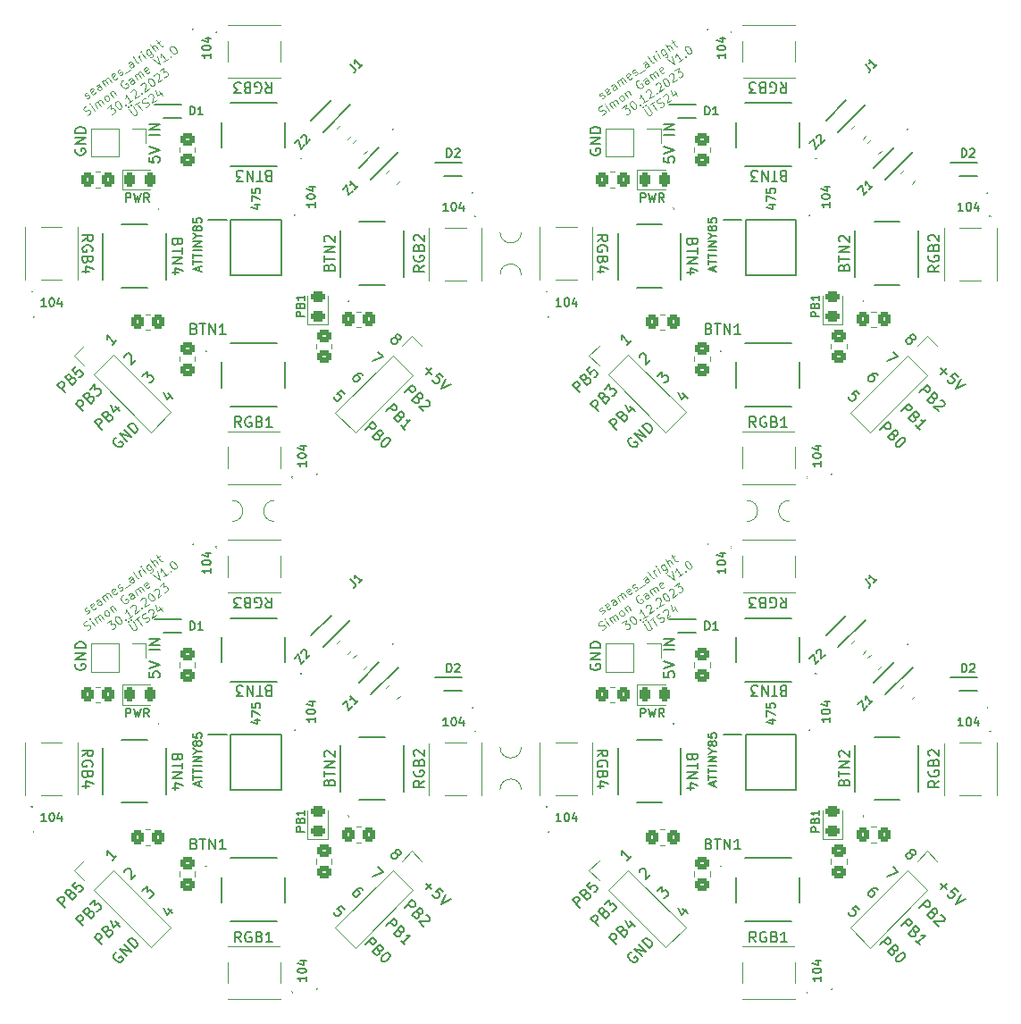
<source format=gto>
G04 #@! TF.GenerationSoftware,KiCad,Pcbnew,7.0.5*
G04 #@! TF.CreationDate,2023-12-30T15:13:16+10:00*
G04 #@! TF.ProjectId,SimonGame,53696d6f-6e47-4616-9d65-2e6b69636164,rev?*
G04 #@! TF.SameCoordinates,Original*
G04 #@! TF.FileFunction,Legend,Top*
G04 #@! TF.FilePolarity,Positive*
%FSLAX46Y46*%
G04 Gerber Fmt 4.6, Leading zero omitted, Abs format (unit mm)*
G04 Created by KiCad (PCBNEW 7.0.5) date 2023-12-30 15:13:16*
%MOMM*%
%LPD*%
G01*
G04 APERTURE LIST*
G04 Aperture macros list*
%AMRoundRect*
0 Rectangle with rounded corners*
0 $1 Rounding radius*
0 $2 $3 $4 $5 $6 $7 $8 $9 X,Y pos of 4 corners*
0 Add a 4 corners polygon primitive as box body*
4,1,4,$2,$3,$4,$5,$6,$7,$8,$9,$2,$3,0*
0 Add four circle primitives for the rounded corners*
1,1,$1+$1,$2,$3*
1,1,$1+$1,$4,$5*
1,1,$1+$1,$6,$7*
1,1,$1+$1,$8,$9*
0 Add four rect primitives between the rounded corners*
20,1,$1+$1,$2,$3,$4,$5,0*
20,1,$1+$1,$4,$5,$6,$7,0*
20,1,$1+$1,$6,$7,$8,$9,0*
20,1,$1+$1,$8,$9,$2,$3,0*%
%AMHorizOval*
0 Thick line with rounded ends*
0 $1 width*
0 $2 $3 position (X,Y) of the first rounded end (center of the circle)*
0 $4 $5 position (X,Y) of the second rounded end (center of the circle)*
0 Add line between two ends*
20,1,$1,$2,$3,$4,$5,0*
0 Add two circle primitives to create the rounded ends*
1,1,$1,$2,$3*
1,1,$1,$4,$5*%
%AMRotRect*
0 Rectangle, with rotation*
0 The origin of the aperture is its center*
0 $1 length*
0 $2 width*
0 $3 Rotation angle, in degrees counterclockwise*
0 Add horizontal line*
21,1,$1,$2,0,0,$3*%
G04 Aperture macros list end*
%ADD10C,0.200000*%
%ADD11C,0.125000*%
%ADD12C,0.150000*%
%ADD13C,0.100000*%
%ADD14C,0.120000*%
%ADD15R,0.630000X0.830000*%
%ADD16C,0.500000*%
%ADD17R,1.150000X1.450000*%
%ADD18R,1.450000X1.150000*%
%ADD19RoundRect,0.250000X0.070711X-0.565685X0.565685X-0.070711X-0.070711X0.565685X-0.565685X0.070711X0*%
%ADD20RoundRect,0.250000X0.450000X-0.350000X0.450000X0.350000X-0.450000X0.350000X-0.450000X-0.350000X0*%
%ADD21RoundRect,0.250000X-0.350000X-0.450000X0.350000X-0.450000X0.350000X0.450000X-0.350000X0.450000X0*%
%ADD22RotRect,1.220000X0.910000X315.000000*%
%ADD23R,0.900000X1.500000*%
%ADD24R,1.500000X0.900000*%
%ADD25O,1.700000X1.700000*%
%ADD26R,1.700000X1.700000*%
%ADD27HorizOval,1.700000X0.000000X0.000000X0.000000X0.000000X0*%
%ADD28RotRect,1.700000X1.700000X315.000000*%
%ADD29RotRect,0.400000X1.350000X135.000000*%
%ADD30C,1.950000*%
%ADD31RotRect,1.400000X1.600000X225.000000*%
%ADD32RotRect,1.900000X1.900000X135.000000*%
%ADD33R,1.750000X0.650000*%
%ADD34R,1.500000X1.500000*%
%ADD35C,1.500000*%
%ADD36HorizOval,1.700000X0.000000X0.000000X0.000000X0.000000X0*%
%ADD37RotRect,1.700000X1.700000X45.000000*%
%ADD38R,1.470000X0.970000*%
%ADD39RoundRect,0.243750X0.456250X-0.243750X0.456250X0.243750X-0.456250X0.243750X-0.456250X-0.243750X0*%
%ADD40RoundRect,0.250000X-0.450000X0.350000X-0.450000X-0.350000X0.450000X-0.350000X0.450000X0.350000X0*%
%ADD41RoundRect,0.243750X-0.243750X-0.456250X0.243750X-0.456250X0.243750X0.456250X-0.243750X0.456250X0*%
%ADD42RoundRect,0.250000X0.350000X0.450000X-0.350000X0.450000X-0.350000X-0.450000X0.350000X-0.450000X0*%
G04 APERTURE END LIST*
D10*
X117064838Y-105906517D02*
X117017219Y-106001755D01*
X117017219Y-106001755D02*
X117017219Y-106144612D01*
X117017219Y-106144612D02*
X117064838Y-106287469D01*
X117064838Y-106287469D02*
X117160076Y-106382707D01*
X117160076Y-106382707D02*
X117255314Y-106430326D01*
X117255314Y-106430326D02*
X117445790Y-106477945D01*
X117445790Y-106477945D02*
X117588647Y-106477945D01*
X117588647Y-106477945D02*
X117779123Y-106430326D01*
X117779123Y-106430326D02*
X117874361Y-106382707D01*
X117874361Y-106382707D02*
X117969600Y-106287469D01*
X117969600Y-106287469D02*
X118017219Y-106144612D01*
X118017219Y-106144612D02*
X118017219Y-106049374D01*
X118017219Y-106049374D02*
X117969600Y-105906517D01*
X117969600Y-105906517D02*
X117921980Y-105858898D01*
X117921980Y-105858898D02*
X117588647Y-105858898D01*
X117588647Y-105858898D02*
X117588647Y-106049374D01*
X118017219Y-105430326D02*
X117017219Y-105430326D01*
X117017219Y-105430326D02*
X118017219Y-104858898D01*
X118017219Y-104858898D02*
X117017219Y-104858898D01*
X118017219Y-104382707D02*
X117017219Y-104382707D01*
X117017219Y-104382707D02*
X117017219Y-104144612D01*
X117017219Y-104144612D02*
X117064838Y-104001755D01*
X117064838Y-104001755D02*
X117160076Y-103906517D01*
X117160076Y-103906517D02*
X117255314Y-103858898D01*
X117255314Y-103858898D02*
X117445790Y-103811279D01*
X117445790Y-103811279D02*
X117588647Y-103811279D01*
X117588647Y-103811279D02*
X117779123Y-103858898D01*
X117779123Y-103858898D02*
X117874361Y-103906517D01*
X117874361Y-103906517D02*
X117969600Y-104001755D01*
X117969600Y-104001755D02*
X118017219Y-104144612D01*
X118017219Y-104144612D02*
X118017219Y-104382707D01*
X150274662Y-126698134D02*
X150813410Y-127236882D01*
X150274662Y-127236882D02*
X150813410Y-126698134D01*
X151924578Y-127472584D02*
X151587860Y-127135866D01*
X151587860Y-127135866D02*
X151217471Y-127438912D01*
X151217471Y-127438912D02*
X151284815Y-127438912D01*
X151284815Y-127438912D02*
X151385830Y-127472584D01*
X151385830Y-127472584D02*
X151554189Y-127640943D01*
X151554189Y-127640943D02*
X151587860Y-127741958D01*
X151587860Y-127741958D02*
X151587860Y-127809301D01*
X151587860Y-127809301D02*
X151554189Y-127910317D01*
X151554189Y-127910317D02*
X151385830Y-128078675D01*
X151385830Y-128078675D02*
X151284815Y-128112347D01*
X151284815Y-128112347D02*
X151217471Y-128112347D01*
X151217471Y-128112347D02*
X151116456Y-128078675D01*
X151116456Y-128078675D02*
X150948097Y-127910317D01*
X150948097Y-127910317D02*
X150914425Y-127809301D01*
X150914425Y-127809301D02*
X150914425Y-127741958D01*
X152160280Y-127708286D02*
X151688876Y-128651095D01*
X151688876Y-128651095D02*
X152631685Y-128179691D01*
X124017219Y-106654136D02*
X124017219Y-107130326D01*
X124017219Y-107130326D02*
X124493409Y-107177945D01*
X124493409Y-107177945D02*
X124445790Y-107130326D01*
X124445790Y-107130326D02*
X124398171Y-107035088D01*
X124398171Y-107035088D02*
X124398171Y-106796993D01*
X124398171Y-106796993D02*
X124445790Y-106701755D01*
X124445790Y-106701755D02*
X124493409Y-106654136D01*
X124493409Y-106654136D02*
X124588647Y-106606517D01*
X124588647Y-106606517D02*
X124826742Y-106606517D01*
X124826742Y-106606517D02*
X124921980Y-106654136D01*
X124921980Y-106654136D02*
X124969600Y-106701755D01*
X124969600Y-106701755D02*
X125017219Y-106796993D01*
X125017219Y-106796993D02*
X125017219Y-107035088D01*
X125017219Y-107035088D02*
X124969600Y-107130326D01*
X124969600Y-107130326D02*
X124921980Y-107177945D01*
X124017219Y-106320802D02*
X125017219Y-105987469D01*
X125017219Y-105987469D02*
X124017219Y-105654136D01*
X125017219Y-104558897D02*
X124017219Y-104558897D01*
X125017219Y-104082707D02*
X124017219Y-104082707D01*
X124017219Y-104082707D02*
X125017219Y-103511279D01*
X125017219Y-103511279D02*
X124017219Y-103511279D01*
X146505288Y-130717508D02*
X147212395Y-130010401D01*
X147212395Y-130010401D02*
X147481769Y-130279775D01*
X147481769Y-130279775D02*
X147515441Y-130380790D01*
X147515441Y-130380790D02*
X147515441Y-130448134D01*
X147515441Y-130448134D02*
X147481769Y-130549149D01*
X147481769Y-130549149D02*
X147380754Y-130650164D01*
X147380754Y-130650164D02*
X147279739Y-130683836D01*
X147279739Y-130683836D02*
X147212395Y-130683836D01*
X147212395Y-130683836D02*
X147111380Y-130650164D01*
X147111380Y-130650164D02*
X146842006Y-130380790D01*
X147818487Y-131289927D02*
X147885830Y-131424614D01*
X147885830Y-131424614D02*
X147885830Y-131491958D01*
X147885830Y-131491958D02*
X147852158Y-131592973D01*
X147852158Y-131592973D02*
X147751143Y-131693988D01*
X147751143Y-131693988D02*
X147650128Y-131727660D01*
X147650128Y-131727660D02*
X147582784Y-131727660D01*
X147582784Y-131727660D02*
X147481769Y-131693988D01*
X147481769Y-131693988D02*
X147212395Y-131424614D01*
X147212395Y-131424614D02*
X147919502Y-130717508D01*
X147919502Y-130717508D02*
X148155204Y-130953210D01*
X148155204Y-130953210D02*
X148188876Y-131054225D01*
X148188876Y-131054225D02*
X148188876Y-131121569D01*
X148188876Y-131121569D02*
X148155204Y-131222584D01*
X148155204Y-131222584D02*
X148087861Y-131289927D01*
X148087861Y-131289927D02*
X147986845Y-131323599D01*
X147986845Y-131323599D02*
X147919502Y-131323599D01*
X147919502Y-131323599D02*
X147818487Y-131289927D01*
X147818487Y-131289927D02*
X147582784Y-131054225D01*
X148289891Y-132502110D02*
X147885830Y-132098049D01*
X148087861Y-132300080D02*
X148794967Y-131592973D01*
X148794967Y-131592973D02*
X148626609Y-131626645D01*
X148626609Y-131626645D02*
X148491922Y-131626645D01*
X148491922Y-131626645D02*
X148390906Y-131592973D01*
D11*
X118144505Y-101109028D02*
X118228767Y-101096533D01*
X118228767Y-101096533D02*
X118353590Y-101009131D01*
X118353590Y-101009131D02*
X118394151Y-100934224D01*
X118394151Y-100934224D02*
X118381656Y-100849962D01*
X118381656Y-100849962D02*
X118359805Y-100818756D01*
X118359805Y-100818756D02*
X118284898Y-100778195D01*
X118284898Y-100778195D02*
X118200636Y-100790690D01*
X118200636Y-100790690D02*
X118107019Y-100856242D01*
X118107019Y-100856242D02*
X118022757Y-100868737D01*
X118022757Y-100868737D02*
X117947850Y-100828176D01*
X117947850Y-100828176D02*
X117926000Y-100796970D01*
X117926000Y-100796970D02*
X117913504Y-100712708D01*
X117913504Y-100712708D02*
X117954065Y-100637801D01*
X117954065Y-100637801D02*
X118047683Y-100572250D01*
X118047683Y-100572250D02*
X118131945Y-100559755D01*
X118955855Y-100540915D02*
X118915294Y-100615821D01*
X118915294Y-100615821D02*
X118790471Y-100703224D01*
X118790471Y-100703224D02*
X118706209Y-100715719D01*
X118706209Y-100715719D02*
X118631302Y-100675158D01*
X118631302Y-100675158D02*
X118456498Y-100425511D01*
X118456498Y-100425511D02*
X118444003Y-100341249D01*
X118444003Y-100341249D02*
X118484564Y-100266342D01*
X118484564Y-100266342D02*
X118609387Y-100178940D01*
X118609387Y-100178940D02*
X118693649Y-100166445D01*
X118693649Y-100166445D02*
X118768556Y-100207006D01*
X118768556Y-100207006D02*
X118812257Y-100269418D01*
X118812257Y-100269418D02*
X118543900Y-100550335D01*
X119570616Y-100156960D02*
X119330260Y-99813697D01*
X119330260Y-99813697D02*
X119255353Y-99773136D01*
X119255353Y-99773136D02*
X119171091Y-99785631D01*
X119171091Y-99785631D02*
X119046268Y-99873033D01*
X119046268Y-99873033D02*
X119005707Y-99947940D01*
X119548765Y-100125755D02*
X119508204Y-100200662D01*
X119508204Y-100200662D02*
X119352175Y-100309914D01*
X119352175Y-100309914D02*
X119267913Y-100322409D01*
X119267913Y-100322409D02*
X119193006Y-100281848D01*
X119193006Y-100281848D02*
X119149305Y-100219437D01*
X119149305Y-100219437D02*
X119136810Y-100135175D01*
X119136810Y-100135175D02*
X119177371Y-100060268D01*
X119177371Y-100060268D02*
X119333400Y-99951015D01*
X119333400Y-99951015D02*
X119373961Y-99876108D01*
X119882674Y-99938455D02*
X119576767Y-99501574D01*
X119620468Y-99563985D02*
X119629823Y-99510929D01*
X119629823Y-99510929D02*
X119670384Y-99436022D01*
X119670384Y-99436022D02*
X119764001Y-99370471D01*
X119764001Y-99370471D02*
X119848263Y-99357975D01*
X119848263Y-99357975D02*
X119923170Y-99398536D01*
X119923170Y-99398536D02*
X120163526Y-99741800D01*
X119923170Y-99398536D02*
X119910675Y-99314274D01*
X119910675Y-99314274D02*
X119951236Y-99239367D01*
X119951236Y-99239367D02*
X120044853Y-99173816D01*
X120044853Y-99173816D02*
X120129116Y-99161321D01*
X120129116Y-99161321D02*
X120204022Y-99201882D01*
X120204022Y-99201882D02*
X120444378Y-99545145D01*
X120984232Y-99120630D02*
X120943671Y-99195537D01*
X120943671Y-99195537D02*
X120818848Y-99282939D01*
X120818848Y-99282939D02*
X120734586Y-99295434D01*
X120734586Y-99295434D02*
X120659679Y-99254873D01*
X120659679Y-99254873D02*
X120484875Y-99005227D01*
X120484875Y-99005227D02*
X120472380Y-98920965D01*
X120472380Y-98920965D02*
X120512941Y-98846058D01*
X120512941Y-98846058D02*
X120637764Y-98758656D01*
X120637764Y-98758656D02*
X120722026Y-98746160D01*
X120722026Y-98746160D02*
X120796933Y-98786721D01*
X120796933Y-98786721D02*
X120840634Y-98849133D01*
X120840634Y-98849133D02*
X120572277Y-99130050D01*
X121265084Y-98923975D02*
X121349346Y-98911480D01*
X121349346Y-98911480D02*
X121474169Y-98824078D01*
X121474169Y-98824078D02*
X121514731Y-98749171D01*
X121514731Y-98749171D02*
X121502235Y-98664909D01*
X121502235Y-98664909D02*
X121480385Y-98633703D01*
X121480385Y-98633703D02*
X121405478Y-98593142D01*
X121405478Y-98593142D02*
X121321216Y-98605637D01*
X121321216Y-98605637D02*
X121227598Y-98671189D01*
X121227598Y-98671189D02*
X121143336Y-98683684D01*
X121143336Y-98683684D02*
X121068429Y-98643123D01*
X121068429Y-98643123D02*
X121046579Y-98611917D01*
X121046579Y-98611917D02*
X121034084Y-98527655D01*
X121034084Y-98527655D02*
X121074645Y-98452748D01*
X121074645Y-98452748D02*
X121168262Y-98387197D01*
X121168262Y-98387197D02*
X121252524Y-98374701D01*
X121736311Y-98733536D02*
X122235604Y-98383927D01*
X122628784Y-98015608D02*
X122388428Y-97672344D01*
X122388428Y-97672344D02*
X122313521Y-97631783D01*
X122313521Y-97631783D02*
X122229259Y-97644279D01*
X122229259Y-97644279D02*
X122104436Y-97731681D01*
X122104436Y-97731681D02*
X122063875Y-97806588D01*
X122606933Y-97984402D02*
X122566372Y-98059309D01*
X122566372Y-98059309D02*
X122410343Y-98168562D01*
X122410343Y-98168562D02*
X122326081Y-98181057D01*
X122326081Y-98181057D02*
X122251174Y-98140496D01*
X122251174Y-98140496D02*
X122207473Y-98078084D01*
X122207473Y-98078084D02*
X122194978Y-97993822D01*
X122194978Y-97993822D02*
X122235539Y-97918915D01*
X122235539Y-97918915D02*
X122391568Y-97809663D01*
X122391568Y-97809663D02*
X122432129Y-97734756D01*
X123034460Y-97731551D02*
X122950197Y-97744046D01*
X122950197Y-97744046D02*
X122875291Y-97703485D01*
X122875291Y-97703485D02*
X122481981Y-97141781D01*
X123284106Y-97556746D02*
X122978199Y-97119865D01*
X123065601Y-97244688D02*
X123053106Y-97160426D01*
X123053106Y-97160426D02*
X123062461Y-97107370D01*
X123062461Y-97107370D02*
X123103022Y-97032463D01*
X123103022Y-97032463D02*
X123165434Y-96988762D01*
X123689781Y-97272690D02*
X123383874Y-96835808D01*
X123230920Y-96617368D02*
X123221565Y-96670424D01*
X123221565Y-96670424D02*
X123274621Y-96679780D01*
X123274621Y-96679780D02*
X123283977Y-96626723D01*
X123283977Y-96626723D02*
X123230920Y-96617368D01*
X123230920Y-96617368D02*
X123274621Y-96679780D01*
X123976784Y-96420649D02*
X124348243Y-96951147D01*
X124348243Y-96951147D02*
X124360738Y-97035409D01*
X124360738Y-97035409D02*
X124351383Y-97088466D01*
X124351383Y-97088466D02*
X124310822Y-97163372D01*
X124310822Y-97163372D02*
X124217204Y-97228924D01*
X124217204Y-97228924D02*
X124132942Y-97241419D01*
X124260841Y-96826324D02*
X124220280Y-96901231D01*
X124220280Y-96901231D02*
X124095456Y-96988633D01*
X124095456Y-96988633D02*
X124011194Y-97001128D01*
X124011194Y-97001128D02*
X123958138Y-96991773D01*
X123958138Y-96991773D02*
X123883231Y-96951212D01*
X123883231Y-96951212D02*
X123752128Y-96763977D01*
X123752128Y-96763977D02*
X123739633Y-96679715D01*
X123739633Y-96679715D02*
X123748988Y-96626659D01*
X123748988Y-96626659D02*
X123789549Y-96551752D01*
X123789549Y-96551752D02*
X123914372Y-96464350D01*
X123914372Y-96464350D02*
X123998634Y-96451854D01*
X124594750Y-96639024D02*
X124135888Y-95983702D01*
X124875602Y-96442369D02*
X124635246Y-96099106D01*
X124635246Y-96099106D02*
X124560339Y-96058545D01*
X124560339Y-96058545D02*
X124476077Y-96071040D01*
X124476077Y-96071040D02*
X124382459Y-96136591D01*
X124382459Y-96136591D02*
X124341898Y-96211498D01*
X124341898Y-96211498D02*
X124332543Y-96264555D01*
X124788135Y-95852534D02*
X125037781Y-95677730D01*
X124728799Y-95568542D02*
X125122108Y-96130246D01*
X125122108Y-96130246D02*
X125197015Y-96170807D01*
X125197015Y-96170807D02*
X125281277Y-96158312D01*
X125281277Y-96158312D02*
X125343689Y-96114611D01*
X118165538Y-102666658D02*
X118281006Y-102632313D01*
X118281006Y-102632313D02*
X118437035Y-102523060D01*
X118437035Y-102523060D02*
X118477596Y-102448153D01*
X118477596Y-102448153D02*
X118486951Y-102395097D01*
X118486951Y-102395097D02*
X118474456Y-102310835D01*
X118474456Y-102310835D02*
X118430755Y-102248423D01*
X118430755Y-102248423D02*
X118355848Y-102207862D01*
X118355848Y-102207862D02*
X118302792Y-102198507D01*
X118302792Y-102198507D02*
X118218530Y-102211002D01*
X118218530Y-102211002D02*
X118071856Y-102267198D01*
X118071856Y-102267198D02*
X117987594Y-102279694D01*
X117987594Y-102279694D02*
X117934537Y-102270338D01*
X117934537Y-102270338D02*
X117859631Y-102229777D01*
X117859631Y-102229777D02*
X117815929Y-102167366D01*
X117815929Y-102167366D02*
X117803434Y-102083104D01*
X117803434Y-102083104D02*
X117812789Y-102030047D01*
X117812789Y-102030047D02*
X117853351Y-101955140D01*
X117853351Y-101955140D02*
X118009379Y-101845888D01*
X118009379Y-101845888D02*
X118124847Y-101811542D01*
X118842710Y-102239003D02*
X118536803Y-101802122D01*
X118383849Y-101583681D02*
X118374494Y-101636738D01*
X118374494Y-101636738D02*
X118427550Y-101646093D01*
X118427550Y-101646093D02*
X118436906Y-101593036D01*
X118436906Y-101593036D02*
X118383849Y-101583681D01*
X118383849Y-101583681D02*
X118427550Y-101646093D01*
X119154768Y-102020498D02*
X118848861Y-101583617D01*
X118892562Y-101646028D02*
X118901917Y-101592972D01*
X118901917Y-101592972D02*
X118942478Y-101518065D01*
X118942478Y-101518065D02*
X119036095Y-101452513D01*
X119036095Y-101452513D02*
X119120357Y-101440018D01*
X119120357Y-101440018D02*
X119195264Y-101480579D01*
X119195264Y-101480579D02*
X119435620Y-101823843D01*
X119195264Y-101480579D02*
X119182769Y-101396317D01*
X119182769Y-101396317D02*
X119223330Y-101321410D01*
X119223330Y-101321410D02*
X119316947Y-101255859D01*
X119316947Y-101255859D02*
X119401210Y-101243363D01*
X119401210Y-101243363D02*
X119476116Y-101283924D01*
X119476116Y-101283924D02*
X119716472Y-101627188D01*
X120122148Y-101343131D02*
X120037886Y-101355626D01*
X120037886Y-101355626D02*
X119984829Y-101346271D01*
X119984829Y-101346271D02*
X119909922Y-101305710D01*
X119909922Y-101305710D02*
X119778819Y-101118475D01*
X119778819Y-101118475D02*
X119766324Y-101034213D01*
X119766324Y-101034213D02*
X119775679Y-100981157D01*
X119775679Y-100981157D02*
X119816240Y-100906250D01*
X119816240Y-100906250D02*
X119909858Y-100840698D01*
X119909858Y-100840698D02*
X119994120Y-100828203D01*
X119994120Y-100828203D02*
X120047176Y-100837558D01*
X120047176Y-100837558D02*
X120122083Y-100878119D01*
X120122083Y-100878119D02*
X120253186Y-101065354D01*
X120253186Y-101065354D02*
X120265681Y-101149616D01*
X120265681Y-101149616D02*
X120256326Y-101202673D01*
X120256326Y-101202673D02*
X120215765Y-101277579D01*
X120215765Y-101277579D02*
X120122148Y-101343131D01*
X120315533Y-100556641D02*
X120621441Y-100993522D01*
X120359234Y-100619053D02*
X120368590Y-100565996D01*
X120368590Y-100565996D02*
X120409151Y-100491090D01*
X120409151Y-100491090D02*
X120502768Y-100425538D01*
X120502768Y-100425538D02*
X120587030Y-100413043D01*
X120587030Y-100413043D02*
X120661937Y-100453604D01*
X120661937Y-100453604D02*
X120902293Y-100796868D01*
X121619897Y-99364282D02*
X121535635Y-99376777D01*
X121535635Y-99376777D02*
X121442018Y-99442329D01*
X121442018Y-99442329D02*
X121370251Y-99539086D01*
X121370251Y-99539086D02*
X121351540Y-99645199D01*
X121351540Y-99645199D02*
X121364036Y-99729461D01*
X121364036Y-99729461D02*
X121420232Y-99876134D01*
X121420232Y-99876134D02*
X121485784Y-99969752D01*
X121485784Y-99969752D02*
X121604391Y-100072724D01*
X121604391Y-100072724D02*
X121679298Y-100113285D01*
X121679298Y-100113285D02*
X121785411Y-100131996D01*
X121785411Y-100131996D02*
X121900879Y-100097650D01*
X121900879Y-100097650D02*
X121963290Y-100053949D01*
X121963290Y-100053949D02*
X122035057Y-99957192D01*
X122035057Y-99957192D02*
X122044413Y-99904135D01*
X122044413Y-99904135D02*
X121891459Y-99685695D01*
X121891459Y-99685695D02*
X121766636Y-99773097D01*
X122649818Y-99573237D02*
X122409462Y-99229974D01*
X122409462Y-99229974D02*
X122334555Y-99189413D01*
X122334555Y-99189413D02*
X122250293Y-99201908D01*
X122250293Y-99201908D02*
X122125470Y-99289310D01*
X122125470Y-99289310D02*
X122084909Y-99364217D01*
X122627967Y-99542032D02*
X122587406Y-99616938D01*
X122587406Y-99616938D02*
X122431377Y-99726191D01*
X122431377Y-99726191D02*
X122347115Y-99738686D01*
X122347115Y-99738686D02*
X122272208Y-99698125D01*
X122272208Y-99698125D02*
X122228507Y-99635714D01*
X122228507Y-99635714D02*
X122216012Y-99551452D01*
X122216012Y-99551452D02*
X122256573Y-99476545D01*
X122256573Y-99476545D02*
X122412602Y-99367292D01*
X122412602Y-99367292D02*
X122453163Y-99292385D01*
X122961876Y-99354732D02*
X122655969Y-98917851D01*
X122699670Y-98980262D02*
X122709025Y-98927206D01*
X122709025Y-98927206D02*
X122749586Y-98852299D01*
X122749586Y-98852299D02*
X122843204Y-98786748D01*
X122843204Y-98786748D02*
X122927466Y-98774252D01*
X122927466Y-98774252D02*
X123002372Y-98814813D01*
X123002372Y-98814813D02*
X123242728Y-99158077D01*
X123002372Y-98814813D02*
X122989877Y-98730551D01*
X122989877Y-98730551D02*
X123030438Y-98655644D01*
X123030438Y-98655644D02*
X123124056Y-98590093D01*
X123124056Y-98590093D02*
X123208318Y-98577598D01*
X123208318Y-98577598D02*
X123283225Y-98618159D01*
X123283225Y-98618159D02*
X123523580Y-98961422D01*
X124063434Y-98536907D02*
X124022873Y-98611814D01*
X124022873Y-98611814D02*
X123898050Y-98699216D01*
X123898050Y-98699216D02*
X123813788Y-98711711D01*
X123813788Y-98711711D02*
X123738881Y-98671150D01*
X123738881Y-98671150D02*
X123564077Y-98421504D01*
X123564077Y-98421504D02*
X123551582Y-98337241D01*
X123551582Y-98337241D02*
X123592143Y-98262335D01*
X123592143Y-98262335D02*
X123716966Y-98174933D01*
X123716966Y-98174933D02*
X123801228Y-98162437D01*
X123801228Y-98162437D02*
X123876135Y-98202998D01*
X123876135Y-98202998D02*
X123919836Y-98265410D01*
X123919836Y-98265410D02*
X123651479Y-98546327D01*
X124344157Y-97410229D02*
X125021459Y-97912597D01*
X125021459Y-97912597D02*
X124781038Y-97104321D01*
X125801603Y-97366334D02*
X125427134Y-97628540D01*
X125614368Y-97497437D02*
X125155507Y-96842115D01*
X125155507Y-96842115D02*
X125158647Y-96979434D01*
X125158647Y-96979434D02*
X125139937Y-97085546D01*
X125139937Y-97085546D02*
X125099376Y-97160453D01*
X126038755Y-97107267D02*
X126091811Y-97116622D01*
X126091811Y-97116622D02*
X126082456Y-97169679D01*
X126082456Y-97169679D02*
X126029399Y-97160323D01*
X126029399Y-97160323D02*
X126038755Y-97107267D01*
X126038755Y-97107267D02*
X126082456Y-97169679D01*
X126060475Y-96208450D02*
X126122887Y-96164749D01*
X126122887Y-96164749D02*
X126207149Y-96152253D01*
X126207149Y-96152253D02*
X126260205Y-96161609D01*
X126260205Y-96161609D02*
X126335112Y-96202170D01*
X126335112Y-96202170D02*
X126453720Y-96305142D01*
X126453720Y-96305142D02*
X126562973Y-96461171D01*
X126562973Y-96461171D02*
X126619169Y-96607845D01*
X126619169Y-96607845D02*
X126631664Y-96692107D01*
X126631664Y-96692107D02*
X126622309Y-96745164D01*
X126622309Y-96745164D02*
X126581748Y-96820070D01*
X126581748Y-96820070D02*
X126519336Y-96863771D01*
X126519336Y-96863771D02*
X126435074Y-96876267D01*
X126435074Y-96876267D02*
X126382018Y-96866911D01*
X126382018Y-96866911D02*
X126307111Y-96826350D01*
X126307111Y-96826350D02*
X126188503Y-96723378D01*
X126188503Y-96723378D02*
X126079250Y-96567349D01*
X126079250Y-96567349D02*
X126023054Y-96420675D01*
X126023054Y-96420675D02*
X126010559Y-96336413D01*
X126010559Y-96336413D02*
X126019914Y-96283357D01*
X126019914Y-96283357D02*
X126060475Y-96208450D01*
X120027583Y-102005084D02*
X120433258Y-101721027D01*
X120433258Y-101721027D02*
X120389622Y-102123627D01*
X120389622Y-102123627D02*
X120483239Y-102058076D01*
X120483239Y-102058076D02*
X120567501Y-102045580D01*
X120567501Y-102045580D02*
X120620558Y-102054936D01*
X120620558Y-102054936D02*
X120695465Y-102095497D01*
X120695465Y-102095497D02*
X120804717Y-102251526D01*
X120804717Y-102251526D02*
X120817212Y-102335788D01*
X120817212Y-102335788D02*
X120807857Y-102388844D01*
X120807857Y-102388844D02*
X120767296Y-102463751D01*
X120767296Y-102463751D02*
X120580061Y-102594854D01*
X120580061Y-102594854D02*
X120495799Y-102607349D01*
X120495799Y-102607349D02*
X120442743Y-102597994D01*
X120838934Y-101436970D02*
X120901345Y-101393269D01*
X120901345Y-101393269D02*
X120985607Y-101380774D01*
X120985607Y-101380774D02*
X121038664Y-101390129D01*
X121038664Y-101390129D02*
X121113571Y-101430690D01*
X121113571Y-101430690D02*
X121232178Y-101533663D01*
X121232178Y-101533663D02*
X121341431Y-101689692D01*
X121341431Y-101689692D02*
X121397627Y-101836365D01*
X121397627Y-101836365D02*
X121410123Y-101920627D01*
X121410123Y-101920627D02*
X121400767Y-101973684D01*
X121400767Y-101973684D02*
X121360206Y-102048591D01*
X121360206Y-102048591D02*
X121297795Y-102092292D01*
X121297795Y-102092292D02*
X121213533Y-102104787D01*
X121213533Y-102104787D02*
X121160476Y-102095432D01*
X121160476Y-102095432D02*
X121085570Y-102054871D01*
X121085570Y-102054871D02*
X120966962Y-101951898D01*
X120966962Y-101951898D02*
X120857709Y-101795869D01*
X120857709Y-101795869D02*
X120801513Y-101649195D01*
X120801513Y-101649195D02*
X120789017Y-101564933D01*
X120789017Y-101564933D02*
X120798373Y-101511877D01*
X120798373Y-101511877D02*
X120838934Y-101436970D01*
X121753387Y-101680271D02*
X121806443Y-101689627D01*
X121806443Y-101689627D02*
X121797088Y-101742683D01*
X121797088Y-101742683D02*
X121744031Y-101733328D01*
X121744031Y-101733328D02*
X121753387Y-101680271D01*
X121753387Y-101680271D02*
X121797088Y-101742683D01*
X122452409Y-101283822D02*
X122077939Y-101546029D01*
X122265174Y-101414925D02*
X121806313Y-100759604D01*
X121806313Y-100759604D02*
X121809453Y-100896922D01*
X121809453Y-100896922D02*
X121790743Y-101003035D01*
X121790743Y-101003035D02*
X121750182Y-101077942D01*
X122286895Y-100516108D02*
X122296251Y-100463051D01*
X122296251Y-100463051D02*
X122336812Y-100388145D01*
X122336812Y-100388145D02*
X122492841Y-100278892D01*
X122492841Y-100278892D02*
X122577103Y-100266397D01*
X122577103Y-100266397D02*
X122630159Y-100275752D01*
X122630159Y-100275752D02*
X122705066Y-100316313D01*
X122705066Y-100316313D02*
X122748767Y-100378725D01*
X122748767Y-100378725D02*
X122783113Y-100494192D01*
X122783113Y-100494192D02*
X122670850Y-101130868D01*
X122670850Y-101130868D02*
X123076525Y-100846811D01*
X123313676Y-100587745D02*
X123366733Y-100597100D01*
X123366733Y-100597100D02*
X123357377Y-100650156D01*
X123357377Y-100650156D02*
X123304321Y-100640801D01*
X123304321Y-100640801D02*
X123313676Y-100587745D01*
X123313676Y-100587745D02*
X123357377Y-100650156D01*
X123223069Y-99860592D02*
X123232424Y-99807536D01*
X123232424Y-99807536D02*
X123272985Y-99732629D01*
X123272985Y-99732629D02*
X123429014Y-99623376D01*
X123429014Y-99623376D02*
X123513276Y-99610881D01*
X123513276Y-99610881D02*
X123566333Y-99620236D01*
X123566333Y-99620236D02*
X123641240Y-99660797D01*
X123641240Y-99660797D02*
X123684941Y-99723209D01*
X123684941Y-99723209D02*
X123719287Y-99838677D01*
X123719287Y-99838677D02*
X123607023Y-100475352D01*
X123607023Y-100475352D02*
X124012699Y-100191296D01*
X123959513Y-99251917D02*
X124021925Y-99208216D01*
X124021925Y-99208216D02*
X124106187Y-99195721D01*
X124106187Y-99195721D02*
X124159243Y-99205076D01*
X124159243Y-99205076D02*
X124234150Y-99245637D01*
X124234150Y-99245637D02*
X124352758Y-99348609D01*
X124352758Y-99348609D02*
X124462010Y-99504638D01*
X124462010Y-99504638D02*
X124518207Y-99651312D01*
X124518207Y-99651312D02*
X124530702Y-99735574D01*
X124530702Y-99735574D02*
X124521347Y-99788631D01*
X124521347Y-99788631D02*
X124480786Y-99863537D01*
X124480786Y-99863537D02*
X124418374Y-99907239D01*
X124418374Y-99907239D02*
X124334112Y-99919734D01*
X124334112Y-99919734D02*
X124281056Y-99910379D01*
X124281056Y-99910379D02*
X124206149Y-99869817D01*
X124206149Y-99869817D02*
X124087541Y-99766845D01*
X124087541Y-99766845D02*
X123978288Y-99610816D01*
X123978288Y-99610816D02*
X123922092Y-99464142D01*
X123922092Y-99464142D02*
X123909597Y-99379880D01*
X123909597Y-99379880D02*
X123918952Y-99326824D01*
X123918952Y-99326824D02*
X123959513Y-99251917D01*
X124471301Y-98986570D02*
X124480656Y-98933514D01*
X124480656Y-98933514D02*
X124521217Y-98858607D01*
X124521217Y-98858607D02*
X124677246Y-98749355D01*
X124677246Y-98749355D02*
X124761509Y-98736859D01*
X124761509Y-98736859D02*
X124814565Y-98746215D01*
X124814565Y-98746215D02*
X124889472Y-98786776D01*
X124889472Y-98786776D02*
X124933173Y-98849187D01*
X124933173Y-98849187D02*
X124967519Y-98964655D01*
X124967519Y-98964655D02*
X124855255Y-99601331D01*
X124855255Y-99601331D02*
X125260931Y-99317274D01*
X125020510Y-98508999D02*
X125426186Y-98224942D01*
X125426186Y-98224942D02*
X125382549Y-98627542D01*
X125382549Y-98627542D02*
X125476167Y-98561990D01*
X125476167Y-98561990D02*
X125560429Y-98549495D01*
X125560429Y-98549495D02*
X125613485Y-98558850D01*
X125613485Y-98558850D02*
X125688392Y-98599411D01*
X125688392Y-98599411D02*
X125797645Y-98755440D01*
X125797645Y-98755440D02*
X125810140Y-98839702D01*
X125810140Y-98839702D02*
X125800785Y-98892759D01*
X125800785Y-98892759D02*
X125760224Y-98967665D01*
X125760224Y-98967665D02*
X125572989Y-99098769D01*
X125572989Y-99098769D02*
X125488727Y-99111264D01*
X125488727Y-99111264D02*
X125435670Y-99101909D01*
X122108198Y-102120579D02*
X122479657Y-102651078D01*
X122479657Y-102651078D02*
X122554564Y-102691639D01*
X122554564Y-102691639D02*
X122607620Y-102700994D01*
X122607620Y-102700994D02*
X122691882Y-102688499D01*
X122691882Y-102688499D02*
X122816706Y-102601096D01*
X122816706Y-102601096D02*
X122857267Y-102526190D01*
X122857267Y-102526190D02*
X122866622Y-102473133D01*
X122866622Y-102473133D02*
X122854127Y-102388871D01*
X122854127Y-102388871D02*
X122482668Y-101858373D01*
X122017656Y-101858437D02*
X122070712Y-101867793D01*
X122070712Y-101867793D02*
X122061357Y-101920849D01*
X122061357Y-101920849D02*
X122008301Y-101911494D01*
X122008301Y-101911494D02*
X122017656Y-101858437D01*
X122017656Y-101858437D02*
X122061357Y-101920849D01*
X122267302Y-101683633D02*
X122320359Y-101692988D01*
X122320359Y-101692988D02*
X122311003Y-101746045D01*
X122311003Y-101746045D02*
X122257947Y-101736690D01*
X122257947Y-101736690D02*
X122267302Y-101683633D01*
X122267302Y-101683633D02*
X122311003Y-101746045D01*
X122701108Y-101705419D02*
X123075577Y-101443213D01*
X123347204Y-102229638D02*
X122888343Y-101574316D01*
X123699823Y-101936225D02*
X123815291Y-101901879D01*
X123815291Y-101901879D02*
X123971320Y-101792627D01*
X123971320Y-101792627D02*
X124011881Y-101717720D01*
X124011881Y-101717720D02*
X124021236Y-101664664D01*
X124021236Y-101664664D02*
X124008741Y-101580402D01*
X124008741Y-101580402D02*
X123965040Y-101517990D01*
X123965040Y-101517990D02*
X123890133Y-101477429D01*
X123890133Y-101477429D02*
X123837077Y-101468074D01*
X123837077Y-101468074D02*
X123752815Y-101480569D01*
X123752815Y-101480569D02*
X123606141Y-101536765D01*
X123606141Y-101536765D02*
X123521879Y-101549260D01*
X123521879Y-101549260D02*
X123468822Y-101539905D01*
X123468822Y-101539905D02*
X123393916Y-101499344D01*
X123393916Y-101499344D02*
X123350215Y-101436933D01*
X123350215Y-101436933D02*
X123337719Y-101352670D01*
X123337719Y-101352670D02*
X123347074Y-101299614D01*
X123347074Y-101299614D02*
X123387636Y-101224707D01*
X123387636Y-101224707D02*
X123543665Y-101115455D01*
X123543665Y-101115455D02*
X123659132Y-101081109D01*
X123930629Y-100937510D02*
X123939985Y-100884454D01*
X123939985Y-100884454D02*
X123980546Y-100809547D01*
X123980546Y-100809547D02*
X124136575Y-100700294D01*
X124136575Y-100700294D02*
X124220837Y-100687799D01*
X124220837Y-100687799D02*
X124273893Y-100697154D01*
X124273893Y-100697154D02*
X124348800Y-100737715D01*
X124348800Y-100737715D02*
X124392501Y-100800127D01*
X124392501Y-100800127D02*
X124426847Y-100915595D01*
X124426847Y-100915595D02*
X124314584Y-101552271D01*
X124314584Y-101552271D02*
X124720259Y-101268214D01*
X124976056Y-100438023D02*
X125281964Y-100874904D01*
X124645223Y-100297629D02*
X124816952Y-100874969D01*
X124816952Y-100874969D02*
X125222627Y-100590912D01*
D10*
X120923390Y-133241958D02*
X120822375Y-133275630D01*
X120822375Y-133275630D02*
X120721360Y-133376645D01*
X120721360Y-133376645D02*
X120654016Y-133511332D01*
X120654016Y-133511332D02*
X120654016Y-133646019D01*
X120654016Y-133646019D02*
X120687688Y-133747034D01*
X120687688Y-133747034D02*
X120788703Y-133915393D01*
X120788703Y-133915393D02*
X120889719Y-134016408D01*
X120889719Y-134016408D02*
X121058077Y-134117423D01*
X121058077Y-134117423D02*
X121159093Y-134151095D01*
X121159093Y-134151095D02*
X121293780Y-134151095D01*
X121293780Y-134151095D02*
X121428467Y-134083752D01*
X121428467Y-134083752D02*
X121495810Y-134016408D01*
X121495810Y-134016408D02*
X121563154Y-133881721D01*
X121563154Y-133881721D02*
X121563154Y-133814378D01*
X121563154Y-133814378D02*
X121327451Y-133578675D01*
X121327451Y-133578675D02*
X121192764Y-133713362D01*
X121933543Y-133578675D02*
X121226436Y-132871569D01*
X121226436Y-132871569D02*
X122337604Y-133174614D01*
X122337604Y-133174614D02*
X121630497Y-132467508D01*
X122674321Y-132837897D02*
X121967215Y-132130790D01*
X121967215Y-132130790D02*
X122135573Y-131962431D01*
X122135573Y-131962431D02*
X122270260Y-131895088D01*
X122270260Y-131895088D02*
X122404947Y-131895088D01*
X122404947Y-131895088D02*
X122505963Y-131928760D01*
X122505963Y-131928760D02*
X122674321Y-132029775D01*
X122674321Y-132029775D02*
X122775337Y-132130790D01*
X122775337Y-132130790D02*
X122876352Y-132299149D01*
X122876352Y-132299149D02*
X122910024Y-132400164D01*
X122910024Y-132400164D02*
X122910024Y-132534851D01*
X122910024Y-132534851D02*
X122842680Y-132669538D01*
X122842680Y-132669538D02*
X122674321Y-132837897D01*
X148255288Y-128967508D02*
X148962395Y-128260401D01*
X148962395Y-128260401D02*
X149231769Y-128529775D01*
X149231769Y-128529775D02*
X149265441Y-128630790D01*
X149265441Y-128630790D02*
X149265441Y-128698134D01*
X149265441Y-128698134D02*
X149231769Y-128799149D01*
X149231769Y-128799149D02*
X149130754Y-128900164D01*
X149130754Y-128900164D02*
X149029739Y-128933836D01*
X149029739Y-128933836D02*
X148962395Y-128933836D01*
X148962395Y-128933836D02*
X148861380Y-128900164D01*
X148861380Y-128900164D02*
X148592006Y-128630790D01*
X149568487Y-129539927D02*
X149635830Y-129674614D01*
X149635830Y-129674614D02*
X149635830Y-129741958D01*
X149635830Y-129741958D02*
X149602158Y-129842973D01*
X149602158Y-129842973D02*
X149501143Y-129943988D01*
X149501143Y-129943988D02*
X149400128Y-129977660D01*
X149400128Y-129977660D02*
X149332784Y-129977660D01*
X149332784Y-129977660D02*
X149231769Y-129943988D01*
X149231769Y-129943988D02*
X148962395Y-129674614D01*
X148962395Y-129674614D02*
X149669502Y-128967508D01*
X149669502Y-128967508D02*
X149905204Y-129203210D01*
X149905204Y-129203210D02*
X149938876Y-129304225D01*
X149938876Y-129304225D02*
X149938876Y-129371569D01*
X149938876Y-129371569D02*
X149905204Y-129472584D01*
X149905204Y-129472584D02*
X149837861Y-129539927D01*
X149837861Y-129539927D02*
X149736845Y-129573599D01*
X149736845Y-129573599D02*
X149669502Y-129573599D01*
X149669502Y-129573599D02*
X149568487Y-129539927D01*
X149568487Y-129539927D02*
X149332784Y-129304225D01*
X150275593Y-129708286D02*
X150342937Y-129708286D01*
X150342937Y-129708286D02*
X150443952Y-129741958D01*
X150443952Y-129741958D02*
X150612311Y-129910317D01*
X150612311Y-129910317D02*
X150645983Y-130011332D01*
X150645983Y-130011332D02*
X150645983Y-130078675D01*
X150645983Y-130078675D02*
X150612311Y-130179691D01*
X150612311Y-130179691D02*
X150544967Y-130247034D01*
X150544967Y-130247034D02*
X150410280Y-130314378D01*
X150410280Y-130314378D02*
X149602158Y-130314378D01*
X149602158Y-130314378D02*
X150039891Y-130752110D01*
X117793780Y-130718439D02*
X117086673Y-130011332D01*
X117086673Y-130011332D02*
X117356047Y-129741958D01*
X117356047Y-129741958D02*
X117457062Y-129708286D01*
X117457062Y-129708286D02*
X117524406Y-129708286D01*
X117524406Y-129708286D02*
X117625421Y-129741958D01*
X117625421Y-129741958D02*
X117726436Y-129842973D01*
X117726436Y-129842973D02*
X117760108Y-129943988D01*
X117760108Y-129943988D02*
X117760108Y-130011332D01*
X117760108Y-130011332D02*
X117726436Y-130112347D01*
X117726436Y-130112347D02*
X117457062Y-130381721D01*
X118366199Y-129405240D02*
X118500886Y-129337897D01*
X118500886Y-129337897D02*
X118568230Y-129337897D01*
X118568230Y-129337897D02*
X118669245Y-129371569D01*
X118669245Y-129371569D02*
X118770260Y-129472584D01*
X118770260Y-129472584D02*
X118803932Y-129573599D01*
X118803932Y-129573599D02*
X118803932Y-129640943D01*
X118803932Y-129640943D02*
X118770260Y-129741958D01*
X118770260Y-129741958D02*
X118500886Y-130011332D01*
X118500886Y-130011332D02*
X117793780Y-129304225D01*
X117793780Y-129304225D02*
X118029482Y-129068523D01*
X118029482Y-129068523D02*
X118130497Y-129034851D01*
X118130497Y-129034851D02*
X118197841Y-129034851D01*
X118197841Y-129034851D02*
X118298856Y-129068523D01*
X118298856Y-129068523D02*
X118366199Y-129135866D01*
X118366199Y-129135866D02*
X118399871Y-129236882D01*
X118399871Y-129236882D02*
X118399871Y-129304225D01*
X118399871Y-129304225D02*
X118366199Y-129405240D01*
X118366199Y-129405240D02*
X118130497Y-129640943D01*
X118433543Y-128664462D02*
X118871276Y-128226729D01*
X118871276Y-128226729D02*
X118904947Y-128731805D01*
X118904947Y-128731805D02*
X119005963Y-128630790D01*
X119005963Y-128630790D02*
X119106978Y-128597118D01*
X119106978Y-128597118D02*
X119174321Y-128597118D01*
X119174321Y-128597118D02*
X119275337Y-128630790D01*
X119275337Y-128630790D02*
X119443695Y-128799149D01*
X119443695Y-128799149D02*
X119477367Y-128900164D01*
X119477367Y-128900164D02*
X119477367Y-128967508D01*
X119477367Y-128967508D02*
X119443695Y-129068523D01*
X119443695Y-129068523D02*
X119241665Y-129270553D01*
X119241665Y-129270553D02*
X119140650Y-129304225D01*
X119140650Y-129304225D02*
X119073306Y-129304225D01*
X119543780Y-132468439D02*
X118836673Y-131761332D01*
X118836673Y-131761332D02*
X119106047Y-131491958D01*
X119106047Y-131491958D02*
X119207062Y-131458286D01*
X119207062Y-131458286D02*
X119274406Y-131458286D01*
X119274406Y-131458286D02*
X119375421Y-131491958D01*
X119375421Y-131491958D02*
X119476436Y-131592973D01*
X119476436Y-131592973D02*
X119510108Y-131693988D01*
X119510108Y-131693988D02*
X119510108Y-131761332D01*
X119510108Y-131761332D02*
X119476436Y-131862347D01*
X119476436Y-131862347D02*
X119207062Y-132131721D01*
X120116199Y-131155240D02*
X120250886Y-131087897D01*
X120250886Y-131087897D02*
X120318230Y-131087897D01*
X120318230Y-131087897D02*
X120419245Y-131121569D01*
X120419245Y-131121569D02*
X120520260Y-131222584D01*
X120520260Y-131222584D02*
X120553932Y-131323599D01*
X120553932Y-131323599D02*
X120553932Y-131390943D01*
X120553932Y-131390943D02*
X120520260Y-131491958D01*
X120520260Y-131491958D02*
X120250886Y-131761332D01*
X120250886Y-131761332D02*
X119543780Y-131054225D01*
X119543780Y-131054225D02*
X119779482Y-130818523D01*
X119779482Y-130818523D02*
X119880497Y-130784851D01*
X119880497Y-130784851D02*
X119947841Y-130784851D01*
X119947841Y-130784851D02*
X120048856Y-130818523D01*
X120048856Y-130818523D02*
X120116199Y-130885866D01*
X120116199Y-130885866D02*
X120149871Y-130986882D01*
X120149871Y-130986882D02*
X120149871Y-131054225D01*
X120149871Y-131054225D02*
X120116199Y-131155240D01*
X120116199Y-131155240D02*
X119880497Y-131390943D01*
X120789634Y-130279775D02*
X121261039Y-130751179D01*
X120351902Y-130178760D02*
X120688619Y-130852195D01*
X120688619Y-130852195D02*
X121126352Y-130414462D01*
X144505288Y-132467508D02*
X145212395Y-131760401D01*
X145212395Y-131760401D02*
X145481769Y-132029775D01*
X145481769Y-132029775D02*
X145515441Y-132130790D01*
X145515441Y-132130790D02*
X145515441Y-132198134D01*
X145515441Y-132198134D02*
X145481769Y-132299149D01*
X145481769Y-132299149D02*
X145380754Y-132400164D01*
X145380754Y-132400164D02*
X145279739Y-132433836D01*
X145279739Y-132433836D02*
X145212395Y-132433836D01*
X145212395Y-132433836D02*
X145111380Y-132400164D01*
X145111380Y-132400164D02*
X144842006Y-132130790D01*
X145818487Y-133039927D02*
X145885830Y-133174614D01*
X145885830Y-133174614D02*
X145885830Y-133241958D01*
X145885830Y-133241958D02*
X145852158Y-133342973D01*
X145852158Y-133342973D02*
X145751143Y-133443988D01*
X145751143Y-133443988D02*
X145650128Y-133477660D01*
X145650128Y-133477660D02*
X145582784Y-133477660D01*
X145582784Y-133477660D02*
X145481769Y-133443988D01*
X145481769Y-133443988D02*
X145212395Y-133174614D01*
X145212395Y-133174614D02*
X145919502Y-132467508D01*
X145919502Y-132467508D02*
X146155204Y-132703210D01*
X146155204Y-132703210D02*
X146188876Y-132804225D01*
X146188876Y-132804225D02*
X146188876Y-132871569D01*
X146188876Y-132871569D02*
X146155204Y-132972584D01*
X146155204Y-132972584D02*
X146087861Y-133039927D01*
X146087861Y-133039927D02*
X145986845Y-133073599D01*
X145986845Y-133073599D02*
X145919502Y-133073599D01*
X145919502Y-133073599D02*
X145818487Y-133039927D01*
X145818487Y-133039927D02*
X145582784Y-132804225D01*
X146761296Y-133309301D02*
X146828639Y-133376645D01*
X146828639Y-133376645D02*
X146862311Y-133477660D01*
X146862311Y-133477660D02*
X146862311Y-133545004D01*
X146862311Y-133545004D02*
X146828639Y-133646019D01*
X146828639Y-133646019D02*
X146727624Y-133814378D01*
X146727624Y-133814378D02*
X146559265Y-133982736D01*
X146559265Y-133982736D02*
X146390906Y-134083752D01*
X146390906Y-134083752D02*
X146289891Y-134117423D01*
X146289891Y-134117423D02*
X146222548Y-134117423D01*
X146222548Y-134117423D02*
X146121532Y-134083752D01*
X146121532Y-134083752D02*
X146054189Y-134016408D01*
X146054189Y-134016408D02*
X146020517Y-133915393D01*
X146020517Y-133915393D02*
X146020517Y-133848049D01*
X146020517Y-133848049D02*
X146054189Y-133747034D01*
X146054189Y-133747034D02*
X146155204Y-133578675D01*
X146155204Y-133578675D02*
X146323563Y-133410317D01*
X146323563Y-133410317D02*
X146491922Y-133309301D01*
X146491922Y-133309301D02*
X146592937Y-133275630D01*
X146592937Y-133275630D02*
X146660280Y-133275630D01*
X146660280Y-133275630D02*
X146761296Y-133309301D01*
X116043780Y-128968439D02*
X115336673Y-128261332D01*
X115336673Y-128261332D02*
X115606047Y-127991958D01*
X115606047Y-127991958D02*
X115707062Y-127958286D01*
X115707062Y-127958286D02*
X115774406Y-127958286D01*
X115774406Y-127958286D02*
X115875421Y-127991958D01*
X115875421Y-127991958D02*
X115976436Y-128092973D01*
X115976436Y-128092973D02*
X116010108Y-128193988D01*
X116010108Y-128193988D02*
X116010108Y-128261332D01*
X116010108Y-128261332D02*
X115976436Y-128362347D01*
X115976436Y-128362347D02*
X115707062Y-128631721D01*
X116616199Y-127655240D02*
X116750886Y-127587897D01*
X116750886Y-127587897D02*
X116818230Y-127587897D01*
X116818230Y-127587897D02*
X116919245Y-127621569D01*
X116919245Y-127621569D02*
X117020260Y-127722584D01*
X117020260Y-127722584D02*
X117053932Y-127823599D01*
X117053932Y-127823599D02*
X117053932Y-127890943D01*
X117053932Y-127890943D02*
X117020260Y-127991958D01*
X117020260Y-127991958D02*
X116750886Y-128261332D01*
X116750886Y-128261332D02*
X116043780Y-127554225D01*
X116043780Y-127554225D02*
X116279482Y-127318523D01*
X116279482Y-127318523D02*
X116380497Y-127284851D01*
X116380497Y-127284851D02*
X116447841Y-127284851D01*
X116447841Y-127284851D02*
X116548856Y-127318523D01*
X116548856Y-127318523D02*
X116616199Y-127385866D01*
X116616199Y-127385866D02*
X116649871Y-127486882D01*
X116649871Y-127486882D02*
X116649871Y-127554225D01*
X116649871Y-127554225D02*
X116616199Y-127655240D01*
X116616199Y-127655240D02*
X116380497Y-127890943D01*
X117087604Y-126510401D02*
X116750886Y-126847118D01*
X116750886Y-126847118D02*
X117053932Y-127217508D01*
X117053932Y-127217508D02*
X117053932Y-127150164D01*
X117053932Y-127150164D02*
X117087604Y-127049149D01*
X117087604Y-127049149D02*
X117255963Y-126880790D01*
X117255963Y-126880790D02*
X117356978Y-126847118D01*
X117356978Y-126847118D02*
X117424321Y-126847118D01*
X117424321Y-126847118D02*
X117525337Y-126880790D01*
X117525337Y-126880790D02*
X117693695Y-127049149D01*
X117693695Y-127049149D02*
X117727367Y-127150164D01*
X117727367Y-127150164D02*
X117727367Y-127217508D01*
X117727367Y-127217508D02*
X117693695Y-127318523D01*
X117693695Y-127318523D02*
X117525337Y-127486882D01*
X117525337Y-127486882D02*
X117424321Y-127520553D01*
X117424321Y-127520553D02*
X117356978Y-127520553D01*
X125799149Y-129070260D02*
X126270553Y-129541665D01*
X125361416Y-128969245D02*
X125698134Y-129642680D01*
X125698134Y-129642680D02*
X126135866Y-129204947D01*
X144305926Y-127303932D02*
X144171239Y-127169245D01*
X144171239Y-127169245D02*
X144070224Y-127135573D01*
X144070224Y-127135573D02*
X144002881Y-127135573D01*
X144002881Y-127135573D02*
X143834522Y-127169245D01*
X143834522Y-127169245D02*
X143666163Y-127270260D01*
X143666163Y-127270260D02*
X143396789Y-127539634D01*
X143396789Y-127539634D02*
X143363117Y-127640650D01*
X143363117Y-127640650D02*
X143363117Y-127707993D01*
X143363117Y-127707993D02*
X143396789Y-127809008D01*
X143396789Y-127809008D02*
X143531476Y-127943695D01*
X143531476Y-127943695D02*
X143632491Y-127977367D01*
X143632491Y-127977367D02*
X143699835Y-127977367D01*
X143699835Y-127977367D02*
X143800850Y-127943695D01*
X143800850Y-127943695D02*
X143969209Y-127775337D01*
X143969209Y-127775337D02*
X144002881Y-127674321D01*
X144002881Y-127674321D02*
X144002881Y-127606978D01*
X144002881Y-127606978D02*
X143969209Y-127505963D01*
X143969209Y-127505963D02*
X143834522Y-127371276D01*
X143834522Y-127371276D02*
X143733507Y-127337604D01*
X143733507Y-127337604D02*
X143666163Y-127337604D01*
X143666163Y-127337604D02*
X143565148Y-127371276D01*
X123393057Y-127404947D02*
X123830790Y-126967215D01*
X123830790Y-126967215D02*
X123864462Y-127472291D01*
X123864462Y-127472291D02*
X123965477Y-127371276D01*
X123965477Y-127371276D02*
X124066492Y-127337604D01*
X124066492Y-127337604D02*
X124133836Y-127337604D01*
X124133836Y-127337604D02*
X124234851Y-127371276D01*
X124234851Y-127371276D02*
X124403210Y-127539634D01*
X124403210Y-127539634D02*
X124436882Y-127640650D01*
X124436882Y-127640650D02*
X124436882Y-127707993D01*
X124436882Y-127707993D02*
X124403210Y-127809008D01*
X124403210Y-127809008D02*
X124201179Y-128011039D01*
X124201179Y-128011039D02*
X124100164Y-128044711D01*
X124100164Y-128044711D02*
X124032821Y-128044711D01*
X145735537Y-125133543D02*
X146206942Y-125604947D01*
X146206942Y-125604947D02*
X145196789Y-126009008D01*
X121694073Y-125638619D02*
X121694073Y-125571276D01*
X121694073Y-125571276D02*
X121727744Y-125470260D01*
X121727744Y-125470260D02*
X121896103Y-125301902D01*
X121896103Y-125301902D02*
X121997118Y-125268230D01*
X121997118Y-125268230D02*
X122064462Y-125268230D01*
X122064462Y-125268230D02*
X122165477Y-125301902D01*
X122165477Y-125301902D02*
X122232821Y-125369245D01*
X122232821Y-125369245D02*
X122300164Y-125503932D01*
X122300164Y-125503932D02*
X122300164Y-126312054D01*
X122300164Y-126312054D02*
X122737897Y-125874321D01*
X142539598Y-129137604D02*
X142202881Y-128800886D01*
X142202881Y-128800886D02*
X141832491Y-129103932D01*
X141832491Y-129103932D02*
X141899835Y-129103932D01*
X141899835Y-129103932D02*
X142000850Y-129137604D01*
X142000850Y-129137604D02*
X142169209Y-129305963D01*
X142169209Y-129305963D02*
X142202881Y-129406978D01*
X142202881Y-129406978D02*
X142202881Y-129474321D01*
X142202881Y-129474321D02*
X142169209Y-129575337D01*
X142169209Y-129575337D02*
X142000850Y-129743695D01*
X142000850Y-129743695D02*
X141899835Y-129777367D01*
X141899835Y-129777367D02*
X141832491Y-129777367D01*
X141832491Y-129777367D02*
X141731476Y-129743695D01*
X141731476Y-129743695D02*
X141563117Y-129575337D01*
X141563117Y-129575337D02*
X141529446Y-129474321D01*
X141529446Y-129474321D02*
X141529446Y-129406978D01*
X147400850Y-123804947D02*
X147367178Y-123703932D01*
X147367178Y-123703932D02*
X147367178Y-123636589D01*
X147367178Y-123636589D02*
X147400850Y-123535573D01*
X147400850Y-123535573D02*
X147434522Y-123501902D01*
X147434522Y-123501902D02*
X147535537Y-123468230D01*
X147535537Y-123468230D02*
X147602881Y-123468230D01*
X147602881Y-123468230D02*
X147703896Y-123501902D01*
X147703896Y-123501902D02*
X147838583Y-123636589D01*
X147838583Y-123636589D02*
X147872255Y-123737604D01*
X147872255Y-123737604D02*
X147872255Y-123804947D01*
X147872255Y-123804947D02*
X147838583Y-123905963D01*
X147838583Y-123905963D02*
X147804911Y-123939634D01*
X147804911Y-123939634D02*
X147703896Y-123973306D01*
X147703896Y-123973306D02*
X147636552Y-123973306D01*
X147636552Y-123973306D02*
X147535537Y-123939634D01*
X147535537Y-123939634D02*
X147400850Y-123804947D01*
X147400850Y-123804947D02*
X147299835Y-123771276D01*
X147299835Y-123771276D02*
X147232491Y-123771276D01*
X147232491Y-123771276D02*
X147131476Y-123804947D01*
X147131476Y-123804947D02*
X146996789Y-123939634D01*
X146996789Y-123939634D02*
X146963117Y-124040650D01*
X146963117Y-124040650D02*
X146963117Y-124107993D01*
X146963117Y-124107993D02*
X146996789Y-124209008D01*
X146996789Y-124209008D02*
X147131476Y-124343695D01*
X147131476Y-124343695D02*
X147232491Y-124377367D01*
X147232491Y-124377367D02*
X147299835Y-124377367D01*
X147299835Y-124377367D02*
X147400850Y-124343695D01*
X147400850Y-124343695D02*
X147535537Y-124209008D01*
X147535537Y-124209008D02*
X147569209Y-124107993D01*
X147569209Y-124107993D02*
X147569209Y-124040650D01*
X147569209Y-124040650D02*
X147535537Y-123939634D01*
X120937897Y-124074321D02*
X120533836Y-124478382D01*
X120735866Y-124276352D02*
X120028760Y-123569245D01*
X120028760Y-123569245D02*
X120062431Y-123737604D01*
X120062431Y-123737604D02*
X120062431Y-123872291D01*
X120062431Y-123872291D02*
X120028760Y-123973306D01*
X68264838Y-105906517D02*
X68217219Y-106001755D01*
X68217219Y-106001755D02*
X68217219Y-106144612D01*
X68217219Y-106144612D02*
X68264838Y-106287469D01*
X68264838Y-106287469D02*
X68360076Y-106382707D01*
X68360076Y-106382707D02*
X68455314Y-106430326D01*
X68455314Y-106430326D02*
X68645790Y-106477945D01*
X68645790Y-106477945D02*
X68788647Y-106477945D01*
X68788647Y-106477945D02*
X68979123Y-106430326D01*
X68979123Y-106430326D02*
X69074361Y-106382707D01*
X69074361Y-106382707D02*
X69169600Y-106287469D01*
X69169600Y-106287469D02*
X69217219Y-106144612D01*
X69217219Y-106144612D02*
X69217219Y-106049374D01*
X69217219Y-106049374D02*
X69169600Y-105906517D01*
X69169600Y-105906517D02*
X69121980Y-105858898D01*
X69121980Y-105858898D02*
X68788647Y-105858898D01*
X68788647Y-105858898D02*
X68788647Y-106049374D01*
X69217219Y-105430326D02*
X68217219Y-105430326D01*
X68217219Y-105430326D02*
X69217219Y-104858898D01*
X69217219Y-104858898D02*
X68217219Y-104858898D01*
X69217219Y-104382707D02*
X68217219Y-104382707D01*
X68217219Y-104382707D02*
X68217219Y-104144612D01*
X68217219Y-104144612D02*
X68264838Y-104001755D01*
X68264838Y-104001755D02*
X68360076Y-103906517D01*
X68360076Y-103906517D02*
X68455314Y-103858898D01*
X68455314Y-103858898D02*
X68645790Y-103811279D01*
X68645790Y-103811279D02*
X68788647Y-103811279D01*
X68788647Y-103811279D02*
X68979123Y-103858898D01*
X68979123Y-103858898D02*
X69074361Y-103906517D01*
X69074361Y-103906517D02*
X69169600Y-104001755D01*
X69169600Y-104001755D02*
X69217219Y-104144612D01*
X69217219Y-104144612D02*
X69217219Y-104382707D01*
X101474662Y-126698134D02*
X102013410Y-127236882D01*
X101474662Y-127236882D02*
X102013410Y-126698134D01*
X103124578Y-127472584D02*
X102787860Y-127135866D01*
X102787860Y-127135866D02*
X102417471Y-127438912D01*
X102417471Y-127438912D02*
X102484815Y-127438912D01*
X102484815Y-127438912D02*
X102585830Y-127472584D01*
X102585830Y-127472584D02*
X102754189Y-127640943D01*
X102754189Y-127640943D02*
X102787860Y-127741958D01*
X102787860Y-127741958D02*
X102787860Y-127809301D01*
X102787860Y-127809301D02*
X102754189Y-127910317D01*
X102754189Y-127910317D02*
X102585830Y-128078675D01*
X102585830Y-128078675D02*
X102484815Y-128112347D01*
X102484815Y-128112347D02*
X102417471Y-128112347D01*
X102417471Y-128112347D02*
X102316456Y-128078675D01*
X102316456Y-128078675D02*
X102148097Y-127910317D01*
X102148097Y-127910317D02*
X102114425Y-127809301D01*
X102114425Y-127809301D02*
X102114425Y-127741958D01*
X103360280Y-127708286D02*
X102888876Y-128651095D01*
X102888876Y-128651095D02*
X103831685Y-128179691D01*
X75217219Y-106654136D02*
X75217219Y-107130326D01*
X75217219Y-107130326D02*
X75693409Y-107177945D01*
X75693409Y-107177945D02*
X75645790Y-107130326D01*
X75645790Y-107130326D02*
X75598171Y-107035088D01*
X75598171Y-107035088D02*
X75598171Y-106796993D01*
X75598171Y-106796993D02*
X75645790Y-106701755D01*
X75645790Y-106701755D02*
X75693409Y-106654136D01*
X75693409Y-106654136D02*
X75788647Y-106606517D01*
X75788647Y-106606517D02*
X76026742Y-106606517D01*
X76026742Y-106606517D02*
X76121980Y-106654136D01*
X76121980Y-106654136D02*
X76169600Y-106701755D01*
X76169600Y-106701755D02*
X76217219Y-106796993D01*
X76217219Y-106796993D02*
X76217219Y-107035088D01*
X76217219Y-107035088D02*
X76169600Y-107130326D01*
X76169600Y-107130326D02*
X76121980Y-107177945D01*
X75217219Y-106320802D02*
X76217219Y-105987469D01*
X76217219Y-105987469D02*
X75217219Y-105654136D01*
X76217219Y-104558897D02*
X75217219Y-104558897D01*
X76217219Y-104082707D02*
X75217219Y-104082707D01*
X75217219Y-104082707D02*
X76217219Y-103511279D01*
X76217219Y-103511279D02*
X75217219Y-103511279D01*
X70743780Y-132468439D02*
X70036673Y-131761332D01*
X70036673Y-131761332D02*
X70306047Y-131491958D01*
X70306047Y-131491958D02*
X70407062Y-131458286D01*
X70407062Y-131458286D02*
X70474406Y-131458286D01*
X70474406Y-131458286D02*
X70575421Y-131491958D01*
X70575421Y-131491958D02*
X70676436Y-131592973D01*
X70676436Y-131592973D02*
X70710108Y-131693988D01*
X70710108Y-131693988D02*
X70710108Y-131761332D01*
X70710108Y-131761332D02*
X70676436Y-131862347D01*
X70676436Y-131862347D02*
X70407062Y-132131721D01*
X71316199Y-131155240D02*
X71450886Y-131087897D01*
X71450886Y-131087897D02*
X71518230Y-131087897D01*
X71518230Y-131087897D02*
X71619245Y-131121569D01*
X71619245Y-131121569D02*
X71720260Y-131222584D01*
X71720260Y-131222584D02*
X71753932Y-131323599D01*
X71753932Y-131323599D02*
X71753932Y-131390943D01*
X71753932Y-131390943D02*
X71720260Y-131491958D01*
X71720260Y-131491958D02*
X71450886Y-131761332D01*
X71450886Y-131761332D02*
X70743780Y-131054225D01*
X70743780Y-131054225D02*
X70979482Y-130818523D01*
X70979482Y-130818523D02*
X71080497Y-130784851D01*
X71080497Y-130784851D02*
X71147841Y-130784851D01*
X71147841Y-130784851D02*
X71248856Y-130818523D01*
X71248856Y-130818523D02*
X71316199Y-130885866D01*
X71316199Y-130885866D02*
X71349871Y-130986882D01*
X71349871Y-130986882D02*
X71349871Y-131054225D01*
X71349871Y-131054225D02*
X71316199Y-131155240D01*
X71316199Y-131155240D02*
X71080497Y-131390943D01*
X71989634Y-130279775D02*
X72461039Y-130751179D01*
X71551902Y-130178760D02*
X71888619Y-130852195D01*
X71888619Y-130852195D02*
X72326352Y-130414462D01*
X99455288Y-128967508D02*
X100162395Y-128260401D01*
X100162395Y-128260401D02*
X100431769Y-128529775D01*
X100431769Y-128529775D02*
X100465441Y-128630790D01*
X100465441Y-128630790D02*
X100465441Y-128698134D01*
X100465441Y-128698134D02*
X100431769Y-128799149D01*
X100431769Y-128799149D02*
X100330754Y-128900164D01*
X100330754Y-128900164D02*
X100229739Y-128933836D01*
X100229739Y-128933836D02*
X100162395Y-128933836D01*
X100162395Y-128933836D02*
X100061380Y-128900164D01*
X100061380Y-128900164D02*
X99792006Y-128630790D01*
X100768487Y-129539927D02*
X100835830Y-129674614D01*
X100835830Y-129674614D02*
X100835830Y-129741958D01*
X100835830Y-129741958D02*
X100802158Y-129842973D01*
X100802158Y-129842973D02*
X100701143Y-129943988D01*
X100701143Y-129943988D02*
X100600128Y-129977660D01*
X100600128Y-129977660D02*
X100532784Y-129977660D01*
X100532784Y-129977660D02*
X100431769Y-129943988D01*
X100431769Y-129943988D02*
X100162395Y-129674614D01*
X100162395Y-129674614D02*
X100869502Y-128967508D01*
X100869502Y-128967508D02*
X101105204Y-129203210D01*
X101105204Y-129203210D02*
X101138876Y-129304225D01*
X101138876Y-129304225D02*
X101138876Y-129371569D01*
X101138876Y-129371569D02*
X101105204Y-129472584D01*
X101105204Y-129472584D02*
X101037861Y-129539927D01*
X101037861Y-129539927D02*
X100936845Y-129573599D01*
X100936845Y-129573599D02*
X100869502Y-129573599D01*
X100869502Y-129573599D02*
X100768487Y-129539927D01*
X100768487Y-129539927D02*
X100532784Y-129304225D01*
X101475593Y-129708286D02*
X101542937Y-129708286D01*
X101542937Y-129708286D02*
X101643952Y-129741958D01*
X101643952Y-129741958D02*
X101812311Y-129910317D01*
X101812311Y-129910317D02*
X101845983Y-130011332D01*
X101845983Y-130011332D02*
X101845983Y-130078675D01*
X101845983Y-130078675D02*
X101812311Y-130179691D01*
X101812311Y-130179691D02*
X101744967Y-130247034D01*
X101744967Y-130247034D02*
X101610280Y-130314378D01*
X101610280Y-130314378D02*
X100802158Y-130314378D01*
X100802158Y-130314378D02*
X101239891Y-130752110D01*
X67243780Y-128968439D02*
X66536673Y-128261332D01*
X66536673Y-128261332D02*
X66806047Y-127991958D01*
X66806047Y-127991958D02*
X66907062Y-127958286D01*
X66907062Y-127958286D02*
X66974406Y-127958286D01*
X66974406Y-127958286D02*
X67075421Y-127991958D01*
X67075421Y-127991958D02*
X67176436Y-128092973D01*
X67176436Y-128092973D02*
X67210108Y-128193988D01*
X67210108Y-128193988D02*
X67210108Y-128261332D01*
X67210108Y-128261332D02*
X67176436Y-128362347D01*
X67176436Y-128362347D02*
X66907062Y-128631721D01*
X67816199Y-127655240D02*
X67950886Y-127587897D01*
X67950886Y-127587897D02*
X68018230Y-127587897D01*
X68018230Y-127587897D02*
X68119245Y-127621569D01*
X68119245Y-127621569D02*
X68220260Y-127722584D01*
X68220260Y-127722584D02*
X68253932Y-127823599D01*
X68253932Y-127823599D02*
X68253932Y-127890943D01*
X68253932Y-127890943D02*
X68220260Y-127991958D01*
X68220260Y-127991958D02*
X67950886Y-128261332D01*
X67950886Y-128261332D02*
X67243780Y-127554225D01*
X67243780Y-127554225D02*
X67479482Y-127318523D01*
X67479482Y-127318523D02*
X67580497Y-127284851D01*
X67580497Y-127284851D02*
X67647841Y-127284851D01*
X67647841Y-127284851D02*
X67748856Y-127318523D01*
X67748856Y-127318523D02*
X67816199Y-127385866D01*
X67816199Y-127385866D02*
X67849871Y-127486882D01*
X67849871Y-127486882D02*
X67849871Y-127554225D01*
X67849871Y-127554225D02*
X67816199Y-127655240D01*
X67816199Y-127655240D02*
X67580497Y-127890943D01*
X68287604Y-126510401D02*
X67950886Y-126847118D01*
X67950886Y-126847118D02*
X68253932Y-127217508D01*
X68253932Y-127217508D02*
X68253932Y-127150164D01*
X68253932Y-127150164D02*
X68287604Y-127049149D01*
X68287604Y-127049149D02*
X68455963Y-126880790D01*
X68455963Y-126880790D02*
X68556978Y-126847118D01*
X68556978Y-126847118D02*
X68624321Y-126847118D01*
X68624321Y-126847118D02*
X68725337Y-126880790D01*
X68725337Y-126880790D02*
X68893695Y-127049149D01*
X68893695Y-127049149D02*
X68927367Y-127150164D01*
X68927367Y-127150164D02*
X68927367Y-127217508D01*
X68927367Y-127217508D02*
X68893695Y-127318523D01*
X68893695Y-127318523D02*
X68725337Y-127486882D01*
X68725337Y-127486882D02*
X68624321Y-127520553D01*
X68624321Y-127520553D02*
X68556978Y-127520553D01*
X97705288Y-130717508D02*
X98412395Y-130010401D01*
X98412395Y-130010401D02*
X98681769Y-130279775D01*
X98681769Y-130279775D02*
X98715441Y-130380790D01*
X98715441Y-130380790D02*
X98715441Y-130448134D01*
X98715441Y-130448134D02*
X98681769Y-130549149D01*
X98681769Y-130549149D02*
X98580754Y-130650164D01*
X98580754Y-130650164D02*
X98479739Y-130683836D01*
X98479739Y-130683836D02*
X98412395Y-130683836D01*
X98412395Y-130683836D02*
X98311380Y-130650164D01*
X98311380Y-130650164D02*
X98042006Y-130380790D01*
X99018487Y-131289927D02*
X99085830Y-131424614D01*
X99085830Y-131424614D02*
X99085830Y-131491958D01*
X99085830Y-131491958D02*
X99052158Y-131592973D01*
X99052158Y-131592973D02*
X98951143Y-131693988D01*
X98951143Y-131693988D02*
X98850128Y-131727660D01*
X98850128Y-131727660D02*
X98782784Y-131727660D01*
X98782784Y-131727660D02*
X98681769Y-131693988D01*
X98681769Y-131693988D02*
X98412395Y-131424614D01*
X98412395Y-131424614D02*
X99119502Y-130717508D01*
X99119502Y-130717508D02*
X99355204Y-130953210D01*
X99355204Y-130953210D02*
X99388876Y-131054225D01*
X99388876Y-131054225D02*
X99388876Y-131121569D01*
X99388876Y-131121569D02*
X99355204Y-131222584D01*
X99355204Y-131222584D02*
X99287861Y-131289927D01*
X99287861Y-131289927D02*
X99186845Y-131323599D01*
X99186845Y-131323599D02*
X99119502Y-131323599D01*
X99119502Y-131323599D02*
X99018487Y-131289927D01*
X99018487Y-131289927D02*
X98782784Y-131054225D01*
X99489891Y-132502110D02*
X99085830Y-132098049D01*
X99287861Y-132300080D02*
X99994967Y-131592973D01*
X99994967Y-131592973D02*
X99826609Y-131626645D01*
X99826609Y-131626645D02*
X99691922Y-131626645D01*
X99691922Y-131626645D02*
X99590906Y-131592973D01*
X95705288Y-132467508D02*
X96412395Y-131760401D01*
X96412395Y-131760401D02*
X96681769Y-132029775D01*
X96681769Y-132029775D02*
X96715441Y-132130790D01*
X96715441Y-132130790D02*
X96715441Y-132198134D01*
X96715441Y-132198134D02*
X96681769Y-132299149D01*
X96681769Y-132299149D02*
X96580754Y-132400164D01*
X96580754Y-132400164D02*
X96479739Y-132433836D01*
X96479739Y-132433836D02*
X96412395Y-132433836D01*
X96412395Y-132433836D02*
X96311380Y-132400164D01*
X96311380Y-132400164D02*
X96042006Y-132130790D01*
X97018487Y-133039927D02*
X97085830Y-133174614D01*
X97085830Y-133174614D02*
X97085830Y-133241958D01*
X97085830Y-133241958D02*
X97052158Y-133342973D01*
X97052158Y-133342973D02*
X96951143Y-133443988D01*
X96951143Y-133443988D02*
X96850128Y-133477660D01*
X96850128Y-133477660D02*
X96782784Y-133477660D01*
X96782784Y-133477660D02*
X96681769Y-133443988D01*
X96681769Y-133443988D02*
X96412395Y-133174614D01*
X96412395Y-133174614D02*
X97119502Y-132467508D01*
X97119502Y-132467508D02*
X97355204Y-132703210D01*
X97355204Y-132703210D02*
X97388876Y-132804225D01*
X97388876Y-132804225D02*
X97388876Y-132871569D01*
X97388876Y-132871569D02*
X97355204Y-132972584D01*
X97355204Y-132972584D02*
X97287861Y-133039927D01*
X97287861Y-133039927D02*
X97186845Y-133073599D01*
X97186845Y-133073599D02*
X97119502Y-133073599D01*
X97119502Y-133073599D02*
X97018487Y-133039927D01*
X97018487Y-133039927D02*
X96782784Y-132804225D01*
X97961296Y-133309301D02*
X98028639Y-133376645D01*
X98028639Y-133376645D02*
X98062311Y-133477660D01*
X98062311Y-133477660D02*
X98062311Y-133545004D01*
X98062311Y-133545004D02*
X98028639Y-133646019D01*
X98028639Y-133646019D02*
X97927624Y-133814378D01*
X97927624Y-133814378D02*
X97759265Y-133982736D01*
X97759265Y-133982736D02*
X97590906Y-134083752D01*
X97590906Y-134083752D02*
X97489891Y-134117423D01*
X97489891Y-134117423D02*
X97422548Y-134117423D01*
X97422548Y-134117423D02*
X97321532Y-134083752D01*
X97321532Y-134083752D02*
X97254189Y-134016408D01*
X97254189Y-134016408D02*
X97220517Y-133915393D01*
X97220517Y-133915393D02*
X97220517Y-133848049D01*
X97220517Y-133848049D02*
X97254189Y-133747034D01*
X97254189Y-133747034D02*
X97355204Y-133578675D01*
X97355204Y-133578675D02*
X97523563Y-133410317D01*
X97523563Y-133410317D02*
X97691922Y-133309301D01*
X97691922Y-133309301D02*
X97792937Y-133275630D01*
X97792937Y-133275630D02*
X97860280Y-133275630D01*
X97860280Y-133275630D02*
X97961296Y-133309301D01*
D11*
X69344505Y-101109028D02*
X69428767Y-101096533D01*
X69428767Y-101096533D02*
X69553590Y-101009131D01*
X69553590Y-101009131D02*
X69594151Y-100934224D01*
X69594151Y-100934224D02*
X69581656Y-100849962D01*
X69581656Y-100849962D02*
X69559805Y-100818756D01*
X69559805Y-100818756D02*
X69484898Y-100778195D01*
X69484898Y-100778195D02*
X69400636Y-100790690D01*
X69400636Y-100790690D02*
X69307019Y-100856242D01*
X69307019Y-100856242D02*
X69222757Y-100868737D01*
X69222757Y-100868737D02*
X69147850Y-100828176D01*
X69147850Y-100828176D02*
X69126000Y-100796970D01*
X69126000Y-100796970D02*
X69113504Y-100712708D01*
X69113504Y-100712708D02*
X69154065Y-100637801D01*
X69154065Y-100637801D02*
X69247683Y-100572250D01*
X69247683Y-100572250D02*
X69331945Y-100559755D01*
X70155855Y-100540915D02*
X70115294Y-100615821D01*
X70115294Y-100615821D02*
X69990471Y-100703224D01*
X69990471Y-100703224D02*
X69906209Y-100715719D01*
X69906209Y-100715719D02*
X69831302Y-100675158D01*
X69831302Y-100675158D02*
X69656498Y-100425511D01*
X69656498Y-100425511D02*
X69644003Y-100341249D01*
X69644003Y-100341249D02*
X69684564Y-100266342D01*
X69684564Y-100266342D02*
X69809387Y-100178940D01*
X69809387Y-100178940D02*
X69893649Y-100166445D01*
X69893649Y-100166445D02*
X69968556Y-100207006D01*
X69968556Y-100207006D02*
X70012257Y-100269418D01*
X70012257Y-100269418D02*
X69743900Y-100550335D01*
X70770616Y-100156960D02*
X70530260Y-99813697D01*
X70530260Y-99813697D02*
X70455353Y-99773136D01*
X70455353Y-99773136D02*
X70371091Y-99785631D01*
X70371091Y-99785631D02*
X70246268Y-99873033D01*
X70246268Y-99873033D02*
X70205707Y-99947940D01*
X70748765Y-100125755D02*
X70708204Y-100200662D01*
X70708204Y-100200662D02*
X70552175Y-100309914D01*
X70552175Y-100309914D02*
X70467913Y-100322409D01*
X70467913Y-100322409D02*
X70393006Y-100281848D01*
X70393006Y-100281848D02*
X70349305Y-100219437D01*
X70349305Y-100219437D02*
X70336810Y-100135175D01*
X70336810Y-100135175D02*
X70377371Y-100060268D01*
X70377371Y-100060268D02*
X70533400Y-99951015D01*
X70533400Y-99951015D02*
X70573961Y-99876108D01*
X71082674Y-99938455D02*
X70776767Y-99501574D01*
X70820468Y-99563985D02*
X70829823Y-99510929D01*
X70829823Y-99510929D02*
X70870384Y-99436022D01*
X70870384Y-99436022D02*
X70964001Y-99370471D01*
X70964001Y-99370471D02*
X71048263Y-99357975D01*
X71048263Y-99357975D02*
X71123170Y-99398536D01*
X71123170Y-99398536D02*
X71363526Y-99741800D01*
X71123170Y-99398536D02*
X71110675Y-99314274D01*
X71110675Y-99314274D02*
X71151236Y-99239367D01*
X71151236Y-99239367D02*
X71244853Y-99173816D01*
X71244853Y-99173816D02*
X71329116Y-99161321D01*
X71329116Y-99161321D02*
X71404022Y-99201882D01*
X71404022Y-99201882D02*
X71644378Y-99545145D01*
X72184232Y-99120630D02*
X72143671Y-99195537D01*
X72143671Y-99195537D02*
X72018848Y-99282939D01*
X72018848Y-99282939D02*
X71934586Y-99295434D01*
X71934586Y-99295434D02*
X71859679Y-99254873D01*
X71859679Y-99254873D02*
X71684875Y-99005227D01*
X71684875Y-99005227D02*
X71672380Y-98920965D01*
X71672380Y-98920965D02*
X71712941Y-98846058D01*
X71712941Y-98846058D02*
X71837764Y-98758656D01*
X71837764Y-98758656D02*
X71922026Y-98746160D01*
X71922026Y-98746160D02*
X71996933Y-98786721D01*
X71996933Y-98786721D02*
X72040634Y-98849133D01*
X72040634Y-98849133D02*
X71772277Y-99130050D01*
X72465084Y-98923975D02*
X72549346Y-98911480D01*
X72549346Y-98911480D02*
X72674169Y-98824078D01*
X72674169Y-98824078D02*
X72714731Y-98749171D01*
X72714731Y-98749171D02*
X72702235Y-98664909D01*
X72702235Y-98664909D02*
X72680385Y-98633703D01*
X72680385Y-98633703D02*
X72605478Y-98593142D01*
X72605478Y-98593142D02*
X72521216Y-98605637D01*
X72521216Y-98605637D02*
X72427598Y-98671189D01*
X72427598Y-98671189D02*
X72343336Y-98683684D01*
X72343336Y-98683684D02*
X72268429Y-98643123D01*
X72268429Y-98643123D02*
X72246579Y-98611917D01*
X72246579Y-98611917D02*
X72234084Y-98527655D01*
X72234084Y-98527655D02*
X72274645Y-98452748D01*
X72274645Y-98452748D02*
X72368262Y-98387197D01*
X72368262Y-98387197D02*
X72452524Y-98374701D01*
X72936311Y-98733536D02*
X73435604Y-98383927D01*
X73828784Y-98015608D02*
X73588428Y-97672344D01*
X73588428Y-97672344D02*
X73513521Y-97631783D01*
X73513521Y-97631783D02*
X73429259Y-97644279D01*
X73429259Y-97644279D02*
X73304436Y-97731681D01*
X73304436Y-97731681D02*
X73263875Y-97806588D01*
X73806933Y-97984402D02*
X73766372Y-98059309D01*
X73766372Y-98059309D02*
X73610343Y-98168562D01*
X73610343Y-98168562D02*
X73526081Y-98181057D01*
X73526081Y-98181057D02*
X73451174Y-98140496D01*
X73451174Y-98140496D02*
X73407473Y-98078084D01*
X73407473Y-98078084D02*
X73394978Y-97993822D01*
X73394978Y-97993822D02*
X73435539Y-97918915D01*
X73435539Y-97918915D02*
X73591568Y-97809663D01*
X73591568Y-97809663D02*
X73632129Y-97734756D01*
X74234460Y-97731551D02*
X74150197Y-97744046D01*
X74150197Y-97744046D02*
X74075291Y-97703485D01*
X74075291Y-97703485D02*
X73681981Y-97141781D01*
X74484106Y-97556746D02*
X74178199Y-97119865D01*
X74265601Y-97244688D02*
X74253106Y-97160426D01*
X74253106Y-97160426D02*
X74262461Y-97107370D01*
X74262461Y-97107370D02*
X74303022Y-97032463D01*
X74303022Y-97032463D02*
X74365434Y-96988762D01*
X74889781Y-97272690D02*
X74583874Y-96835808D01*
X74430920Y-96617368D02*
X74421565Y-96670424D01*
X74421565Y-96670424D02*
X74474621Y-96679780D01*
X74474621Y-96679780D02*
X74483977Y-96626723D01*
X74483977Y-96626723D02*
X74430920Y-96617368D01*
X74430920Y-96617368D02*
X74474621Y-96679780D01*
X75176784Y-96420649D02*
X75548243Y-96951147D01*
X75548243Y-96951147D02*
X75560738Y-97035409D01*
X75560738Y-97035409D02*
X75551383Y-97088466D01*
X75551383Y-97088466D02*
X75510822Y-97163372D01*
X75510822Y-97163372D02*
X75417204Y-97228924D01*
X75417204Y-97228924D02*
X75332942Y-97241419D01*
X75460841Y-96826324D02*
X75420280Y-96901231D01*
X75420280Y-96901231D02*
X75295456Y-96988633D01*
X75295456Y-96988633D02*
X75211194Y-97001128D01*
X75211194Y-97001128D02*
X75158138Y-96991773D01*
X75158138Y-96991773D02*
X75083231Y-96951212D01*
X75083231Y-96951212D02*
X74952128Y-96763977D01*
X74952128Y-96763977D02*
X74939633Y-96679715D01*
X74939633Y-96679715D02*
X74948988Y-96626659D01*
X74948988Y-96626659D02*
X74989549Y-96551752D01*
X74989549Y-96551752D02*
X75114372Y-96464350D01*
X75114372Y-96464350D02*
X75198634Y-96451854D01*
X75794750Y-96639024D02*
X75335888Y-95983702D01*
X76075602Y-96442369D02*
X75835246Y-96099106D01*
X75835246Y-96099106D02*
X75760339Y-96058545D01*
X75760339Y-96058545D02*
X75676077Y-96071040D01*
X75676077Y-96071040D02*
X75582459Y-96136591D01*
X75582459Y-96136591D02*
X75541898Y-96211498D01*
X75541898Y-96211498D02*
X75532543Y-96264555D01*
X75988135Y-95852534D02*
X76237781Y-95677730D01*
X75928799Y-95568542D02*
X76322108Y-96130246D01*
X76322108Y-96130246D02*
X76397015Y-96170807D01*
X76397015Y-96170807D02*
X76481277Y-96158312D01*
X76481277Y-96158312D02*
X76543689Y-96114611D01*
X69365538Y-102666658D02*
X69481006Y-102632313D01*
X69481006Y-102632313D02*
X69637035Y-102523060D01*
X69637035Y-102523060D02*
X69677596Y-102448153D01*
X69677596Y-102448153D02*
X69686951Y-102395097D01*
X69686951Y-102395097D02*
X69674456Y-102310835D01*
X69674456Y-102310835D02*
X69630755Y-102248423D01*
X69630755Y-102248423D02*
X69555848Y-102207862D01*
X69555848Y-102207862D02*
X69502792Y-102198507D01*
X69502792Y-102198507D02*
X69418530Y-102211002D01*
X69418530Y-102211002D02*
X69271856Y-102267198D01*
X69271856Y-102267198D02*
X69187594Y-102279694D01*
X69187594Y-102279694D02*
X69134537Y-102270338D01*
X69134537Y-102270338D02*
X69059631Y-102229777D01*
X69059631Y-102229777D02*
X69015929Y-102167366D01*
X69015929Y-102167366D02*
X69003434Y-102083104D01*
X69003434Y-102083104D02*
X69012789Y-102030047D01*
X69012789Y-102030047D02*
X69053351Y-101955140D01*
X69053351Y-101955140D02*
X69209379Y-101845888D01*
X69209379Y-101845888D02*
X69324847Y-101811542D01*
X70042710Y-102239003D02*
X69736803Y-101802122D01*
X69583849Y-101583681D02*
X69574494Y-101636738D01*
X69574494Y-101636738D02*
X69627550Y-101646093D01*
X69627550Y-101646093D02*
X69636906Y-101593036D01*
X69636906Y-101593036D02*
X69583849Y-101583681D01*
X69583849Y-101583681D02*
X69627550Y-101646093D01*
X70354768Y-102020498D02*
X70048861Y-101583617D01*
X70092562Y-101646028D02*
X70101917Y-101592972D01*
X70101917Y-101592972D02*
X70142478Y-101518065D01*
X70142478Y-101518065D02*
X70236095Y-101452513D01*
X70236095Y-101452513D02*
X70320357Y-101440018D01*
X70320357Y-101440018D02*
X70395264Y-101480579D01*
X70395264Y-101480579D02*
X70635620Y-101823843D01*
X70395264Y-101480579D02*
X70382769Y-101396317D01*
X70382769Y-101396317D02*
X70423330Y-101321410D01*
X70423330Y-101321410D02*
X70516947Y-101255859D01*
X70516947Y-101255859D02*
X70601210Y-101243363D01*
X70601210Y-101243363D02*
X70676116Y-101283924D01*
X70676116Y-101283924D02*
X70916472Y-101627188D01*
X71322148Y-101343131D02*
X71237886Y-101355626D01*
X71237886Y-101355626D02*
X71184829Y-101346271D01*
X71184829Y-101346271D02*
X71109922Y-101305710D01*
X71109922Y-101305710D02*
X70978819Y-101118475D01*
X70978819Y-101118475D02*
X70966324Y-101034213D01*
X70966324Y-101034213D02*
X70975679Y-100981157D01*
X70975679Y-100981157D02*
X71016240Y-100906250D01*
X71016240Y-100906250D02*
X71109858Y-100840698D01*
X71109858Y-100840698D02*
X71194120Y-100828203D01*
X71194120Y-100828203D02*
X71247176Y-100837558D01*
X71247176Y-100837558D02*
X71322083Y-100878119D01*
X71322083Y-100878119D02*
X71453186Y-101065354D01*
X71453186Y-101065354D02*
X71465681Y-101149616D01*
X71465681Y-101149616D02*
X71456326Y-101202673D01*
X71456326Y-101202673D02*
X71415765Y-101277579D01*
X71415765Y-101277579D02*
X71322148Y-101343131D01*
X71515533Y-100556641D02*
X71821441Y-100993522D01*
X71559234Y-100619053D02*
X71568590Y-100565996D01*
X71568590Y-100565996D02*
X71609151Y-100491090D01*
X71609151Y-100491090D02*
X71702768Y-100425538D01*
X71702768Y-100425538D02*
X71787030Y-100413043D01*
X71787030Y-100413043D02*
X71861937Y-100453604D01*
X71861937Y-100453604D02*
X72102293Y-100796868D01*
X72819897Y-99364282D02*
X72735635Y-99376777D01*
X72735635Y-99376777D02*
X72642018Y-99442329D01*
X72642018Y-99442329D02*
X72570251Y-99539086D01*
X72570251Y-99539086D02*
X72551540Y-99645199D01*
X72551540Y-99645199D02*
X72564036Y-99729461D01*
X72564036Y-99729461D02*
X72620232Y-99876134D01*
X72620232Y-99876134D02*
X72685784Y-99969752D01*
X72685784Y-99969752D02*
X72804391Y-100072724D01*
X72804391Y-100072724D02*
X72879298Y-100113285D01*
X72879298Y-100113285D02*
X72985411Y-100131996D01*
X72985411Y-100131996D02*
X73100879Y-100097650D01*
X73100879Y-100097650D02*
X73163290Y-100053949D01*
X73163290Y-100053949D02*
X73235057Y-99957192D01*
X73235057Y-99957192D02*
X73244413Y-99904135D01*
X73244413Y-99904135D02*
X73091459Y-99685695D01*
X73091459Y-99685695D02*
X72966636Y-99773097D01*
X73849818Y-99573237D02*
X73609462Y-99229974D01*
X73609462Y-99229974D02*
X73534555Y-99189413D01*
X73534555Y-99189413D02*
X73450293Y-99201908D01*
X73450293Y-99201908D02*
X73325470Y-99289310D01*
X73325470Y-99289310D02*
X73284909Y-99364217D01*
X73827967Y-99542032D02*
X73787406Y-99616938D01*
X73787406Y-99616938D02*
X73631377Y-99726191D01*
X73631377Y-99726191D02*
X73547115Y-99738686D01*
X73547115Y-99738686D02*
X73472208Y-99698125D01*
X73472208Y-99698125D02*
X73428507Y-99635714D01*
X73428507Y-99635714D02*
X73416012Y-99551452D01*
X73416012Y-99551452D02*
X73456573Y-99476545D01*
X73456573Y-99476545D02*
X73612602Y-99367292D01*
X73612602Y-99367292D02*
X73653163Y-99292385D01*
X74161876Y-99354732D02*
X73855969Y-98917851D01*
X73899670Y-98980262D02*
X73909025Y-98927206D01*
X73909025Y-98927206D02*
X73949586Y-98852299D01*
X73949586Y-98852299D02*
X74043204Y-98786748D01*
X74043204Y-98786748D02*
X74127466Y-98774252D01*
X74127466Y-98774252D02*
X74202372Y-98814813D01*
X74202372Y-98814813D02*
X74442728Y-99158077D01*
X74202372Y-98814813D02*
X74189877Y-98730551D01*
X74189877Y-98730551D02*
X74230438Y-98655644D01*
X74230438Y-98655644D02*
X74324056Y-98590093D01*
X74324056Y-98590093D02*
X74408318Y-98577598D01*
X74408318Y-98577598D02*
X74483225Y-98618159D01*
X74483225Y-98618159D02*
X74723580Y-98961422D01*
X75263434Y-98536907D02*
X75222873Y-98611814D01*
X75222873Y-98611814D02*
X75098050Y-98699216D01*
X75098050Y-98699216D02*
X75013788Y-98711711D01*
X75013788Y-98711711D02*
X74938881Y-98671150D01*
X74938881Y-98671150D02*
X74764077Y-98421504D01*
X74764077Y-98421504D02*
X74751582Y-98337241D01*
X74751582Y-98337241D02*
X74792143Y-98262335D01*
X74792143Y-98262335D02*
X74916966Y-98174933D01*
X74916966Y-98174933D02*
X75001228Y-98162437D01*
X75001228Y-98162437D02*
X75076135Y-98202998D01*
X75076135Y-98202998D02*
X75119836Y-98265410D01*
X75119836Y-98265410D02*
X74851479Y-98546327D01*
X75544157Y-97410229D02*
X76221459Y-97912597D01*
X76221459Y-97912597D02*
X75981038Y-97104321D01*
X77001603Y-97366334D02*
X76627134Y-97628540D01*
X76814368Y-97497437D02*
X76355507Y-96842115D01*
X76355507Y-96842115D02*
X76358647Y-96979434D01*
X76358647Y-96979434D02*
X76339937Y-97085546D01*
X76339937Y-97085546D02*
X76299376Y-97160453D01*
X77238755Y-97107267D02*
X77291811Y-97116622D01*
X77291811Y-97116622D02*
X77282456Y-97169679D01*
X77282456Y-97169679D02*
X77229399Y-97160323D01*
X77229399Y-97160323D02*
X77238755Y-97107267D01*
X77238755Y-97107267D02*
X77282456Y-97169679D01*
X77260475Y-96208450D02*
X77322887Y-96164749D01*
X77322887Y-96164749D02*
X77407149Y-96152253D01*
X77407149Y-96152253D02*
X77460205Y-96161609D01*
X77460205Y-96161609D02*
X77535112Y-96202170D01*
X77535112Y-96202170D02*
X77653720Y-96305142D01*
X77653720Y-96305142D02*
X77762973Y-96461171D01*
X77762973Y-96461171D02*
X77819169Y-96607845D01*
X77819169Y-96607845D02*
X77831664Y-96692107D01*
X77831664Y-96692107D02*
X77822309Y-96745164D01*
X77822309Y-96745164D02*
X77781748Y-96820070D01*
X77781748Y-96820070D02*
X77719336Y-96863771D01*
X77719336Y-96863771D02*
X77635074Y-96876267D01*
X77635074Y-96876267D02*
X77582018Y-96866911D01*
X77582018Y-96866911D02*
X77507111Y-96826350D01*
X77507111Y-96826350D02*
X77388503Y-96723378D01*
X77388503Y-96723378D02*
X77279250Y-96567349D01*
X77279250Y-96567349D02*
X77223054Y-96420675D01*
X77223054Y-96420675D02*
X77210559Y-96336413D01*
X77210559Y-96336413D02*
X77219914Y-96283357D01*
X77219914Y-96283357D02*
X77260475Y-96208450D01*
X71227583Y-102005084D02*
X71633258Y-101721027D01*
X71633258Y-101721027D02*
X71589622Y-102123627D01*
X71589622Y-102123627D02*
X71683239Y-102058076D01*
X71683239Y-102058076D02*
X71767501Y-102045580D01*
X71767501Y-102045580D02*
X71820558Y-102054936D01*
X71820558Y-102054936D02*
X71895465Y-102095497D01*
X71895465Y-102095497D02*
X72004717Y-102251526D01*
X72004717Y-102251526D02*
X72017212Y-102335788D01*
X72017212Y-102335788D02*
X72007857Y-102388844D01*
X72007857Y-102388844D02*
X71967296Y-102463751D01*
X71967296Y-102463751D02*
X71780061Y-102594854D01*
X71780061Y-102594854D02*
X71695799Y-102607349D01*
X71695799Y-102607349D02*
X71642743Y-102597994D01*
X72038934Y-101436970D02*
X72101345Y-101393269D01*
X72101345Y-101393269D02*
X72185607Y-101380774D01*
X72185607Y-101380774D02*
X72238664Y-101390129D01*
X72238664Y-101390129D02*
X72313571Y-101430690D01*
X72313571Y-101430690D02*
X72432178Y-101533663D01*
X72432178Y-101533663D02*
X72541431Y-101689692D01*
X72541431Y-101689692D02*
X72597627Y-101836365D01*
X72597627Y-101836365D02*
X72610123Y-101920627D01*
X72610123Y-101920627D02*
X72600767Y-101973684D01*
X72600767Y-101973684D02*
X72560206Y-102048591D01*
X72560206Y-102048591D02*
X72497795Y-102092292D01*
X72497795Y-102092292D02*
X72413533Y-102104787D01*
X72413533Y-102104787D02*
X72360476Y-102095432D01*
X72360476Y-102095432D02*
X72285570Y-102054871D01*
X72285570Y-102054871D02*
X72166962Y-101951898D01*
X72166962Y-101951898D02*
X72057709Y-101795869D01*
X72057709Y-101795869D02*
X72001513Y-101649195D01*
X72001513Y-101649195D02*
X71989017Y-101564933D01*
X71989017Y-101564933D02*
X71998373Y-101511877D01*
X71998373Y-101511877D02*
X72038934Y-101436970D01*
X72953387Y-101680271D02*
X73006443Y-101689627D01*
X73006443Y-101689627D02*
X72997088Y-101742683D01*
X72997088Y-101742683D02*
X72944031Y-101733328D01*
X72944031Y-101733328D02*
X72953387Y-101680271D01*
X72953387Y-101680271D02*
X72997088Y-101742683D01*
X73652409Y-101283822D02*
X73277939Y-101546029D01*
X73465174Y-101414925D02*
X73006313Y-100759604D01*
X73006313Y-100759604D02*
X73009453Y-100896922D01*
X73009453Y-100896922D02*
X72990743Y-101003035D01*
X72990743Y-101003035D02*
X72950182Y-101077942D01*
X73486895Y-100516108D02*
X73496251Y-100463051D01*
X73496251Y-100463051D02*
X73536812Y-100388145D01*
X73536812Y-100388145D02*
X73692841Y-100278892D01*
X73692841Y-100278892D02*
X73777103Y-100266397D01*
X73777103Y-100266397D02*
X73830159Y-100275752D01*
X73830159Y-100275752D02*
X73905066Y-100316313D01*
X73905066Y-100316313D02*
X73948767Y-100378725D01*
X73948767Y-100378725D02*
X73983113Y-100494192D01*
X73983113Y-100494192D02*
X73870850Y-101130868D01*
X73870850Y-101130868D02*
X74276525Y-100846811D01*
X74513676Y-100587745D02*
X74566733Y-100597100D01*
X74566733Y-100597100D02*
X74557377Y-100650156D01*
X74557377Y-100650156D02*
X74504321Y-100640801D01*
X74504321Y-100640801D02*
X74513676Y-100587745D01*
X74513676Y-100587745D02*
X74557377Y-100650156D01*
X74423069Y-99860592D02*
X74432424Y-99807536D01*
X74432424Y-99807536D02*
X74472985Y-99732629D01*
X74472985Y-99732629D02*
X74629014Y-99623376D01*
X74629014Y-99623376D02*
X74713276Y-99610881D01*
X74713276Y-99610881D02*
X74766333Y-99620236D01*
X74766333Y-99620236D02*
X74841240Y-99660797D01*
X74841240Y-99660797D02*
X74884941Y-99723209D01*
X74884941Y-99723209D02*
X74919287Y-99838677D01*
X74919287Y-99838677D02*
X74807023Y-100475352D01*
X74807023Y-100475352D02*
X75212699Y-100191296D01*
X75159513Y-99251917D02*
X75221925Y-99208216D01*
X75221925Y-99208216D02*
X75306187Y-99195721D01*
X75306187Y-99195721D02*
X75359243Y-99205076D01*
X75359243Y-99205076D02*
X75434150Y-99245637D01*
X75434150Y-99245637D02*
X75552758Y-99348609D01*
X75552758Y-99348609D02*
X75662010Y-99504638D01*
X75662010Y-99504638D02*
X75718207Y-99651312D01*
X75718207Y-99651312D02*
X75730702Y-99735574D01*
X75730702Y-99735574D02*
X75721347Y-99788631D01*
X75721347Y-99788631D02*
X75680786Y-99863537D01*
X75680786Y-99863537D02*
X75618374Y-99907239D01*
X75618374Y-99907239D02*
X75534112Y-99919734D01*
X75534112Y-99919734D02*
X75481056Y-99910379D01*
X75481056Y-99910379D02*
X75406149Y-99869817D01*
X75406149Y-99869817D02*
X75287541Y-99766845D01*
X75287541Y-99766845D02*
X75178288Y-99610816D01*
X75178288Y-99610816D02*
X75122092Y-99464142D01*
X75122092Y-99464142D02*
X75109597Y-99379880D01*
X75109597Y-99379880D02*
X75118952Y-99326824D01*
X75118952Y-99326824D02*
X75159513Y-99251917D01*
X75671301Y-98986570D02*
X75680656Y-98933514D01*
X75680656Y-98933514D02*
X75721217Y-98858607D01*
X75721217Y-98858607D02*
X75877246Y-98749355D01*
X75877246Y-98749355D02*
X75961509Y-98736859D01*
X75961509Y-98736859D02*
X76014565Y-98746215D01*
X76014565Y-98746215D02*
X76089472Y-98786776D01*
X76089472Y-98786776D02*
X76133173Y-98849187D01*
X76133173Y-98849187D02*
X76167519Y-98964655D01*
X76167519Y-98964655D02*
X76055255Y-99601331D01*
X76055255Y-99601331D02*
X76460931Y-99317274D01*
X76220510Y-98508999D02*
X76626186Y-98224942D01*
X76626186Y-98224942D02*
X76582549Y-98627542D01*
X76582549Y-98627542D02*
X76676167Y-98561990D01*
X76676167Y-98561990D02*
X76760429Y-98549495D01*
X76760429Y-98549495D02*
X76813485Y-98558850D01*
X76813485Y-98558850D02*
X76888392Y-98599411D01*
X76888392Y-98599411D02*
X76997645Y-98755440D01*
X76997645Y-98755440D02*
X77010140Y-98839702D01*
X77010140Y-98839702D02*
X77000785Y-98892759D01*
X77000785Y-98892759D02*
X76960224Y-98967665D01*
X76960224Y-98967665D02*
X76772989Y-99098769D01*
X76772989Y-99098769D02*
X76688727Y-99111264D01*
X76688727Y-99111264D02*
X76635670Y-99101909D01*
X73308198Y-102120579D02*
X73679657Y-102651078D01*
X73679657Y-102651078D02*
X73754564Y-102691639D01*
X73754564Y-102691639D02*
X73807620Y-102700994D01*
X73807620Y-102700994D02*
X73891882Y-102688499D01*
X73891882Y-102688499D02*
X74016706Y-102601096D01*
X74016706Y-102601096D02*
X74057267Y-102526190D01*
X74057267Y-102526190D02*
X74066622Y-102473133D01*
X74066622Y-102473133D02*
X74054127Y-102388871D01*
X74054127Y-102388871D02*
X73682668Y-101858373D01*
X73217656Y-101858437D02*
X73270712Y-101867793D01*
X73270712Y-101867793D02*
X73261357Y-101920849D01*
X73261357Y-101920849D02*
X73208301Y-101911494D01*
X73208301Y-101911494D02*
X73217656Y-101858437D01*
X73217656Y-101858437D02*
X73261357Y-101920849D01*
X73467302Y-101683633D02*
X73520359Y-101692988D01*
X73520359Y-101692988D02*
X73511003Y-101746045D01*
X73511003Y-101746045D02*
X73457947Y-101736690D01*
X73457947Y-101736690D02*
X73467302Y-101683633D01*
X73467302Y-101683633D02*
X73511003Y-101746045D01*
X73901108Y-101705419D02*
X74275577Y-101443213D01*
X74547204Y-102229638D02*
X74088343Y-101574316D01*
X74899823Y-101936225D02*
X75015291Y-101901879D01*
X75015291Y-101901879D02*
X75171320Y-101792627D01*
X75171320Y-101792627D02*
X75211881Y-101717720D01*
X75211881Y-101717720D02*
X75221236Y-101664664D01*
X75221236Y-101664664D02*
X75208741Y-101580402D01*
X75208741Y-101580402D02*
X75165040Y-101517990D01*
X75165040Y-101517990D02*
X75090133Y-101477429D01*
X75090133Y-101477429D02*
X75037077Y-101468074D01*
X75037077Y-101468074D02*
X74952815Y-101480569D01*
X74952815Y-101480569D02*
X74806141Y-101536765D01*
X74806141Y-101536765D02*
X74721879Y-101549260D01*
X74721879Y-101549260D02*
X74668822Y-101539905D01*
X74668822Y-101539905D02*
X74593916Y-101499344D01*
X74593916Y-101499344D02*
X74550215Y-101436933D01*
X74550215Y-101436933D02*
X74537719Y-101352670D01*
X74537719Y-101352670D02*
X74547074Y-101299614D01*
X74547074Y-101299614D02*
X74587636Y-101224707D01*
X74587636Y-101224707D02*
X74743665Y-101115455D01*
X74743665Y-101115455D02*
X74859132Y-101081109D01*
X75130629Y-100937510D02*
X75139985Y-100884454D01*
X75139985Y-100884454D02*
X75180546Y-100809547D01*
X75180546Y-100809547D02*
X75336575Y-100700294D01*
X75336575Y-100700294D02*
X75420837Y-100687799D01*
X75420837Y-100687799D02*
X75473893Y-100697154D01*
X75473893Y-100697154D02*
X75548800Y-100737715D01*
X75548800Y-100737715D02*
X75592501Y-100800127D01*
X75592501Y-100800127D02*
X75626847Y-100915595D01*
X75626847Y-100915595D02*
X75514584Y-101552271D01*
X75514584Y-101552271D02*
X75920259Y-101268214D01*
X76176056Y-100438023D02*
X76481964Y-100874904D01*
X75845223Y-100297629D02*
X76016952Y-100874969D01*
X76016952Y-100874969D02*
X76422627Y-100590912D01*
D10*
X68993780Y-130718439D02*
X68286673Y-130011332D01*
X68286673Y-130011332D02*
X68556047Y-129741958D01*
X68556047Y-129741958D02*
X68657062Y-129708286D01*
X68657062Y-129708286D02*
X68724406Y-129708286D01*
X68724406Y-129708286D02*
X68825421Y-129741958D01*
X68825421Y-129741958D02*
X68926436Y-129842973D01*
X68926436Y-129842973D02*
X68960108Y-129943988D01*
X68960108Y-129943988D02*
X68960108Y-130011332D01*
X68960108Y-130011332D02*
X68926436Y-130112347D01*
X68926436Y-130112347D02*
X68657062Y-130381721D01*
X69566199Y-129405240D02*
X69700886Y-129337897D01*
X69700886Y-129337897D02*
X69768230Y-129337897D01*
X69768230Y-129337897D02*
X69869245Y-129371569D01*
X69869245Y-129371569D02*
X69970260Y-129472584D01*
X69970260Y-129472584D02*
X70003932Y-129573599D01*
X70003932Y-129573599D02*
X70003932Y-129640943D01*
X70003932Y-129640943D02*
X69970260Y-129741958D01*
X69970260Y-129741958D02*
X69700886Y-130011332D01*
X69700886Y-130011332D02*
X68993780Y-129304225D01*
X68993780Y-129304225D02*
X69229482Y-129068523D01*
X69229482Y-129068523D02*
X69330497Y-129034851D01*
X69330497Y-129034851D02*
X69397841Y-129034851D01*
X69397841Y-129034851D02*
X69498856Y-129068523D01*
X69498856Y-129068523D02*
X69566199Y-129135866D01*
X69566199Y-129135866D02*
X69599871Y-129236882D01*
X69599871Y-129236882D02*
X69599871Y-129304225D01*
X69599871Y-129304225D02*
X69566199Y-129405240D01*
X69566199Y-129405240D02*
X69330497Y-129640943D01*
X69633543Y-128664462D02*
X70071276Y-128226729D01*
X70071276Y-128226729D02*
X70104947Y-128731805D01*
X70104947Y-128731805D02*
X70205963Y-128630790D01*
X70205963Y-128630790D02*
X70306978Y-128597118D01*
X70306978Y-128597118D02*
X70374321Y-128597118D01*
X70374321Y-128597118D02*
X70475337Y-128630790D01*
X70475337Y-128630790D02*
X70643695Y-128799149D01*
X70643695Y-128799149D02*
X70677367Y-128900164D01*
X70677367Y-128900164D02*
X70677367Y-128967508D01*
X70677367Y-128967508D02*
X70643695Y-129068523D01*
X70643695Y-129068523D02*
X70441665Y-129270553D01*
X70441665Y-129270553D02*
X70340650Y-129304225D01*
X70340650Y-129304225D02*
X70273306Y-129304225D01*
X72123390Y-133241958D02*
X72022375Y-133275630D01*
X72022375Y-133275630D02*
X71921360Y-133376645D01*
X71921360Y-133376645D02*
X71854016Y-133511332D01*
X71854016Y-133511332D02*
X71854016Y-133646019D01*
X71854016Y-133646019D02*
X71887688Y-133747034D01*
X71887688Y-133747034D02*
X71988703Y-133915393D01*
X71988703Y-133915393D02*
X72089719Y-134016408D01*
X72089719Y-134016408D02*
X72258077Y-134117423D01*
X72258077Y-134117423D02*
X72359093Y-134151095D01*
X72359093Y-134151095D02*
X72493780Y-134151095D01*
X72493780Y-134151095D02*
X72628467Y-134083752D01*
X72628467Y-134083752D02*
X72695810Y-134016408D01*
X72695810Y-134016408D02*
X72763154Y-133881721D01*
X72763154Y-133881721D02*
X72763154Y-133814378D01*
X72763154Y-133814378D02*
X72527451Y-133578675D01*
X72527451Y-133578675D02*
X72392764Y-133713362D01*
X73133543Y-133578675D02*
X72426436Y-132871569D01*
X72426436Y-132871569D02*
X73537604Y-133174614D01*
X73537604Y-133174614D02*
X72830497Y-132467508D01*
X73874321Y-132837897D02*
X73167215Y-132130790D01*
X73167215Y-132130790D02*
X73335573Y-131962431D01*
X73335573Y-131962431D02*
X73470260Y-131895088D01*
X73470260Y-131895088D02*
X73604947Y-131895088D01*
X73604947Y-131895088D02*
X73705963Y-131928760D01*
X73705963Y-131928760D02*
X73874321Y-132029775D01*
X73874321Y-132029775D02*
X73975337Y-132130790D01*
X73975337Y-132130790D02*
X74076352Y-132299149D01*
X74076352Y-132299149D02*
X74110024Y-132400164D01*
X74110024Y-132400164D02*
X74110024Y-132534851D01*
X74110024Y-132534851D02*
X74042680Y-132669538D01*
X74042680Y-132669538D02*
X73874321Y-132837897D01*
X76999149Y-129070260D02*
X77470553Y-129541665D01*
X76561416Y-128969245D02*
X76898134Y-129642680D01*
X76898134Y-129642680D02*
X77335866Y-129204947D01*
X95505926Y-127303932D02*
X95371239Y-127169245D01*
X95371239Y-127169245D02*
X95270224Y-127135573D01*
X95270224Y-127135573D02*
X95202881Y-127135573D01*
X95202881Y-127135573D02*
X95034522Y-127169245D01*
X95034522Y-127169245D02*
X94866163Y-127270260D01*
X94866163Y-127270260D02*
X94596789Y-127539634D01*
X94596789Y-127539634D02*
X94563117Y-127640650D01*
X94563117Y-127640650D02*
X94563117Y-127707993D01*
X94563117Y-127707993D02*
X94596789Y-127809008D01*
X94596789Y-127809008D02*
X94731476Y-127943695D01*
X94731476Y-127943695D02*
X94832491Y-127977367D01*
X94832491Y-127977367D02*
X94899835Y-127977367D01*
X94899835Y-127977367D02*
X95000850Y-127943695D01*
X95000850Y-127943695D02*
X95169209Y-127775337D01*
X95169209Y-127775337D02*
X95202881Y-127674321D01*
X95202881Y-127674321D02*
X95202881Y-127606978D01*
X95202881Y-127606978D02*
X95169209Y-127505963D01*
X95169209Y-127505963D02*
X95034522Y-127371276D01*
X95034522Y-127371276D02*
X94933507Y-127337604D01*
X94933507Y-127337604D02*
X94866163Y-127337604D01*
X94866163Y-127337604D02*
X94765148Y-127371276D01*
X98600850Y-123804947D02*
X98567178Y-123703932D01*
X98567178Y-123703932D02*
X98567178Y-123636589D01*
X98567178Y-123636589D02*
X98600850Y-123535573D01*
X98600850Y-123535573D02*
X98634522Y-123501902D01*
X98634522Y-123501902D02*
X98735537Y-123468230D01*
X98735537Y-123468230D02*
X98802881Y-123468230D01*
X98802881Y-123468230D02*
X98903896Y-123501902D01*
X98903896Y-123501902D02*
X99038583Y-123636589D01*
X99038583Y-123636589D02*
X99072255Y-123737604D01*
X99072255Y-123737604D02*
X99072255Y-123804947D01*
X99072255Y-123804947D02*
X99038583Y-123905963D01*
X99038583Y-123905963D02*
X99004911Y-123939634D01*
X99004911Y-123939634D02*
X98903896Y-123973306D01*
X98903896Y-123973306D02*
X98836552Y-123973306D01*
X98836552Y-123973306D02*
X98735537Y-123939634D01*
X98735537Y-123939634D02*
X98600850Y-123804947D01*
X98600850Y-123804947D02*
X98499835Y-123771276D01*
X98499835Y-123771276D02*
X98432491Y-123771276D01*
X98432491Y-123771276D02*
X98331476Y-123804947D01*
X98331476Y-123804947D02*
X98196789Y-123939634D01*
X98196789Y-123939634D02*
X98163117Y-124040650D01*
X98163117Y-124040650D02*
X98163117Y-124107993D01*
X98163117Y-124107993D02*
X98196789Y-124209008D01*
X98196789Y-124209008D02*
X98331476Y-124343695D01*
X98331476Y-124343695D02*
X98432491Y-124377367D01*
X98432491Y-124377367D02*
X98499835Y-124377367D01*
X98499835Y-124377367D02*
X98600850Y-124343695D01*
X98600850Y-124343695D02*
X98735537Y-124209008D01*
X98735537Y-124209008D02*
X98769209Y-124107993D01*
X98769209Y-124107993D02*
X98769209Y-124040650D01*
X98769209Y-124040650D02*
X98735537Y-123939634D01*
X74593057Y-127404947D02*
X75030790Y-126967215D01*
X75030790Y-126967215D02*
X75064462Y-127472291D01*
X75064462Y-127472291D02*
X75165477Y-127371276D01*
X75165477Y-127371276D02*
X75266492Y-127337604D01*
X75266492Y-127337604D02*
X75333836Y-127337604D01*
X75333836Y-127337604D02*
X75434851Y-127371276D01*
X75434851Y-127371276D02*
X75603210Y-127539634D01*
X75603210Y-127539634D02*
X75636882Y-127640650D01*
X75636882Y-127640650D02*
X75636882Y-127707993D01*
X75636882Y-127707993D02*
X75603210Y-127809008D01*
X75603210Y-127809008D02*
X75401179Y-128011039D01*
X75401179Y-128011039D02*
X75300164Y-128044711D01*
X75300164Y-128044711D02*
X75232821Y-128044711D01*
X96935537Y-125133543D02*
X97406942Y-125604947D01*
X97406942Y-125604947D02*
X96396789Y-126009008D01*
X72894073Y-125638619D02*
X72894073Y-125571276D01*
X72894073Y-125571276D02*
X72927744Y-125470260D01*
X72927744Y-125470260D02*
X73096103Y-125301902D01*
X73096103Y-125301902D02*
X73197118Y-125268230D01*
X73197118Y-125268230D02*
X73264462Y-125268230D01*
X73264462Y-125268230D02*
X73365477Y-125301902D01*
X73365477Y-125301902D02*
X73432821Y-125369245D01*
X73432821Y-125369245D02*
X73500164Y-125503932D01*
X73500164Y-125503932D02*
X73500164Y-126312054D01*
X73500164Y-126312054D02*
X73937897Y-125874321D01*
X72137897Y-124074321D02*
X71733836Y-124478382D01*
X71935866Y-124276352D02*
X71228760Y-123569245D01*
X71228760Y-123569245D02*
X71262431Y-123737604D01*
X71262431Y-123737604D02*
X71262431Y-123872291D01*
X71262431Y-123872291D02*
X71228760Y-123973306D01*
X93739598Y-129137604D02*
X93402881Y-128800886D01*
X93402881Y-128800886D02*
X93032491Y-129103932D01*
X93032491Y-129103932D02*
X93099835Y-129103932D01*
X93099835Y-129103932D02*
X93200850Y-129137604D01*
X93200850Y-129137604D02*
X93369209Y-129305963D01*
X93369209Y-129305963D02*
X93402881Y-129406978D01*
X93402881Y-129406978D02*
X93402881Y-129474321D01*
X93402881Y-129474321D02*
X93369209Y-129575337D01*
X93369209Y-129575337D02*
X93200850Y-129743695D01*
X93200850Y-129743695D02*
X93099835Y-129777367D01*
X93099835Y-129777367D02*
X93032491Y-129777367D01*
X93032491Y-129777367D02*
X92931476Y-129743695D01*
X92931476Y-129743695D02*
X92763117Y-129575337D01*
X92763117Y-129575337D02*
X92729446Y-129474321D01*
X92729446Y-129474321D02*
X92729446Y-129406978D01*
X150274662Y-77898134D02*
X150813410Y-78436882D01*
X150274662Y-78436882D02*
X150813410Y-77898134D01*
X151924578Y-78672584D02*
X151587860Y-78335866D01*
X151587860Y-78335866D02*
X151217471Y-78638912D01*
X151217471Y-78638912D02*
X151284815Y-78638912D01*
X151284815Y-78638912D02*
X151385830Y-78672584D01*
X151385830Y-78672584D02*
X151554189Y-78840943D01*
X151554189Y-78840943D02*
X151587860Y-78941958D01*
X151587860Y-78941958D02*
X151587860Y-79009301D01*
X151587860Y-79009301D02*
X151554189Y-79110317D01*
X151554189Y-79110317D02*
X151385830Y-79278675D01*
X151385830Y-79278675D02*
X151284815Y-79312347D01*
X151284815Y-79312347D02*
X151217471Y-79312347D01*
X151217471Y-79312347D02*
X151116456Y-79278675D01*
X151116456Y-79278675D02*
X150948097Y-79110317D01*
X150948097Y-79110317D02*
X150914425Y-79009301D01*
X150914425Y-79009301D02*
X150914425Y-78941958D01*
X152160280Y-78908286D02*
X151688876Y-79851095D01*
X151688876Y-79851095D02*
X152631685Y-79379691D01*
X124017219Y-57854136D02*
X124017219Y-58330326D01*
X124017219Y-58330326D02*
X124493409Y-58377945D01*
X124493409Y-58377945D02*
X124445790Y-58330326D01*
X124445790Y-58330326D02*
X124398171Y-58235088D01*
X124398171Y-58235088D02*
X124398171Y-57996993D01*
X124398171Y-57996993D02*
X124445790Y-57901755D01*
X124445790Y-57901755D02*
X124493409Y-57854136D01*
X124493409Y-57854136D02*
X124588647Y-57806517D01*
X124588647Y-57806517D02*
X124826742Y-57806517D01*
X124826742Y-57806517D02*
X124921980Y-57854136D01*
X124921980Y-57854136D02*
X124969600Y-57901755D01*
X124969600Y-57901755D02*
X125017219Y-57996993D01*
X125017219Y-57996993D02*
X125017219Y-58235088D01*
X125017219Y-58235088D02*
X124969600Y-58330326D01*
X124969600Y-58330326D02*
X124921980Y-58377945D01*
X124017219Y-57520802D02*
X125017219Y-57187469D01*
X125017219Y-57187469D02*
X124017219Y-56854136D01*
X125017219Y-55758897D02*
X124017219Y-55758897D01*
X125017219Y-55282707D02*
X124017219Y-55282707D01*
X124017219Y-55282707D02*
X125017219Y-54711279D01*
X125017219Y-54711279D02*
X124017219Y-54711279D01*
X146505288Y-81917508D02*
X147212395Y-81210401D01*
X147212395Y-81210401D02*
X147481769Y-81479775D01*
X147481769Y-81479775D02*
X147515441Y-81580790D01*
X147515441Y-81580790D02*
X147515441Y-81648134D01*
X147515441Y-81648134D02*
X147481769Y-81749149D01*
X147481769Y-81749149D02*
X147380754Y-81850164D01*
X147380754Y-81850164D02*
X147279739Y-81883836D01*
X147279739Y-81883836D02*
X147212395Y-81883836D01*
X147212395Y-81883836D02*
X147111380Y-81850164D01*
X147111380Y-81850164D02*
X146842006Y-81580790D01*
X147818487Y-82489927D02*
X147885830Y-82624614D01*
X147885830Y-82624614D02*
X147885830Y-82691958D01*
X147885830Y-82691958D02*
X147852158Y-82792973D01*
X147852158Y-82792973D02*
X147751143Y-82893988D01*
X147751143Y-82893988D02*
X147650128Y-82927660D01*
X147650128Y-82927660D02*
X147582784Y-82927660D01*
X147582784Y-82927660D02*
X147481769Y-82893988D01*
X147481769Y-82893988D02*
X147212395Y-82624614D01*
X147212395Y-82624614D02*
X147919502Y-81917508D01*
X147919502Y-81917508D02*
X148155204Y-82153210D01*
X148155204Y-82153210D02*
X148188876Y-82254225D01*
X148188876Y-82254225D02*
X148188876Y-82321569D01*
X148188876Y-82321569D02*
X148155204Y-82422584D01*
X148155204Y-82422584D02*
X148087861Y-82489927D01*
X148087861Y-82489927D02*
X147986845Y-82523599D01*
X147986845Y-82523599D02*
X147919502Y-82523599D01*
X147919502Y-82523599D02*
X147818487Y-82489927D01*
X147818487Y-82489927D02*
X147582784Y-82254225D01*
X148289891Y-83702110D02*
X147885830Y-83298049D01*
X148087861Y-83500080D02*
X148794967Y-82792973D01*
X148794967Y-82792973D02*
X148626609Y-82826645D01*
X148626609Y-82826645D02*
X148491922Y-82826645D01*
X148491922Y-82826645D02*
X148390906Y-82792973D01*
X120923390Y-84441958D02*
X120822375Y-84475630D01*
X120822375Y-84475630D02*
X120721360Y-84576645D01*
X120721360Y-84576645D02*
X120654016Y-84711332D01*
X120654016Y-84711332D02*
X120654016Y-84846019D01*
X120654016Y-84846019D02*
X120687688Y-84947034D01*
X120687688Y-84947034D02*
X120788703Y-85115393D01*
X120788703Y-85115393D02*
X120889719Y-85216408D01*
X120889719Y-85216408D02*
X121058077Y-85317423D01*
X121058077Y-85317423D02*
X121159093Y-85351095D01*
X121159093Y-85351095D02*
X121293780Y-85351095D01*
X121293780Y-85351095D02*
X121428467Y-85283752D01*
X121428467Y-85283752D02*
X121495810Y-85216408D01*
X121495810Y-85216408D02*
X121563154Y-85081721D01*
X121563154Y-85081721D02*
X121563154Y-85014378D01*
X121563154Y-85014378D02*
X121327451Y-84778675D01*
X121327451Y-84778675D02*
X121192764Y-84913362D01*
X121933543Y-84778675D02*
X121226436Y-84071569D01*
X121226436Y-84071569D02*
X122337604Y-84374614D01*
X122337604Y-84374614D02*
X121630497Y-83667508D01*
X122674321Y-84037897D02*
X121967215Y-83330790D01*
X121967215Y-83330790D02*
X122135573Y-83162431D01*
X122135573Y-83162431D02*
X122270260Y-83095088D01*
X122270260Y-83095088D02*
X122404947Y-83095088D01*
X122404947Y-83095088D02*
X122505963Y-83128760D01*
X122505963Y-83128760D02*
X122674321Y-83229775D01*
X122674321Y-83229775D02*
X122775337Y-83330790D01*
X122775337Y-83330790D02*
X122876352Y-83499149D01*
X122876352Y-83499149D02*
X122910024Y-83600164D01*
X122910024Y-83600164D02*
X122910024Y-83734851D01*
X122910024Y-83734851D02*
X122842680Y-83869538D01*
X122842680Y-83869538D02*
X122674321Y-84037897D01*
X117793780Y-81918439D02*
X117086673Y-81211332D01*
X117086673Y-81211332D02*
X117356047Y-80941958D01*
X117356047Y-80941958D02*
X117457062Y-80908286D01*
X117457062Y-80908286D02*
X117524406Y-80908286D01*
X117524406Y-80908286D02*
X117625421Y-80941958D01*
X117625421Y-80941958D02*
X117726436Y-81042973D01*
X117726436Y-81042973D02*
X117760108Y-81143988D01*
X117760108Y-81143988D02*
X117760108Y-81211332D01*
X117760108Y-81211332D02*
X117726436Y-81312347D01*
X117726436Y-81312347D02*
X117457062Y-81581721D01*
X118366199Y-80605240D02*
X118500886Y-80537897D01*
X118500886Y-80537897D02*
X118568230Y-80537897D01*
X118568230Y-80537897D02*
X118669245Y-80571569D01*
X118669245Y-80571569D02*
X118770260Y-80672584D01*
X118770260Y-80672584D02*
X118803932Y-80773599D01*
X118803932Y-80773599D02*
X118803932Y-80840943D01*
X118803932Y-80840943D02*
X118770260Y-80941958D01*
X118770260Y-80941958D02*
X118500886Y-81211332D01*
X118500886Y-81211332D02*
X117793780Y-80504225D01*
X117793780Y-80504225D02*
X118029482Y-80268523D01*
X118029482Y-80268523D02*
X118130497Y-80234851D01*
X118130497Y-80234851D02*
X118197841Y-80234851D01*
X118197841Y-80234851D02*
X118298856Y-80268523D01*
X118298856Y-80268523D02*
X118366199Y-80335866D01*
X118366199Y-80335866D02*
X118399871Y-80436882D01*
X118399871Y-80436882D02*
X118399871Y-80504225D01*
X118399871Y-80504225D02*
X118366199Y-80605240D01*
X118366199Y-80605240D02*
X118130497Y-80840943D01*
X118433543Y-79864462D02*
X118871276Y-79426729D01*
X118871276Y-79426729D02*
X118904947Y-79931805D01*
X118904947Y-79931805D02*
X119005963Y-79830790D01*
X119005963Y-79830790D02*
X119106978Y-79797118D01*
X119106978Y-79797118D02*
X119174321Y-79797118D01*
X119174321Y-79797118D02*
X119275337Y-79830790D01*
X119275337Y-79830790D02*
X119443695Y-79999149D01*
X119443695Y-79999149D02*
X119477367Y-80100164D01*
X119477367Y-80100164D02*
X119477367Y-80167508D01*
X119477367Y-80167508D02*
X119443695Y-80268523D01*
X119443695Y-80268523D02*
X119241665Y-80470553D01*
X119241665Y-80470553D02*
X119140650Y-80504225D01*
X119140650Y-80504225D02*
X119073306Y-80504225D01*
X116043780Y-80168439D02*
X115336673Y-79461332D01*
X115336673Y-79461332D02*
X115606047Y-79191958D01*
X115606047Y-79191958D02*
X115707062Y-79158286D01*
X115707062Y-79158286D02*
X115774406Y-79158286D01*
X115774406Y-79158286D02*
X115875421Y-79191958D01*
X115875421Y-79191958D02*
X115976436Y-79292973D01*
X115976436Y-79292973D02*
X116010108Y-79393988D01*
X116010108Y-79393988D02*
X116010108Y-79461332D01*
X116010108Y-79461332D02*
X115976436Y-79562347D01*
X115976436Y-79562347D02*
X115707062Y-79831721D01*
X116616199Y-78855240D02*
X116750886Y-78787897D01*
X116750886Y-78787897D02*
X116818230Y-78787897D01*
X116818230Y-78787897D02*
X116919245Y-78821569D01*
X116919245Y-78821569D02*
X117020260Y-78922584D01*
X117020260Y-78922584D02*
X117053932Y-79023599D01*
X117053932Y-79023599D02*
X117053932Y-79090943D01*
X117053932Y-79090943D02*
X117020260Y-79191958D01*
X117020260Y-79191958D02*
X116750886Y-79461332D01*
X116750886Y-79461332D02*
X116043780Y-78754225D01*
X116043780Y-78754225D02*
X116279482Y-78518523D01*
X116279482Y-78518523D02*
X116380497Y-78484851D01*
X116380497Y-78484851D02*
X116447841Y-78484851D01*
X116447841Y-78484851D02*
X116548856Y-78518523D01*
X116548856Y-78518523D02*
X116616199Y-78585866D01*
X116616199Y-78585866D02*
X116649871Y-78686882D01*
X116649871Y-78686882D02*
X116649871Y-78754225D01*
X116649871Y-78754225D02*
X116616199Y-78855240D01*
X116616199Y-78855240D02*
X116380497Y-79090943D01*
X117087604Y-77710401D02*
X116750886Y-78047118D01*
X116750886Y-78047118D02*
X117053932Y-78417508D01*
X117053932Y-78417508D02*
X117053932Y-78350164D01*
X117053932Y-78350164D02*
X117087604Y-78249149D01*
X117087604Y-78249149D02*
X117255963Y-78080790D01*
X117255963Y-78080790D02*
X117356978Y-78047118D01*
X117356978Y-78047118D02*
X117424321Y-78047118D01*
X117424321Y-78047118D02*
X117525337Y-78080790D01*
X117525337Y-78080790D02*
X117693695Y-78249149D01*
X117693695Y-78249149D02*
X117727367Y-78350164D01*
X117727367Y-78350164D02*
X117727367Y-78417508D01*
X117727367Y-78417508D02*
X117693695Y-78518523D01*
X117693695Y-78518523D02*
X117525337Y-78686882D01*
X117525337Y-78686882D02*
X117424321Y-78720553D01*
X117424321Y-78720553D02*
X117356978Y-78720553D01*
D11*
X118144505Y-52309028D02*
X118228767Y-52296533D01*
X118228767Y-52296533D02*
X118353590Y-52209131D01*
X118353590Y-52209131D02*
X118394151Y-52134224D01*
X118394151Y-52134224D02*
X118381656Y-52049962D01*
X118381656Y-52049962D02*
X118359805Y-52018756D01*
X118359805Y-52018756D02*
X118284898Y-51978195D01*
X118284898Y-51978195D02*
X118200636Y-51990690D01*
X118200636Y-51990690D02*
X118107019Y-52056242D01*
X118107019Y-52056242D02*
X118022757Y-52068737D01*
X118022757Y-52068737D02*
X117947850Y-52028176D01*
X117947850Y-52028176D02*
X117926000Y-51996970D01*
X117926000Y-51996970D02*
X117913504Y-51912708D01*
X117913504Y-51912708D02*
X117954065Y-51837801D01*
X117954065Y-51837801D02*
X118047683Y-51772250D01*
X118047683Y-51772250D02*
X118131945Y-51759755D01*
X118955855Y-51740915D02*
X118915294Y-51815821D01*
X118915294Y-51815821D02*
X118790471Y-51903224D01*
X118790471Y-51903224D02*
X118706209Y-51915719D01*
X118706209Y-51915719D02*
X118631302Y-51875158D01*
X118631302Y-51875158D02*
X118456498Y-51625511D01*
X118456498Y-51625511D02*
X118444003Y-51541249D01*
X118444003Y-51541249D02*
X118484564Y-51466342D01*
X118484564Y-51466342D02*
X118609387Y-51378940D01*
X118609387Y-51378940D02*
X118693649Y-51366445D01*
X118693649Y-51366445D02*
X118768556Y-51407006D01*
X118768556Y-51407006D02*
X118812257Y-51469418D01*
X118812257Y-51469418D02*
X118543900Y-51750335D01*
X119570616Y-51356960D02*
X119330260Y-51013697D01*
X119330260Y-51013697D02*
X119255353Y-50973136D01*
X119255353Y-50973136D02*
X119171091Y-50985631D01*
X119171091Y-50985631D02*
X119046268Y-51073033D01*
X119046268Y-51073033D02*
X119005707Y-51147940D01*
X119548765Y-51325755D02*
X119508204Y-51400662D01*
X119508204Y-51400662D02*
X119352175Y-51509914D01*
X119352175Y-51509914D02*
X119267913Y-51522409D01*
X119267913Y-51522409D02*
X119193006Y-51481848D01*
X119193006Y-51481848D02*
X119149305Y-51419437D01*
X119149305Y-51419437D02*
X119136810Y-51335175D01*
X119136810Y-51335175D02*
X119177371Y-51260268D01*
X119177371Y-51260268D02*
X119333400Y-51151015D01*
X119333400Y-51151015D02*
X119373961Y-51076108D01*
X119882674Y-51138455D02*
X119576767Y-50701574D01*
X119620468Y-50763985D02*
X119629823Y-50710929D01*
X119629823Y-50710929D02*
X119670384Y-50636022D01*
X119670384Y-50636022D02*
X119764001Y-50570471D01*
X119764001Y-50570471D02*
X119848263Y-50557975D01*
X119848263Y-50557975D02*
X119923170Y-50598536D01*
X119923170Y-50598536D02*
X120163526Y-50941800D01*
X119923170Y-50598536D02*
X119910675Y-50514274D01*
X119910675Y-50514274D02*
X119951236Y-50439367D01*
X119951236Y-50439367D02*
X120044853Y-50373816D01*
X120044853Y-50373816D02*
X120129116Y-50361321D01*
X120129116Y-50361321D02*
X120204022Y-50401882D01*
X120204022Y-50401882D02*
X120444378Y-50745145D01*
X120984232Y-50320630D02*
X120943671Y-50395537D01*
X120943671Y-50395537D02*
X120818848Y-50482939D01*
X120818848Y-50482939D02*
X120734586Y-50495434D01*
X120734586Y-50495434D02*
X120659679Y-50454873D01*
X120659679Y-50454873D02*
X120484875Y-50205227D01*
X120484875Y-50205227D02*
X120472380Y-50120965D01*
X120472380Y-50120965D02*
X120512941Y-50046058D01*
X120512941Y-50046058D02*
X120637764Y-49958656D01*
X120637764Y-49958656D02*
X120722026Y-49946160D01*
X120722026Y-49946160D02*
X120796933Y-49986721D01*
X120796933Y-49986721D02*
X120840634Y-50049133D01*
X120840634Y-50049133D02*
X120572277Y-50330050D01*
X121265084Y-50123975D02*
X121349346Y-50111480D01*
X121349346Y-50111480D02*
X121474169Y-50024078D01*
X121474169Y-50024078D02*
X121514731Y-49949171D01*
X121514731Y-49949171D02*
X121502235Y-49864909D01*
X121502235Y-49864909D02*
X121480385Y-49833703D01*
X121480385Y-49833703D02*
X121405478Y-49793142D01*
X121405478Y-49793142D02*
X121321216Y-49805637D01*
X121321216Y-49805637D02*
X121227598Y-49871189D01*
X121227598Y-49871189D02*
X121143336Y-49883684D01*
X121143336Y-49883684D02*
X121068429Y-49843123D01*
X121068429Y-49843123D02*
X121046579Y-49811917D01*
X121046579Y-49811917D02*
X121034084Y-49727655D01*
X121034084Y-49727655D02*
X121074645Y-49652748D01*
X121074645Y-49652748D02*
X121168262Y-49587197D01*
X121168262Y-49587197D02*
X121252524Y-49574701D01*
X121736311Y-49933536D02*
X122235604Y-49583927D01*
X122628784Y-49215608D02*
X122388428Y-48872344D01*
X122388428Y-48872344D02*
X122313521Y-48831783D01*
X122313521Y-48831783D02*
X122229259Y-48844279D01*
X122229259Y-48844279D02*
X122104436Y-48931681D01*
X122104436Y-48931681D02*
X122063875Y-49006588D01*
X122606933Y-49184402D02*
X122566372Y-49259309D01*
X122566372Y-49259309D02*
X122410343Y-49368562D01*
X122410343Y-49368562D02*
X122326081Y-49381057D01*
X122326081Y-49381057D02*
X122251174Y-49340496D01*
X122251174Y-49340496D02*
X122207473Y-49278084D01*
X122207473Y-49278084D02*
X122194978Y-49193822D01*
X122194978Y-49193822D02*
X122235539Y-49118915D01*
X122235539Y-49118915D02*
X122391568Y-49009663D01*
X122391568Y-49009663D02*
X122432129Y-48934756D01*
X123034460Y-48931551D02*
X122950197Y-48944046D01*
X122950197Y-48944046D02*
X122875291Y-48903485D01*
X122875291Y-48903485D02*
X122481981Y-48341781D01*
X123284106Y-48756746D02*
X122978199Y-48319865D01*
X123065601Y-48444688D02*
X123053106Y-48360426D01*
X123053106Y-48360426D02*
X123062461Y-48307370D01*
X123062461Y-48307370D02*
X123103022Y-48232463D01*
X123103022Y-48232463D02*
X123165434Y-48188762D01*
X123689781Y-48472690D02*
X123383874Y-48035808D01*
X123230920Y-47817368D02*
X123221565Y-47870424D01*
X123221565Y-47870424D02*
X123274621Y-47879780D01*
X123274621Y-47879780D02*
X123283977Y-47826723D01*
X123283977Y-47826723D02*
X123230920Y-47817368D01*
X123230920Y-47817368D02*
X123274621Y-47879780D01*
X123976784Y-47620649D02*
X124348243Y-48151147D01*
X124348243Y-48151147D02*
X124360738Y-48235409D01*
X124360738Y-48235409D02*
X124351383Y-48288466D01*
X124351383Y-48288466D02*
X124310822Y-48363372D01*
X124310822Y-48363372D02*
X124217204Y-48428924D01*
X124217204Y-48428924D02*
X124132942Y-48441419D01*
X124260841Y-48026324D02*
X124220280Y-48101231D01*
X124220280Y-48101231D02*
X124095456Y-48188633D01*
X124095456Y-48188633D02*
X124011194Y-48201128D01*
X124011194Y-48201128D02*
X123958138Y-48191773D01*
X123958138Y-48191773D02*
X123883231Y-48151212D01*
X123883231Y-48151212D02*
X123752128Y-47963977D01*
X123752128Y-47963977D02*
X123739633Y-47879715D01*
X123739633Y-47879715D02*
X123748988Y-47826659D01*
X123748988Y-47826659D02*
X123789549Y-47751752D01*
X123789549Y-47751752D02*
X123914372Y-47664350D01*
X123914372Y-47664350D02*
X123998634Y-47651854D01*
X124594750Y-47839024D02*
X124135888Y-47183702D01*
X124875602Y-47642369D02*
X124635246Y-47299106D01*
X124635246Y-47299106D02*
X124560339Y-47258545D01*
X124560339Y-47258545D02*
X124476077Y-47271040D01*
X124476077Y-47271040D02*
X124382459Y-47336591D01*
X124382459Y-47336591D02*
X124341898Y-47411498D01*
X124341898Y-47411498D02*
X124332543Y-47464555D01*
X124788135Y-47052534D02*
X125037781Y-46877730D01*
X124728799Y-46768542D02*
X125122108Y-47330246D01*
X125122108Y-47330246D02*
X125197015Y-47370807D01*
X125197015Y-47370807D02*
X125281277Y-47358312D01*
X125281277Y-47358312D02*
X125343689Y-47314611D01*
X118165538Y-53866658D02*
X118281006Y-53832313D01*
X118281006Y-53832313D02*
X118437035Y-53723060D01*
X118437035Y-53723060D02*
X118477596Y-53648153D01*
X118477596Y-53648153D02*
X118486951Y-53595097D01*
X118486951Y-53595097D02*
X118474456Y-53510835D01*
X118474456Y-53510835D02*
X118430755Y-53448423D01*
X118430755Y-53448423D02*
X118355848Y-53407862D01*
X118355848Y-53407862D02*
X118302792Y-53398507D01*
X118302792Y-53398507D02*
X118218530Y-53411002D01*
X118218530Y-53411002D02*
X118071856Y-53467198D01*
X118071856Y-53467198D02*
X117987594Y-53479694D01*
X117987594Y-53479694D02*
X117934537Y-53470338D01*
X117934537Y-53470338D02*
X117859631Y-53429777D01*
X117859631Y-53429777D02*
X117815929Y-53367366D01*
X117815929Y-53367366D02*
X117803434Y-53283104D01*
X117803434Y-53283104D02*
X117812789Y-53230047D01*
X117812789Y-53230047D02*
X117853351Y-53155140D01*
X117853351Y-53155140D02*
X118009379Y-53045888D01*
X118009379Y-53045888D02*
X118124847Y-53011542D01*
X118842710Y-53439003D02*
X118536803Y-53002122D01*
X118383849Y-52783681D02*
X118374494Y-52836738D01*
X118374494Y-52836738D02*
X118427550Y-52846093D01*
X118427550Y-52846093D02*
X118436906Y-52793036D01*
X118436906Y-52793036D02*
X118383849Y-52783681D01*
X118383849Y-52783681D02*
X118427550Y-52846093D01*
X119154768Y-53220498D02*
X118848861Y-52783617D01*
X118892562Y-52846028D02*
X118901917Y-52792972D01*
X118901917Y-52792972D02*
X118942478Y-52718065D01*
X118942478Y-52718065D02*
X119036095Y-52652513D01*
X119036095Y-52652513D02*
X119120357Y-52640018D01*
X119120357Y-52640018D02*
X119195264Y-52680579D01*
X119195264Y-52680579D02*
X119435620Y-53023843D01*
X119195264Y-52680579D02*
X119182769Y-52596317D01*
X119182769Y-52596317D02*
X119223330Y-52521410D01*
X119223330Y-52521410D02*
X119316947Y-52455859D01*
X119316947Y-52455859D02*
X119401210Y-52443363D01*
X119401210Y-52443363D02*
X119476116Y-52483924D01*
X119476116Y-52483924D02*
X119716472Y-52827188D01*
X120122148Y-52543131D02*
X120037886Y-52555626D01*
X120037886Y-52555626D02*
X119984829Y-52546271D01*
X119984829Y-52546271D02*
X119909922Y-52505710D01*
X119909922Y-52505710D02*
X119778819Y-52318475D01*
X119778819Y-52318475D02*
X119766324Y-52234213D01*
X119766324Y-52234213D02*
X119775679Y-52181157D01*
X119775679Y-52181157D02*
X119816240Y-52106250D01*
X119816240Y-52106250D02*
X119909858Y-52040698D01*
X119909858Y-52040698D02*
X119994120Y-52028203D01*
X119994120Y-52028203D02*
X120047176Y-52037558D01*
X120047176Y-52037558D02*
X120122083Y-52078119D01*
X120122083Y-52078119D02*
X120253186Y-52265354D01*
X120253186Y-52265354D02*
X120265681Y-52349616D01*
X120265681Y-52349616D02*
X120256326Y-52402673D01*
X120256326Y-52402673D02*
X120215765Y-52477579D01*
X120215765Y-52477579D02*
X120122148Y-52543131D01*
X120315533Y-51756641D02*
X120621441Y-52193522D01*
X120359234Y-51819053D02*
X120368590Y-51765996D01*
X120368590Y-51765996D02*
X120409151Y-51691090D01*
X120409151Y-51691090D02*
X120502768Y-51625538D01*
X120502768Y-51625538D02*
X120587030Y-51613043D01*
X120587030Y-51613043D02*
X120661937Y-51653604D01*
X120661937Y-51653604D02*
X120902293Y-51996868D01*
X121619897Y-50564282D02*
X121535635Y-50576777D01*
X121535635Y-50576777D02*
X121442018Y-50642329D01*
X121442018Y-50642329D02*
X121370251Y-50739086D01*
X121370251Y-50739086D02*
X121351540Y-50845199D01*
X121351540Y-50845199D02*
X121364036Y-50929461D01*
X121364036Y-50929461D02*
X121420232Y-51076134D01*
X121420232Y-51076134D02*
X121485784Y-51169752D01*
X121485784Y-51169752D02*
X121604391Y-51272724D01*
X121604391Y-51272724D02*
X121679298Y-51313285D01*
X121679298Y-51313285D02*
X121785411Y-51331996D01*
X121785411Y-51331996D02*
X121900879Y-51297650D01*
X121900879Y-51297650D02*
X121963290Y-51253949D01*
X121963290Y-51253949D02*
X122035057Y-51157192D01*
X122035057Y-51157192D02*
X122044413Y-51104135D01*
X122044413Y-51104135D02*
X121891459Y-50885695D01*
X121891459Y-50885695D02*
X121766636Y-50973097D01*
X122649818Y-50773237D02*
X122409462Y-50429974D01*
X122409462Y-50429974D02*
X122334555Y-50389413D01*
X122334555Y-50389413D02*
X122250293Y-50401908D01*
X122250293Y-50401908D02*
X122125470Y-50489310D01*
X122125470Y-50489310D02*
X122084909Y-50564217D01*
X122627967Y-50742032D02*
X122587406Y-50816938D01*
X122587406Y-50816938D02*
X122431377Y-50926191D01*
X122431377Y-50926191D02*
X122347115Y-50938686D01*
X122347115Y-50938686D02*
X122272208Y-50898125D01*
X122272208Y-50898125D02*
X122228507Y-50835714D01*
X122228507Y-50835714D02*
X122216012Y-50751452D01*
X122216012Y-50751452D02*
X122256573Y-50676545D01*
X122256573Y-50676545D02*
X122412602Y-50567292D01*
X122412602Y-50567292D02*
X122453163Y-50492385D01*
X122961876Y-50554732D02*
X122655969Y-50117851D01*
X122699670Y-50180262D02*
X122709025Y-50127206D01*
X122709025Y-50127206D02*
X122749586Y-50052299D01*
X122749586Y-50052299D02*
X122843204Y-49986748D01*
X122843204Y-49986748D02*
X122927466Y-49974252D01*
X122927466Y-49974252D02*
X123002372Y-50014813D01*
X123002372Y-50014813D02*
X123242728Y-50358077D01*
X123002372Y-50014813D02*
X122989877Y-49930551D01*
X122989877Y-49930551D02*
X123030438Y-49855644D01*
X123030438Y-49855644D02*
X123124056Y-49790093D01*
X123124056Y-49790093D02*
X123208318Y-49777598D01*
X123208318Y-49777598D02*
X123283225Y-49818159D01*
X123283225Y-49818159D02*
X123523580Y-50161422D01*
X124063434Y-49736907D02*
X124022873Y-49811814D01*
X124022873Y-49811814D02*
X123898050Y-49899216D01*
X123898050Y-49899216D02*
X123813788Y-49911711D01*
X123813788Y-49911711D02*
X123738881Y-49871150D01*
X123738881Y-49871150D02*
X123564077Y-49621504D01*
X123564077Y-49621504D02*
X123551582Y-49537241D01*
X123551582Y-49537241D02*
X123592143Y-49462335D01*
X123592143Y-49462335D02*
X123716966Y-49374933D01*
X123716966Y-49374933D02*
X123801228Y-49362437D01*
X123801228Y-49362437D02*
X123876135Y-49402998D01*
X123876135Y-49402998D02*
X123919836Y-49465410D01*
X123919836Y-49465410D02*
X123651479Y-49746327D01*
X124344157Y-48610229D02*
X125021459Y-49112597D01*
X125021459Y-49112597D02*
X124781038Y-48304321D01*
X125801603Y-48566334D02*
X125427134Y-48828540D01*
X125614368Y-48697437D02*
X125155507Y-48042115D01*
X125155507Y-48042115D02*
X125158647Y-48179434D01*
X125158647Y-48179434D02*
X125139937Y-48285546D01*
X125139937Y-48285546D02*
X125099376Y-48360453D01*
X126038755Y-48307267D02*
X126091811Y-48316622D01*
X126091811Y-48316622D02*
X126082456Y-48369679D01*
X126082456Y-48369679D02*
X126029399Y-48360323D01*
X126029399Y-48360323D02*
X126038755Y-48307267D01*
X126038755Y-48307267D02*
X126082456Y-48369679D01*
X126060475Y-47408450D02*
X126122887Y-47364749D01*
X126122887Y-47364749D02*
X126207149Y-47352253D01*
X126207149Y-47352253D02*
X126260205Y-47361609D01*
X126260205Y-47361609D02*
X126335112Y-47402170D01*
X126335112Y-47402170D02*
X126453720Y-47505142D01*
X126453720Y-47505142D02*
X126562973Y-47661171D01*
X126562973Y-47661171D02*
X126619169Y-47807845D01*
X126619169Y-47807845D02*
X126631664Y-47892107D01*
X126631664Y-47892107D02*
X126622309Y-47945164D01*
X126622309Y-47945164D02*
X126581748Y-48020070D01*
X126581748Y-48020070D02*
X126519336Y-48063771D01*
X126519336Y-48063771D02*
X126435074Y-48076267D01*
X126435074Y-48076267D02*
X126382018Y-48066911D01*
X126382018Y-48066911D02*
X126307111Y-48026350D01*
X126307111Y-48026350D02*
X126188503Y-47923378D01*
X126188503Y-47923378D02*
X126079250Y-47767349D01*
X126079250Y-47767349D02*
X126023054Y-47620675D01*
X126023054Y-47620675D02*
X126010559Y-47536413D01*
X126010559Y-47536413D02*
X126019914Y-47483357D01*
X126019914Y-47483357D02*
X126060475Y-47408450D01*
X120027583Y-53205084D02*
X120433258Y-52921027D01*
X120433258Y-52921027D02*
X120389622Y-53323627D01*
X120389622Y-53323627D02*
X120483239Y-53258076D01*
X120483239Y-53258076D02*
X120567501Y-53245580D01*
X120567501Y-53245580D02*
X120620558Y-53254936D01*
X120620558Y-53254936D02*
X120695465Y-53295497D01*
X120695465Y-53295497D02*
X120804717Y-53451526D01*
X120804717Y-53451526D02*
X120817212Y-53535788D01*
X120817212Y-53535788D02*
X120807857Y-53588844D01*
X120807857Y-53588844D02*
X120767296Y-53663751D01*
X120767296Y-53663751D02*
X120580061Y-53794854D01*
X120580061Y-53794854D02*
X120495799Y-53807349D01*
X120495799Y-53807349D02*
X120442743Y-53797994D01*
X120838934Y-52636970D02*
X120901345Y-52593269D01*
X120901345Y-52593269D02*
X120985607Y-52580774D01*
X120985607Y-52580774D02*
X121038664Y-52590129D01*
X121038664Y-52590129D02*
X121113571Y-52630690D01*
X121113571Y-52630690D02*
X121232178Y-52733663D01*
X121232178Y-52733663D02*
X121341431Y-52889692D01*
X121341431Y-52889692D02*
X121397627Y-53036365D01*
X121397627Y-53036365D02*
X121410123Y-53120627D01*
X121410123Y-53120627D02*
X121400767Y-53173684D01*
X121400767Y-53173684D02*
X121360206Y-53248591D01*
X121360206Y-53248591D02*
X121297795Y-53292292D01*
X121297795Y-53292292D02*
X121213533Y-53304787D01*
X121213533Y-53304787D02*
X121160476Y-53295432D01*
X121160476Y-53295432D02*
X121085570Y-53254871D01*
X121085570Y-53254871D02*
X120966962Y-53151898D01*
X120966962Y-53151898D02*
X120857709Y-52995869D01*
X120857709Y-52995869D02*
X120801513Y-52849195D01*
X120801513Y-52849195D02*
X120789017Y-52764933D01*
X120789017Y-52764933D02*
X120798373Y-52711877D01*
X120798373Y-52711877D02*
X120838934Y-52636970D01*
X121753387Y-52880271D02*
X121806443Y-52889627D01*
X121806443Y-52889627D02*
X121797088Y-52942683D01*
X121797088Y-52942683D02*
X121744031Y-52933328D01*
X121744031Y-52933328D02*
X121753387Y-52880271D01*
X121753387Y-52880271D02*
X121797088Y-52942683D01*
X122452409Y-52483822D02*
X122077939Y-52746029D01*
X122265174Y-52614925D02*
X121806313Y-51959604D01*
X121806313Y-51959604D02*
X121809453Y-52096922D01*
X121809453Y-52096922D02*
X121790743Y-52203035D01*
X121790743Y-52203035D02*
X121750182Y-52277942D01*
X122286895Y-51716108D02*
X122296251Y-51663051D01*
X122296251Y-51663051D02*
X122336812Y-51588145D01*
X122336812Y-51588145D02*
X122492841Y-51478892D01*
X122492841Y-51478892D02*
X122577103Y-51466397D01*
X122577103Y-51466397D02*
X122630159Y-51475752D01*
X122630159Y-51475752D02*
X122705066Y-51516313D01*
X122705066Y-51516313D02*
X122748767Y-51578725D01*
X122748767Y-51578725D02*
X122783113Y-51694192D01*
X122783113Y-51694192D02*
X122670850Y-52330868D01*
X122670850Y-52330868D02*
X123076525Y-52046811D01*
X123313676Y-51787745D02*
X123366733Y-51797100D01*
X123366733Y-51797100D02*
X123357377Y-51850156D01*
X123357377Y-51850156D02*
X123304321Y-51840801D01*
X123304321Y-51840801D02*
X123313676Y-51787745D01*
X123313676Y-51787745D02*
X123357377Y-51850156D01*
X123223069Y-51060592D02*
X123232424Y-51007536D01*
X123232424Y-51007536D02*
X123272985Y-50932629D01*
X123272985Y-50932629D02*
X123429014Y-50823376D01*
X123429014Y-50823376D02*
X123513276Y-50810881D01*
X123513276Y-50810881D02*
X123566333Y-50820236D01*
X123566333Y-50820236D02*
X123641240Y-50860797D01*
X123641240Y-50860797D02*
X123684941Y-50923209D01*
X123684941Y-50923209D02*
X123719287Y-51038677D01*
X123719287Y-51038677D02*
X123607023Y-51675352D01*
X123607023Y-51675352D02*
X124012699Y-51391296D01*
X123959513Y-50451917D02*
X124021925Y-50408216D01*
X124021925Y-50408216D02*
X124106187Y-50395721D01*
X124106187Y-50395721D02*
X124159243Y-50405076D01*
X124159243Y-50405076D02*
X124234150Y-50445637D01*
X124234150Y-50445637D02*
X124352758Y-50548609D01*
X124352758Y-50548609D02*
X124462010Y-50704638D01*
X124462010Y-50704638D02*
X124518207Y-50851312D01*
X124518207Y-50851312D02*
X124530702Y-50935574D01*
X124530702Y-50935574D02*
X124521347Y-50988631D01*
X124521347Y-50988631D02*
X124480786Y-51063537D01*
X124480786Y-51063537D02*
X124418374Y-51107239D01*
X124418374Y-51107239D02*
X124334112Y-51119734D01*
X124334112Y-51119734D02*
X124281056Y-51110379D01*
X124281056Y-51110379D02*
X124206149Y-51069817D01*
X124206149Y-51069817D02*
X124087541Y-50966845D01*
X124087541Y-50966845D02*
X123978288Y-50810816D01*
X123978288Y-50810816D02*
X123922092Y-50664142D01*
X123922092Y-50664142D02*
X123909597Y-50579880D01*
X123909597Y-50579880D02*
X123918952Y-50526824D01*
X123918952Y-50526824D02*
X123959513Y-50451917D01*
X124471301Y-50186570D02*
X124480656Y-50133514D01*
X124480656Y-50133514D02*
X124521217Y-50058607D01*
X124521217Y-50058607D02*
X124677246Y-49949355D01*
X124677246Y-49949355D02*
X124761509Y-49936859D01*
X124761509Y-49936859D02*
X124814565Y-49946215D01*
X124814565Y-49946215D02*
X124889472Y-49986776D01*
X124889472Y-49986776D02*
X124933173Y-50049187D01*
X124933173Y-50049187D02*
X124967519Y-50164655D01*
X124967519Y-50164655D02*
X124855255Y-50801331D01*
X124855255Y-50801331D02*
X125260931Y-50517274D01*
X125020510Y-49708999D02*
X125426186Y-49424942D01*
X125426186Y-49424942D02*
X125382549Y-49827542D01*
X125382549Y-49827542D02*
X125476167Y-49761990D01*
X125476167Y-49761990D02*
X125560429Y-49749495D01*
X125560429Y-49749495D02*
X125613485Y-49758850D01*
X125613485Y-49758850D02*
X125688392Y-49799411D01*
X125688392Y-49799411D02*
X125797645Y-49955440D01*
X125797645Y-49955440D02*
X125810140Y-50039702D01*
X125810140Y-50039702D02*
X125800785Y-50092759D01*
X125800785Y-50092759D02*
X125760224Y-50167665D01*
X125760224Y-50167665D02*
X125572989Y-50298769D01*
X125572989Y-50298769D02*
X125488727Y-50311264D01*
X125488727Y-50311264D02*
X125435670Y-50301909D01*
X122108198Y-53320579D02*
X122479657Y-53851078D01*
X122479657Y-53851078D02*
X122554564Y-53891639D01*
X122554564Y-53891639D02*
X122607620Y-53900994D01*
X122607620Y-53900994D02*
X122691882Y-53888499D01*
X122691882Y-53888499D02*
X122816706Y-53801096D01*
X122816706Y-53801096D02*
X122857267Y-53726190D01*
X122857267Y-53726190D02*
X122866622Y-53673133D01*
X122866622Y-53673133D02*
X122854127Y-53588871D01*
X122854127Y-53588871D02*
X122482668Y-53058373D01*
X122017656Y-53058437D02*
X122070712Y-53067793D01*
X122070712Y-53067793D02*
X122061357Y-53120849D01*
X122061357Y-53120849D02*
X122008301Y-53111494D01*
X122008301Y-53111494D02*
X122017656Y-53058437D01*
X122017656Y-53058437D02*
X122061357Y-53120849D01*
X122267302Y-52883633D02*
X122320359Y-52892988D01*
X122320359Y-52892988D02*
X122311003Y-52946045D01*
X122311003Y-52946045D02*
X122257947Y-52936690D01*
X122257947Y-52936690D02*
X122267302Y-52883633D01*
X122267302Y-52883633D02*
X122311003Y-52946045D01*
X122701108Y-52905419D02*
X123075577Y-52643213D01*
X123347204Y-53429638D02*
X122888343Y-52774316D01*
X123699823Y-53136225D02*
X123815291Y-53101879D01*
X123815291Y-53101879D02*
X123971320Y-52992627D01*
X123971320Y-52992627D02*
X124011881Y-52917720D01*
X124011881Y-52917720D02*
X124021236Y-52864664D01*
X124021236Y-52864664D02*
X124008741Y-52780402D01*
X124008741Y-52780402D02*
X123965040Y-52717990D01*
X123965040Y-52717990D02*
X123890133Y-52677429D01*
X123890133Y-52677429D02*
X123837077Y-52668074D01*
X123837077Y-52668074D02*
X123752815Y-52680569D01*
X123752815Y-52680569D02*
X123606141Y-52736765D01*
X123606141Y-52736765D02*
X123521879Y-52749260D01*
X123521879Y-52749260D02*
X123468822Y-52739905D01*
X123468822Y-52739905D02*
X123393916Y-52699344D01*
X123393916Y-52699344D02*
X123350215Y-52636933D01*
X123350215Y-52636933D02*
X123337719Y-52552670D01*
X123337719Y-52552670D02*
X123347074Y-52499614D01*
X123347074Y-52499614D02*
X123387636Y-52424707D01*
X123387636Y-52424707D02*
X123543665Y-52315455D01*
X123543665Y-52315455D02*
X123659132Y-52281109D01*
X123930629Y-52137510D02*
X123939985Y-52084454D01*
X123939985Y-52084454D02*
X123980546Y-52009547D01*
X123980546Y-52009547D02*
X124136575Y-51900294D01*
X124136575Y-51900294D02*
X124220837Y-51887799D01*
X124220837Y-51887799D02*
X124273893Y-51897154D01*
X124273893Y-51897154D02*
X124348800Y-51937715D01*
X124348800Y-51937715D02*
X124392501Y-52000127D01*
X124392501Y-52000127D02*
X124426847Y-52115595D01*
X124426847Y-52115595D02*
X124314584Y-52752271D01*
X124314584Y-52752271D02*
X124720259Y-52468214D01*
X124976056Y-51638023D02*
X125281964Y-52074904D01*
X124645223Y-51497629D02*
X124816952Y-52074969D01*
X124816952Y-52074969D02*
X125222627Y-51790912D01*
D10*
X144505288Y-83667508D02*
X145212395Y-82960401D01*
X145212395Y-82960401D02*
X145481769Y-83229775D01*
X145481769Y-83229775D02*
X145515441Y-83330790D01*
X145515441Y-83330790D02*
X145515441Y-83398134D01*
X145515441Y-83398134D02*
X145481769Y-83499149D01*
X145481769Y-83499149D02*
X145380754Y-83600164D01*
X145380754Y-83600164D02*
X145279739Y-83633836D01*
X145279739Y-83633836D02*
X145212395Y-83633836D01*
X145212395Y-83633836D02*
X145111380Y-83600164D01*
X145111380Y-83600164D02*
X144842006Y-83330790D01*
X145818487Y-84239927D02*
X145885830Y-84374614D01*
X145885830Y-84374614D02*
X145885830Y-84441958D01*
X145885830Y-84441958D02*
X145852158Y-84542973D01*
X145852158Y-84542973D02*
X145751143Y-84643988D01*
X145751143Y-84643988D02*
X145650128Y-84677660D01*
X145650128Y-84677660D02*
X145582784Y-84677660D01*
X145582784Y-84677660D02*
X145481769Y-84643988D01*
X145481769Y-84643988D02*
X145212395Y-84374614D01*
X145212395Y-84374614D02*
X145919502Y-83667508D01*
X145919502Y-83667508D02*
X146155204Y-83903210D01*
X146155204Y-83903210D02*
X146188876Y-84004225D01*
X146188876Y-84004225D02*
X146188876Y-84071569D01*
X146188876Y-84071569D02*
X146155204Y-84172584D01*
X146155204Y-84172584D02*
X146087861Y-84239927D01*
X146087861Y-84239927D02*
X145986845Y-84273599D01*
X145986845Y-84273599D02*
X145919502Y-84273599D01*
X145919502Y-84273599D02*
X145818487Y-84239927D01*
X145818487Y-84239927D02*
X145582784Y-84004225D01*
X146761296Y-84509301D02*
X146828639Y-84576645D01*
X146828639Y-84576645D02*
X146862311Y-84677660D01*
X146862311Y-84677660D02*
X146862311Y-84745004D01*
X146862311Y-84745004D02*
X146828639Y-84846019D01*
X146828639Y-84846019D02*
X146727624Y-85014378D01*
X146727624Y-85014378D02*
X146559265Y-85182736D01*
X146559265Y-85182736D02*
X146390906Y-85283752D01*
X146390906Y-85283752D02*
X146289891Y-85317423D01*
X146289891Y-85317423D02*
X146222548Y-85317423D01*
X146222548Y-85317423D02*
X146121532Y-85283752D01*
X146121532Y-85283752D02*
X146054189Y-85216408D01*
X146054189Y-85216408D02*
X146020517Y-85115393D01*
X146020517Y-85115393D02*
X146020517Y-85048049D01*
X146020517Y-85048049D02*
X146054189Y-84947034D01*
X146054189Y-84947034D02*
X146155204Y-84778675D01*
X146155204Y-84778675D02*
X146323563Y-84610317D01*
X146323563Y-84610317D02*
X146491922Y-84509301D01*
X146491922Y-84509301D02*
X146592937Y-84475630D01*
X146592937Y-84475630D02*
X146660280Y-84475630D01*
X146660280Y-84475630D02*
X146761296Y-84509301D01*
X148255288Y-80167508D02*
X148962395Y-79460401D01*
X148962395Y-79460401D02*
X149231769Y-79729775D01*
X149231769Y-79729775D02*
X149265441Y-79830790D01*
X149265441Y-79830790D02*
X149265441Y-79898134D01*
X149265441Y-79898134D02*
X149231769Y-79999149D01*
X149231769Y-79999149D02*
X149130754Y-80100164D01*
X149130754Y-80100164D02*
X149029739Y-80133836D01*
X149029739Y-80133836D02*
X148962395Y-80133836D01*
X148962395Y-80133836D02*
X148861380Y-80100164D01*
X148861380Y-80100164D02*
X148592006Y-79830790D01*
X149568487Y-80739927D02*
X149635830Y-80874614D01*
X149635830Y-80874614D02*
X149635830Y-80941958D01*
X149635830Y-80941958D02*
X149602158Y-81042973D01*
X149602158Y-81042973D02*
X149501143Y-81143988D01*
X149501143Y-81143988D02*
X149400128Y-81177660D01*
X149400128Y-81177660D02*
X149332784Y-81177660D01*
X149332784Y-81177660D02*
X149231769Y-81143988D01*
X149231769Y-81143988D02*
X148962395Y-80874614D01*
X148962395Y-80874614D02*
X149669502Y-80167508D01*
X149669502Y-80167508D02*
X149905204Y-80403210D01*
X149905204Y-80403210D02*
X149938876Y-80504225D01*
X149938876Y-80504225D02*
X149938876Y-80571569D01*
X149938876Y-80571569D02*
X149905204Y-80672584D01*
X149905204Y-80672584D02*
X149837861Y-80739927D01*
X149837861Y-80739927D02*
X149736845Y-80773599D01*
X149736845Y-80773599D02*
X149669502Y-80773599D01*
X149669502Y-80773599D02*
X149568487Y-80739927D01*
X149568487Y-80739927D02*
X149332784Y-80504225D01*
X150275593Y-80908286D02*
X150342937Y-80908286D01*
X150342937Y-80908286D02*
X150443952Y-80941958D01*
X150443952Y-80941958D02*
X150612311Y-81110317D01*
X150612311Y-81110317D02*
X150645983Y-81211332D01*
X150645983Y-81211332D02*
X150645983Y-81278675D01*
X150645983Y-81278675D02*
X150612311Y-81379691D01*
X150612311Y-81379691D02*
X150544967Y-81447034D01*
X150544967Y-81447034D02*
X150410280Y-81514378D01*
X150410280Y-81514378D02*
X149602158Y-81514378D01*
X149602158Y-81514378D02*
X150039891Y-81952110D01*
X125799149Y-80270260D02*
X126270553Y-80741665D01*
X125361416Y-80169245D02*
X125698134Y-80842680D01*
X125698134Y-80842680D02*
X126135866Y-80404947D01*
X144305926Y-78503932D02*
X144171239Y-78369245D01*
X144171239Y-78369245D02*
X144070224Y-78335573D01*
X144070224Y-78335573D02*
X144002881Y-78335573D01*
X144002881Y-78335573D02*
X143834522Y-78369245D01*
X143834522Y-78369245D02*
X143666163Y-78470260D01*
X143666163Y-78470260D02*
X143396789Y-78739634D01*
X143396789Y-78739634D02*
X143363117Y-78840650D01*
X143363117Y-78840650D02*
X143363117Y-78907993D01*
X143363117Y-78907993D02*
X143396789Y-79009008D01*
X143396789Y-79009008D02*
X143531476Y-79143695D01*
X143531476Y-79143695D02*
X143632491Y-79177367D01*
X143632491Y-79177367D02*
X143699835Y-79177367D01*
X143699835Y-79177367D02*
X143800850Y-79143695D01*
X143800850Y-79143695D02*
X143969209Y-78975337D01*
X143969209Y-78975337D02*
X144002881Y-78874321D01*
X144002881Y-78874321D02*
X144002881Y-78806978D01*
X144002881Y-78806978D02*
X143969209Y-78705963D01*
X143969209Y-78705963D02*
X143834522Y-78571276D01*
X143834522Y-78571276D02*
X143733507Y-78537604D01*
X143733507Y-78537604D02*
X143666163Y-78537604D01*
X143666163Y-78537604D02*
X143565148Y-78571276D01*
X121694073Y-76838619D02*
X121694073Y-76771276D01*
X121694073Y-76771276D02*
X121727744Y-76670260D01*
X121727744Y-76670260D02*
X121896103Y-76501902D01*
X121896103Y-76501902D02*
X121997118Y-76468230D01*
X121997118Y-76468230D02*
X122064462Y-76468230D01*
X122064462Y-76468230D02*
X122165477Y-76501902D01*
X122165477Y-76501902D02*
X122232821Y-76569245D01*
X122232821Y-76569245D02*
X122300164Y-76703932D01*
X122300164Y-76703932D02*
X122300164Y-77512054D01*
X122300164Y-77512054D02*
X122737897Y-77074321D01*
X142539598Y-80337604D02*
X142202881Y-80000886D01*
X142202881Y-80000886D02*
X141832491Y-80303932D01*
X141832491Y-80303932D02*
X141899835Y-80303932D01*
X141899835Y-80303932D02*
X142000850Y-80337604D01*
X142000850Y-80337604D02*
X142169209Y-80505963D01*
X142169209Y-80505963D02*
X142202881Y-80606978D01*
X142202881Y-80606978D02*
X142202881Y-80674321D01*
X142202881Y-80674321D02*
X142169209Y-80775337D01*
X142169209Y-80775337D02*
X142000850Y-80943695D01*
X142000850Y-80943695D02*
X141899835Y-80977367D01*
X141899835Y-80977367D02*
X141832491Y-80977367D01*
X141832491Y-80977367D02*
X141731476Y-80943695D01*
X141731476Y-80943695D02*
X141563117Y-80775337D01*
X141563117Y-80775337D02*
X141529446Y-80674321D01*
X141529446Y-80674321D02*
X141529446Y-80606978D01*
X120937897Y-75274321D02*
X120533836Y-75678382D01*
X120735866Y-75476352D02*
X120028760Y-74769245D01*
X120028760Y-74769245D02*
X120062431Y-74937604D01*
X120062431Y-74937604D02*
X120062431Y-75072291D01*
X120062431Y-75072291D02*
X120028760Y-75173306D01*
X145735537Y-76333543D02*
X146206942Y-76804947D01*
X146206942Y-76804947D02*
X145196789Y-77209008D01*
X147400850Y-75004947D02*
X147367178Y-74903932D01*
X147367178Y-74903932D02*
X147367178Y-74836589D01*
X147367178Y-74836589D02*
X147400850Y-74735573D01*
X147400850Y-74735573D02*
X147434522Y-74701902D01*
X147434522Y-74701902D02*
X147535537Y-74668230D01*
X147535537Y-74668230D02*
X147602881Y-74668230D01*
X147602881Y-74668230D02*
X147703896Y-74701902D01*
X147703896Y-74701902D02*
X147838583Y-74836589D01*
X147838583Y-74836589D02*
X147872255Y-74937604D01*
X147872255Y-74937604D02*
X147872255Y-75004947D01*
X147872255Y-75004947D02*
X147838583Y-75105963D01*
X147838583Y-75105963D02*
X147804911Y-75139634D01*
X147804911Y-75139634D02*
X147703896Y-75173306D01*
X147703896Y-75173306D02*
X147636552Y-75173306D01*
X147636552Y-75173306D02*
X147535537Y-75139634D01*
X147535537Y-75139634D02*
X147400850Y-75004947D01*
X147400850Y-75004947D02*
X147299835Y-74971276D01*
X147299835Y-74971276D02*
X147232491Y-74971276D01*
X147232491Y-74971276D02*
X147131476Y-75004947D01*
X147131476Y-75004947D02*
X146996789Y-75139634D01*
X146996789Y-75139634D02*
X146963117Y-75240650D01*
X146963117Y-75240650D02*
X146963117Y-75307993D01*
X146963117Y-75307993D02*
X146996789Y-75409008D01*
X146996789Y-75409008D02*
X147131476Y-75543695D01*
X147131476Y-75543695D02*
X147232491Y-75577367D01*
X147232491Y-75577367D02*
X147299835Y-75577367D01*
X147299835Y-75577367D02*
X147400850Y-75543695D01*
X147400850Y-75543695D02*
X147535537Y-75409008D01*
X147535537Y-75409008D02*
X147569209Y-75307993D01*
X147569209Y-75307993D02*
X147569209Y-75240650D01*
X147569209Y-75240650D02*
X147535537Y-75139634D01*
X119543780Y-83668439D02*
X118836673Y-82961332D01*
X118836673Y-82961332D02*
X119106047Y-82691958D01*
X119106047Y-82691958D02*
X119207062Y-82658286D01*
X119207062Y-82658286D02*
X119274406Y-82658286D01*
X119274406Y-82658286D02*
X119375421Y-82691958D01*
X119375421Y-82691958D02*
X119476436Y-82792973D01*
X119476436Y-82792973D02*
X119510108Y-82893988D01*
X119510108Y-82893988D02*
X119510108Y-82961332D01*
X119510108Y-82961332D02*
X119476436Y-83062347D01*
X119476436Y-83062347D02*
X119207062Y-83331721D01*
X120116199Y-82355240D02*
X120250886Y-82287897D01*
X120250886Y-82287897D02*
X120318230Y-82287897D01*
X120318230Y-82287897D02*
X120419245Y-82321569D01*
X120419245Y-82321569D02*
X120520260Y-82422584D01*
X120520260Y-82422584D02*
X120553932Y-82523599D01*
X120553932Y-82523599D02*
X120553932Y-82590943D01*
X120553932Y-82590943D02*
X120520260Y-82691958D01*
X120520260Y-82691958D02*
X120250886Y-82961332D01*
X120250886Y-82961332D02*
X119543780Y-82254225D01*
X119543780Y-82254225D02*
X119779482Y-82018523D01*
X119779482Y-82018523D02*
X119880497Y-81984851D01*
X119880497Y-81984851D02*
X119947841Y-81984851D01*
X119947841Y-81984851D02*
X120048856Y-82018523D01*
X120048856Y-82018523D02*
X120116199Y-82085866D01*
X120116199Y-82085866D02*
X120149871Y-82186882D01*
X120149871Y-82186882D02*
X120149871Y-82254225D01*
X120149871Y-82254225D02*
X120116199Y-82355240D01*
X120116199Y-82355240D02*
X119880497Y-82590943D01*
X120789634Y-81479775D02*
X121261039Y-81951179D01*
X120351902Y-81378760D02*
X120688619Y-82052195D01*
X120688619Y-82052195D02*
X121126352Y-81614462D01*
X117064838Y-57106517D02*
X117017219Y-57201755D01*
X117017219Y-57201755D02*
X117017219Y-57344612D01*
X117017219Y-57344612D02*
X117064838Y-57487469D01*
X117064838Y-57487469D02*
X117160076Y-57582707D01*
X117160076Y-57582707D02*
X117255314Y-57630326D01*
X117255314Y-57630326D02*
X117445790Y-57677945D01*
X117445790Y-57677945D02*
X117588647Y-57677945D01*
X117588647Y-57677945D02*
X117779123Y-57630326D01*
X117779123Y-57630326D02*
X117874361Y-57582707D01*
X117874361Y-57582707D02*
X117969600Y-57487469D01*
X117969600Y-57487469D02*
X118017219Y-57344612D01*
X118017219Y-57344612D02*
X118017219Y-57249374D01*
X118017219Y-57249374D02*
X117969600Y-57106517D01*
X117969600Y-57106517D02*
X117921980Y-57058898D01*
X117921980Y-57058898D02*
X117588647Y-57058898D01*
X117588647Y-57058898D02*
X117588647Y-57249374D01*
X118017219Y-56630326D02*
X117017219Y-56630326D01*
X117017219Y-56630326D02*
X118017219Y-56058898D01*
X118017219Y-56058898D02*
X117017219Y-56058898D01*
X118017219Y-55582707D02*
X117017219Y-55582707D01*
X117017219Y-55582707D02*
X117017219Y-55344612D01*
X117017219Y-55344612D02*
X117064838Y-55201755D01*
X117064838Y-55201755D02*
X117160076Y-55106517D01*
X117160076Y-55106517D02*
X117255314Y-55058898D01*
X117255314Y-55058898D02*
X117445790Y-55011279D01*
X117445790Y-55011279D02*
X117588647Y-55011279D01*
X117588647Y-55011279D02*
X117779123Y-55058898D01*
X117779123Y-55058898D02*
X117874361Y-55106517D01*
X117874361Y-55106517D02*
X117969600Y-55201755D01*
X117969600Y-55201755D02*
X118017219Y-55344612D01*
X118017219Y-55344612D02*
X118017219Y-55582707D01*
X123393057Y-78604947D02*
X123830790Y-78167215D01*
X123830790Y-78167215D02*
X123864462Y-78672291D01*
X123864462Y-78672291D02*
X123965477Y-78571276D01*
X123965477Y-78571276D02*
X124066492Y-78537604D01*
X124066492Y-78537604D02*
X124133836Y-78537604D01*
X124133836Y-78537604D02*
X124234851Y-78571276D01*
X124234851Y-78571276D02*
X124403210Y-78739634D01*
X124403210Y-78739634D02*
X124436882Y-78840650D01*
X124436882Y-78840650D02*
X124436882Y-78907993D01*
X124436882Y-78907993D02*
X124403210Y-79009008D01*
X124403210Y-79009008D02*
X124201179Y-79211039D01*
X124201179Y-79211039D02*
X124100164Y-79244711D01*
X124100164Y-79244711D02*
X124032821Y-79244711D01*
X72137897Y-75274321D02*
X71733836Y-75678382D01*
X71935866Y-75476352D02*
X71228760Y-74769245D01*
X71228760Y-74769245D02*
X71262431Y-74937604D01*
X71262431Y-74937604D02*
X71262431Y-75072291D01*
X71262431Y-75072291D02*
X71228760Y-75173306D01*
X72894073Y-76838619D02*
X72894073Y-76771276D01*
X72894073Y-76771276D02*
X72927744Y-76670260D01*
X72927744Y-76670260D02*
X73096103Y-76501902D01*
X73096103Y-76501902D02*
X73197118Y-76468230D01*
X73197118Y-76468230D02*
X73264462Y-76468230D01*
X73264462Y-76468230D02*
X73365477Y-76501902D01*
X73365477Y-76501902D02*
X73432821Y-76569245D01*
X73432821Y-76569245D02*
X73500164Y-76703932D01*
X73500164Y-76703932D02*
X73500164Y-77512054D01*
X73500164Y-77512054D02*
X73937897Y-77074321D01*
X74593057Y-78604947D02*
X75030790Y-78167215D01*
X75030790Y-78167215D02*
X75064462Y-78672291D01*
X75064462Y-78672291D02*
X75165477Y-78571276D01*
X75165477Y-78571276D02*
X75266492Y-78537604D01*
X75266492Y-78537604D02*
X75333836Y-78537604D01*
X75333836Y-78537604D02*
X75434851Y-78571276D01*
X75434851Y-78571276D02*
X75603210Y-78739634D01*
X75603210Y-78739634D02*
X75636882Y-78840650D01*
X75636882Y-78840650D02*
X75636882Y-78907993D01*
X75636882Y-78907993D02*
X75603210Y-79009008D01*
X75603210Y-79009008D02*
X75401179Y-79211039D01*
X75401179Y-79211039D02*
X75300164Y-79244711D01*
X75300164Y-79244711D02*
X75232821Y-79244711D01*
X76999149Y-80270260D02*
X77470553Y-80741665D01*
X76561416Y-80169245D02*
X76898134Y-80842680D01*
X76898134Y-80842680D02*
X77335866Y-80404947D01*
X93739598Y-80337604D02*
X93402881Y-80000886D01*
X93402881Y-80000886D02*
X93032491Y-80303932D01*
X93032491Y-80303932D02*
X93099835Y-80303932D01*
X93099835Y-80303932D02*
X93200850Y-80337604D01*
X93200850Y-80337604D02*
X93369209Y-80505963D01*
X93369209Y-80505963D02*
X93402881Y-80606978D01*
X93402881Y-80606978D02*
X93402881Y-80674321D01*
X93402881Y-80674321D02*
X93369209Y-80775337D01*
X93369209Y-80775337D02*
X93200850Y-80943695D01*
X93200850Y-80943695D02*
X93099835Y-80977367D01*
X93099835Y-80977367D02*
X93032491Y-80977367D01*
X93032491Y-80977367D02*
X92931476Y-80943695D01*
X92931476Y-80943695D02*
X92763117Y-80775337D01*
X92763117Y-80775337D02*
X92729446Y-80674321D01*
X92729446Y-80674321D02*
X92729446Y-80606978D01*
X95505926Y-78503932D02*
X95371239Y-78369245D01*
X95371239Y-78369245D02*
X95270224Y-78335573D01*
X95270224Y-78335573D02*
X95202881Y-78335573D01*
X95202881Y-78335573D02*
X95034522Y-78369245D01*
X95034522Y-78369245D02*
X94866163Y-78470260D01*
X94866163Y-78470260D02*
X94596789Y-78739634D01*
X94596789Y-78739634D02*
X94563117Y-78840650D01*
X94563117Y-78840650D02*
X94563117Y-78907993D01*
X94563117Y-78907993D02*
X94596789Y-79009008D01*
X94596789Y-79009008D02*
X94731476Y-79143695D01*
X94731476Y-79143695D02*
X94832491Y-79177367D01*
X94832491Y-79177367D02*
X94899835Y-79177367D01*
X94899835Y-79177367D02*
X95000850Y-79143695D01*
X95000850Y-79143695D02*
X95169209Y-78975337D01*
X95169209Y-78975337D02*
X95202881Y-78874321D01*
X95202881Y-78874321D02*
X95202881Y-78806978D01*
X95202881Y-78806978D02*
X95169209Y-78705963D01*
X95169209Y-78705963D02*
X95034522Y-78571276D01*
X95034522Y-78571276D02*
X94933507Y-78537604D01*
X94933507Y-78537604D02*
X94866163Y-78537604D01*
X94866163Y-78537604D02*
X94765148Y-78571276D01*
X96935537Y-76333543D02*
X97406942Y-76804947D01*
X97406942Y-76804947D02*
X96396789Y-77209008D01*
X98600850Y-75004947D02*
X98567178Y-74903932D01*
X98567178Y-74903932D02*
X98567178Y-74836589D01*
X98567178Y-74836589D02*
X98600850Y-74735573D01*
X98600850Y-74735573D02*
X98634522Y-74701902D01*
X98634522Y-74701902D02*
X98735537Y-74668230D01*
X98735537Y-74668230D02*
X98802881Y-74668230D01*
X98802881Y-74668230D02*
X98903896Y-74701902D01*
X98903896Y-74701902D02*
X99038583Y-74836589D01*
X99038583Y-74836589D02*
X99072255Y-74937604D01*
X99072255Y-74937604D02*
X99072255Y-75004947D01*
X99072255Y-75004947D02*
X99038583Y-75105963D01*
X99038583Y-75105963D02*
X99004911Y-75139634D01*
X99004911Y-75139634D02*
X98903896Y-75173306D01*
X98903896Y-75173306D02*
X98836552Y-75173306D01*
X98836552Y-75173306D02*
X98735537Y-75139634D01*
X98735537Y-75139634D02*
X98600850Y-75004947D01*
X98600850Y-75004947D02*
X98499835Y-74971276D01*
X98499835Y-74971276D02*
X98432491Y-74971276D01*
X98432491Y-74971276D02*
X98331476Y-75004947D01*
X98331476Y-75004947D02*
X98196789Y-75139634D01*
X98196789Y-75139634D02*
X98163117Y-75240650D01*
X98163117Y-75240650D02*
X98163117Y-75307993D01*
X98163117Y-75307993D02*
X98196789Y-75409008D01*
X98196789Y-75409008D02*
X98331476Y-75543695D01*
X98331476Y-75543695D02*
X98432491Y-75577367D01*
X98432491Y-75577367D02*
X98499835Y-75577367D01*
X98499835Y-75577367D02*
X98600850Y-75543695D01*
X98600850Y-75543695D02*
X98735537Y-75409008D01*
X98735537Y-75409008D02*
X98769209Y-75307993D01*
X98769209Y-75307993D02*
X98769209Y-75240650D01*
X98769209Y-75240650D02*
X98735537Y-75139634D01*
D11*
X69344505Y-52309028D02*
X69428767Y-52296533D01*
X69428767Y-52296533D02*
X69553590Y-52209131D01*
X69553590Y-52209131D02*
X69594151Y-52134224D01*
X69594151Y-52134224D02*
X69581656Y-52049962D01*
X69581656Y-52049962D02*
X69559805Y-52018756D01*
X69559805Y-52018756D02*
X69484898Y-51978195D01*
X69484898Y-51978195D02*
X69400636Y-51990690D01*
X69400636Y-51990690D02*
X69307019Y-52056242D01*
X69307019Y-52056242D02*
X69222757Y-52068737D01*
X69222757Y-52068737D02*
X69147850Y-52028176D01*
X69147850Y-52028176D02*
X69126000Y-51996970D01*
X69126000Y-51996970D02*
X69113504Y-51912708D01*
X69113504Y-51912708D02*
X69154065Y-51837801D01*
X69154065Y-51837801D02*
X69247683Y-51772250D01*
X69247683Y-51772250D02*
X69331945Y-51759755D01*
X70155855Y-51740915D02*
X70115294Y-51815821D01*
X70115294Y-51815821D02*
X69990471Y-51903224D01*
X69990471Y-51903224D02*
X69906209Y-51915719D01*
X69906209Y-51915719D02*
X69831302Y-51875158D01*
X69831302Y-51875158D02*
X69656498Y-51625511D01*
X69656498Y-51625511D02*
X69644003Y-51541249D01*
X69644003Y-51541249D02*
X69684564Y-51466342D01*
X69684564Y-51466342D02*
X69809387Y-51378940D01*
X69809387Y-51378940D02*
X69893649Y-51366445D01*
X69893649Y-51366445D02*
X69968556Y-51407006D01*
X69968556Y-51407006D02*
X70012257Y-51469418D01*
X70012257Y-51469418D02*
X69743900Y-51750335D01*
X70770616Y-51356960D02*
X70530260Y-51013697D01*
X70530260Y-51013697D02*
X70455353Y-50973136D01*
X70455353Y-50973136D02*
X70371091Y-50985631D01*
X70371091Y-50985631D02*
X70246268Y-51073033D01*
X70246268Y-51073033D02*
X70205707Y-51147940D01*
X70748765Y-51325755D02*
X70708204Y-51400662D01*
X70708204Y-51400662D02*
X70552175Y-51509914D01*
X70552175Y-51509914D02*
X70467913Y-51522409D01*
X70467913Y-51522409D02*
X70393006Y-51481848D01*
X70393006Y-51481848D02*
X70349305Y-51419437D01*
X70349305Y-51419437D02*
X70336810Y-51335175D01*
X70336810Y-51335175D02*
X70377371Y-51260268D01*
X70377371Y-51260268D02*
X70533400Y-51151015D01*
X70533400Y-51151015D02*
X70573961Y-51076108D01*
X71082674Y-51138455D02*
X70776767Y-50701574D01*
X70820468Y-50763985D02*
X70829823Y-50710929D01*
X70829823Y-50710929D02*
X70870384Y-50636022D01*
X70870384Y-50636022D02*
X70964001Y-50570471D01*
X70964001Y-50570471D02*
X71048263Y-50557975D01*
X71048263Y-50557975D02*
X71123170Y-50598536D01*
X71123170Y-50598536D02*
X71363526Y-50941800D01*
X71123170Y-50598536D02*
X71110675Y-50514274D01*
X71110675Y-50514274D02*
X71151236Y-50439367D01*
X71151236Y-50439367D02*
X71244853Y-50373816D01*
X71244853Y-50373816D02*
X71329116Y-50361321D01*
X71329116Y-50361321D02*
X71404022Y-50401882D01*
X71404022Y-50401882D02*
X71644378Y-50745145D01*
X72184232Y-50320630D02*
X72143671Y-50395537D01*
X72143671Y-50395537D02*
X72018848Y-50482939D01*
X72018848Y-50482939D02*
X71934586Y-50495434D01*
X71934586Y-50495434D02*
X71859679Y-50454873D01*
X71859679Y-50454873D02*
X71684875Y-50205227D01*
X71684875Y-50205227D02*
X71672380Y-50120965D01*
X71672380Y-50120965D02*
X71712941Y-50046058D01*
X71712941Y-50046058D02*
X71837764Y-49958656D01*
X71837764Y-49958656D02*
X71922026Y-49946160D01*
X71922026Y-49946160D02*
X71996933Y-49986721D01*
X71996933Y-49986721D02*
X72040634Y-50049133D01*
X72040634Y-50049133D02*
X71772277Y-50330050D01*
X72465084Y-50123975D02*
X72549346Y-50111480D01*
X72549346Y-50111480D02*
X72674169Y-50024078D01*
X72674169Y-50024078D02*
X72714731Y-49949171D01*
X72714731Y-49949171D02*
X72702235Y-49864909D01*
X72702235Y-49864909D02*
X72680385Y-49833703D01*
X72680385Y-49833703D02*
X72605478Y-49793142D01*
X72605478Y-49793142D02*
X72521216Y-49805637D01*
X72521216Y-49805637D02*
X72427598Y-49871189D01*
X72427598Y-49871189D02*
X72343336Y-49883684D01*
X72343336Y-49883684D02*
X72268429Y-49843123D01*
X72268429Y-49843123D02*
X72246579Y-49811917D01*
X72246579Y-49811917D02*
X72234084Y-49727655D01*
X72234084Y-49727655D02*
X72274645Y-49652748D01*
X72274645Y-49652748D02*
X72368262Y-49587197D01*
X72368262Y-49587197D02*
X72452524Y-49574701D01*
X72936311Y-49933536D02*
X73435604Y-49583927D01*
X73828784Y-49215608D02*
X73588428Y-48872344D01*
X73588428Y-48872344D02*
X73513521Y-48831783D01*
X73513521Y-48831783D02*
X73429259Y-48844279D01*
X73429259Y-48844279D02*
X73304436Y-48931681D01*
X73304436Y-48931681D02*
X73263875Y-49006588D01*
X73806933Y-49184402D02*
X73766372Y-49259309D01*
X73766372Y-49259309D02*
X73610343Y-49368562D01*
X73610343Y-49368562D02*
X73526081Y-49381057D01*
X73526081Y-49381057D02*
X73451174Y-49340496D01*
X73451174Y-49340496D02*
X73407473Y-49278084D01*
X73407473Y-49278084D02*
X73394978Y-49193822D01*
X73394978Y-49193822D02*
X73435539Y-49118915D01*
X73435539Y-49118915D02*
X73591568Y-49009663D01*
X73591568Y-49009663D02*
X73632129Y-48934756D01*
X74234460Y-48931551D02*
X74150197Y-48944046D01*
X74150197Y-48944046D02*
X74075291Y-48903485D01*
X74075291Y-48903485D02*
X73681981Y-48341781D01*
X74484106Y-48756746D02*
X74178199Y-48319865D01*
X74265601Y-48444688D02*
X74253106Y-48360426D01*
X74253106Y-48360426D02*
X74262461Y-48307370D01*
X74262461Y-48307370D02*
X74303022Y-48232463D01*
X74303022Y-48232463D02*
X74365434Y-48188762D01*
X74889781Y-48472690D02*
X74583874Y-48035808D01*
X74430920Y-47817368D02*
X74421565Y-47870424D01*
X74421565Y-47870424D02*
X74474621Y-47879780D01*
X74474621Y-47879780D02*
X74483977Y-47826723D01*
X74483977Y-47826723D02*
X74430920Y-47817368D01*
X74430920Y-47817368D02*
X74474621Y-47879780D01*
X75176784Y-47620649D02*
X75548243Y-48151147D01*
X75548243Y-48151147D02*
X75560738Y-48235409D01*
X75560738Y-48235409D02*
X75551383Y-48288466D01*
X75551383Y-48288466D02*
X75510822Y-48363372D01*
X75510822Y-48363372D02*
X75417204Y-48428924D01*
X75417204Y-48428924D02*
X75332942Y-48441419D01*
X75460841Y-48026324D02*
X75420280Y-48101231D01*
X75420280Y-48101231D02*
X75295456Y-48188633D01*
X75295456Y-48188633D02*
X75211194Y-48201128D01*
X75211194Y-48201128D02*
X75158138Y-48191773D01*
X75158138Y-48191773D02*
X75083231Y-48151212D01*
X75083231Y-48151212D02*
X74952128Y-47963977D01*
X74952128Y-47963977D02*
X74939633Y-47879715D01*
X74939633Y-47879715D02*
X74948988Y-47826659D01*
X74948988Y-47826659D02*
X74989549Y-47751752D01*
X74989549Y-47751752D02*
X75114372Y-47664350D01*
X75114372Y-47664350D02*
X75198634Y-47651854D01*
X75794750Y-47839024D02*
X75335888Y-47183702D01*
X76075602Y-47642369D02*
X75835246Y-47299106D01*
X75835246Y-47299106D02*
X75760339Y-47258545D01*
X75760339Y-47258545D02*
X75676077Y-47271040D01*
X75676077Y-47271040D02*
X75582459Y-47336591D01*
X75582459Y-47336591D02*
X75541898Y-47411498D01*
X75541898Y-47411498D02*
X75532543Y-47464555D01*
X75988135Y-47052534D02*
X76237781Y-46877730D01*
X75928799Y-46768542D02*
X76322108Y-47330246D01*
X76322108Y-47330246D02*
X76397015Y-47370807D01*
X76397015Y-47370807D02*
X76481277Y-47358312D01*
X76481277Y-47358312D02*
X76543689Y-47314611D01*
X69365538Y-53866658D02*
X69481006Y-53832313D01*
X69481006Y-53832313D02*
X69637035Y-53723060D01*
X69637035Y-53723060D02*
X69677596Y-53648153D01*
X69677596Y-53648153D02*
X69686951Y-53595097D01*
X69686951Y-53595097D02*
X69674456Y-53510835D01*
X69674456Y-53510835D02*
X69630755Y-53448423D01*
X69630755Y-53448423D02*
X69555848Y-53407862D01*
X69555848Y-53407862D02*
X69502792Y-53398507D01*
X69502792Y-53398507D02*
X69418530Y-53411002D01*
X69418530Y-53411002D02*
X69271856Y-53467198D01*
X69271856Y-53467198D02*
X69187594Y-53479694D01*
X69187594Y-53479694D02*
X69134537Y-53470338D01*
X69134537Y-53470338D02*
X69059631Y-53429777D01*
X69059631Y-53429777D02*
X69015929Y-53367366D01*
X69015929Y-53367366D02*
X69003434Y-53283104D01*
X69003434Y-53283104D02*
X69012789Y-53230047D01*
X69012789Y-53230047D02*
X69053351Y-53155140D01*
X69053351Y-53155140D02*
X69209379Y-53045888D01*
X69209379Y-53045888D02*
X69324847Y-53011542D01*
X70042710Y-53439003D02*
X69736803Y-53002122D01*
X69583849Y-52783681D02*
X69574494Y-52836738D01*
X69574494Y-52836738D02*
X69627550Y-52846093D01*
X69627550Y-52846093D02*
X69636906Y-52793036D01*
X69636906Y-52793036D02*
X69583849Y-52783681D01*
X69583849Y-52783681D02*
X69627550Y-52846093D01*
X70354768Y-53220498D02*
X70048861Y-52783617D01*
X70092562Y-52846028D02*
X70101917Y-52792972D01*
X70101917Y-52792972D02*
X70142478Y-52718065D01*
X70142478Y-52718065D02*
X70236095Y-52652513D01*
X70236095Y-52652513D02*
X70320357Y-52640018D01*
X70320357Y-52640018D02*
X70395264Y-52680579D01*
X70395264Y-52680579D02*
X70635620Y-53023843D01*
X70395264Y-52680579D02*
X70382769Y-52596317D01*
X70382769Y-52596317D02*
X70423330Y-52521410D01*
X70423330Y-52521410D02*
X70516947Y-52455859D01*
X70516947Y-52455859D02*
X70601210Y-52443363D01*
X70601210Y-52443363D02*
X70676116Y-52483924D01*
X70676116Y-52483924D02*
X70916472Y-52827188D01*
X71322148Y-52543131D02*
X71237886Y-52555626D01*
X71237886Y-52555626D02*
X71184829Y-52546271D01*
X71184829Y-52546271D02*
X71109922Y-52505710D01*
X71109922Y-52505710D02*
X70978819Y-52318475D01*
X70978819Y-52318475D02*
X70966324Y-52234213D01*
X70966324Y-52234213D02*
X70975679Y-52181157D01*
X70975679Y-52181157D02*
X71016240Y-52106250D01*
X71016240Y-52106250D02*
X71109858Y-52040698D01*
X71109858Y-52040698D02*
X71194120Y-52028203D01*
X71194120Y-52028203D02*
X71247176Y-52037558D01*
X71247176Y-52037558D02*
X71322083Y-52078119D01*
X71322083Y-52078119D02*
X71453186Y-52265354D01*
X71453186Y-52265354D02*
X71465681Y-52349616D01*
X71465681Y-52349616D02*
X71456326Y-52402673D01*
X71456326Y-52402673D02*
X71415765Y-52477579D01*
X71415765Y-52477579D02*
X71322148Y-52543131D01*
X71515533Y-51756641D02*
X71821441Y-52193522D01*
X71559234Y-51819053D02*
X71568590Y-51765996D01*
X71568590Y-51765996D02*
X71609151Y-51691090D01*
X71609151Y-51691090D02*
X71702768Y-51625538D01*
X71702768Y-51625538D02*
X71787030Y-51613043D01*
X71787030Y-51613043D02*
X71861937Y-51653604D01*
X71861937Y-51653604D02*
X72102293Y-51996868D01*
X72819897Y-50564282D02*
X72735635Y-50576777D01*
X72735635Y-50576777D02*
X72642018Y-50642329D01*
X72642018Y-50642329D02*
X72570251Y-50739086D01*
X72570251Y-50739086D02*
X72551540Y-50845199D01*
X72551540Y-50845199D02*
X72564036Y-50929461D01*
X72564036Y-50929461D02*
X72620232Y-51076134D01*
X72620232Y-51076134D02*
X72685784Y-51169752D01*
X72685784Y-51169752D02*
X72804391Y-51272724D01*
X72804391Y-51272724D02*
X72879298Y-51313285D01*
X72879298Y-51313285D02*
X72985411Y-51331996D01*
X72985411Y-51331996D02*
X73100879Y-51297650D01*
X73100879Y-51297650D02*
X73163290Y-51253949D01*
X73163290Y-51253949D02*
X73235057Y-51157192D01*
X73235057Y-51157192D02*
X73244413Y-51104135D01*
X73244413Y-51104135D02*
X73091459Y-50885695D01*
X73091459Y-50885695D02*
X72966636Y-50973097D01*
X73849818Y-50773237D02*
X73609462Y-50429974D01*
X73609462Y-50429974D02*
X73534555Y-50389413D01*
X73534555Y-50389413D02*
X73450293Y-50401908D01*
X73450293Y-50401908D02*
X73325470Y-50489310D01*
X73325470Y-50489310D02*
X73284909Y-50564217D01*
X73827967Y-50742032D02*
X73787406Y-50816938D01*
X73787406Y-50816938D02*
X73631377Y-50926191D01*
X73631377Y-50926191D02*
X73547115Y-50938686D01*
X73547115Y-50938686D02*
X73472208Y-50898125D01*
X73472208Y-50898125D02*
X73428507Y-50835714D01*
X73428507Y-50835714D02*
X73416012Y-50751452D01*
X73416012Y-50751452D02*
X73456573Y-50676545D01*
X73456573Y-50676545D02*
X73612602Y-50567292D01*
X73612602Y-50567292D02*
X73653163Y-50492385D01*
X74161876Y-50554732D02*
X73855969Y-50117851D01*
X73899670Y-50180262D02*
X73909025Y-50127206D01*
X73909025Y-50127206D02*
X73949586Y-50052299D01*
X73949586Y-50052299D02*
X74043204Y-49986748D01*
X74043204Y-49986748D02*
X74127466Y-49974252D01*
X74127466Y-49974252D02*
X74202372Y-50014813D01*
X74202372Y-50014813D02*
X74442728Y-50358077D01*
X74202372Y-50014813D02*
X74189877Y-49930551D01*
X74189877Y-49930551D02*
X74230438Y-49855644D01*
X74230438Y-49855644D02*
X74324056Y-49790093D01*
X74324056Y-49790093D02*
X74408318Y-49777598D01*
X74408318Y-49777598D02*
X74483225Y-49818159D01*
X74483225Y-49818159D02*
X74723580Y-50161422D01*
X75263434Y-49736907D02*
X75222873Y-49811814D01*
X75222873Y-49811814D02*
X75098050Y-49899216D01*
X75098050Y-49899216D02*
X75013788Y-49911711D01*
X75013788Y-49911711D02*
X74938881Y-49871150D01*
X74938881Y-49871150D02*
X74764077Y-49621504D01*
X74764077Y-49621504D02*
X74751582Y-49537241D01*
X74751582Y-49537241D02*
X74792143Y-49462335D01*
X74792143Y-49462335D02*
X74916966Y-49374933D01*
X74916966Y-49374933D02*
X75001228Y-49362437D01*
X75001228Y-49362437D02*
X75076135Y-49402998D01*
X75076135Y-49402998D02*
X75119836Y-49465410D01*
X75119836Y-49465410D02*
X74851479Y-49746327D01*
X75544157Y-48610229D02*
X76221459Y-49112597D01*
X76221459Y-49112597D02*
X75981038Y-48304321D01*
X77001603Y-48566334D02*
X76627134Y-48828540D01*
X76814368Y-48697437D02*
X76355507Y-48042115D01*
X76355507Y-48042115D02*
X76358647Y-48179434D01*
X76358647Y-48179434D02*
X76339937Y-48285546D01*
X76339937Y-48285546D02*
X76299376Y-48360453D01*
X77238755Y-48307267D02*
X77291811Y-48316622D01*
X77291811Y-48316622D02*
X77282456Y-48369679D01*
X77282456Y-48369679D02*
X77229399Y-48360323D01*
X77229399Y-48360323D02*
X77238755Y-48307267D01*
X77238755Y-48307267D02*
X77282456Y-48369679D01*
X77260475Y-47408450D02*
X77322887Y-47364749D01*
X77322887Y-47364749D02*
X77407149Y-47352253D01*
X77407149Y-47352253D02*
X77460205Y-47361609D01*
X77460205Y-47361609D02*
X77535112Y-47402170D01*
X77535112Y-47402170D02*
X77653720Y-47505142D01*
X77653720Y-47505142D02*
X77762973Y-47661171D01*
X77762973Y-47661171D02*
X77819169Y-47807845D01*
X77819169Y-47807845D02*
X77831664Y-47892107D01*
X77831664Y-47892107D02*
X77822309Y-47945164D01*
X77822309Y-47945164D02*
X77781748Y-48020070D01*
X77781748Y-48020070D02*
X77719336Y-48063771D01*
X77719336Y-48063771D02*
X77635074Y-48076267D01*
X77635074Y-48076267D02*
X77582018Y-48066911D01*
X77582018Y-48066911D02*
X77507111Y-48026350D01*
X77507111Y-48026350D02*
X77388503Y-47923378D01*
X77388503Y-47923378D02*
X77279250Y-47767349D01*
X77279250Y-47767349D02*
X77223054Y-47620675D01*
X77223054Y-47620675D02*
X77210559Y-47536413D01*
X77210559Y-47536413D02*
X77219914Y-47483357D01*
X77219914Y-47483357D02*
X77260475Y-47408450D01*
X71227583Y-53205084D02*
X71633258Y-52921027D01*
X71633258Y-52921027D02*
X71589622Y-53323627D01*
X71589622Y-53323627D02*
X71683239Y-53258076D01*
X71683239Y-53258076D02*
X71767501Y-53245580D01*
X71767501Y-53245580D02*
X71820558Y-53254936D01*
X71820558Y-53254936D02*
X71895465Y-53295497D01*
X71895465Y-53295497D02*
X72004717Y-53451526D01*
X72004717Y-53451526D02*
X72017212Y-53535788D01*
X72017212Y-53535788D02*
X72007857Y-53588844D01*
X72007857Y-53588844D02*
X71967296Y-53663751D01*
X71967296Y-53663751D02*
X71780061Y-53794854D01*
X71780061Y-53794854D02*
X71695799Y-53807349D01*
X71695799Y-53807349D02*
X71642743Y-53797994D01*
X72038934Y-52636970D02*
X72101345Y-52593269D01*
X72101345Y-52593269D02*
X72185607Y-52580774D01*
X72185607Y-52580774D02*
X72238664Y-52590129D01*
X72238664Y-52590129D02*
X72313571Y-52630690D01*
X72313571Y-52630690D02*
X72432178Y-52733663D01*
X72432178Y-52733663D02*
X72541431Y-52889692D01*
X72541431Y-52889692D02*
X72597627Y-53036365D01*
X72597627Y-53036365D02*
X72610123Y-53120627D01*
X72610123Y-53120627D02*
X72600767Y-53173684D01*
X72600767Y-53173684D02*
X72560206Y-53248591D01*
X72560206Y-53248591D02*
X72497795Y-53292292D01*
X72497795Y-53292292D02*
X72413533Y-53304787D01*
X72413533Y-53304787D02*
X72360476Y-53295432D01*
X72360476Y-53295432D02*
X72285570Y-53254871D01*
X72285570Y-53254871D02*
X72166962Y-53151898D01*
X72166962Y-53151898D02*
X72057709Y-52995869D01*
X72057709Y-52995869D02*
X72001513Y-52849195D01*
X72001513Y-52849195D02*
X71989017Y-52764933D01*
X71989017Y-52764933D02*
X71998373Y-52711877D01*
X71998373Y-52711877D02*
X72038934Y-52636970D01*
X72953387Y-52880271D02*
X73006443Y-52889627D01*
X73006443Y-52889627D02*
X72997088Y-52942683D01*
X72997088Y-52942683D02*
X72944031Y-52933328D01*
X72944031Y-52933328D02*
X72953387Y-52880271D01*
X72953387Y-52880271D02*
X72997088Y-52942683D01*
X73652409Y-52483822D02*
X73277939Y-52746029D01*
X73465174Y-52614925D02*
X73006313Y-51959604D01*
X73006313Y-51959604D02*
X73009453Y-52096922D01*
X73009453Y-52096922D02*
X72990743Y-52203035D01*
X72990743Y-52203035D02*
X72950182Y-52277942D01*
X73486895Y-51716108D02*
X73496251Y-51663051D01*
X73496251Y-51663051D02*
X73536812Y-51588145D01*
X73536812Y-51588145D02*
X73692841Y-51478892D01*
X73692841Y-51478892D02*
X73777103Y-51466397D01*
X73777103Y-51466397D02*
X73830159Y-51475752D01*
X73830159Y-51475752D02*
X73905066Y-51516313D01*
X73905066Y-51516313D02*
X73948767Y-51578725D01*
X73948767Y-51578725D02*
X73983113Y-51694192D01*
X73983113Y-51694192D02*
X73870850Y-52330868D01*
X73870850Y-52330868D02*
X74276525Y-52046811D01*
X74513676Y-51787745D02*
X74566733Y-51797100D01*
X74566733Y-51797100D02*
X74557377Y-51850156D01*
X74557377Y-51850156D02*
X74504321Y-51840801D01*
X74504321Y-51840801D02*
X74513676Y-51787745D01*
X74513676Y-51787745D02*
X74557377Y-51850156D01*
X74423069Y-51060592D02*
X74432424Y-51007536D01*
X74432424Y-51007536D02*
X74472985Y-50932629D01*
X74472985Y-50932629D02*
X74629014Y-50823376D01*
X74629014Y-50823376D02*
X74713276Y-50810881D01*
X74713276Y-50810881D02*
X74766333Y-50820236D01*
X74766333Y-50820236D02*
X74841240Y-50860797D01*
X74841240Y-50860797D02*
X74884941Y-50923209D01*
X74884941Y-50923209D02*
X74919287Y-51038677D01*
X74919287Y-51038677D02*
X74807023Y-51675352D01*
X74807023Y-51675352D02*
X75212699Y-51391296D01*
X75159513Y-50451917D02*
X75221925Y-50408216D01*
X75221925Y-50408216D02*
X75306187Y-50395721D01*
X75306187Y-50395721D02*
X75359243Y-50405076D01*
X75359243Y-50405076D02*
X75434150Y-50445637D01*
X75434150Y-50445637D02*
X75552758Y-50548609D01*
X75552758Y-50548609D02*
X75662010Y-50704638D01*
X75662010Y-50704638D02*
X75718207Y-50851312D01*
X75718207Y-50851312D02*
X75730702Y-50935574D01*
X75730702Y-50935574D02*
X75721347Y-50988631D01*
X75721347Y-50988631D02*
X75680786Y-51063537D01*
X75680786Y-51063537D02*
X75618374Y-51107239D01*
X75618374Y-51107239D02*
X75534112Y-51119734D01*
X75534112Y-51119734D02*
X75481056Y-51110379D01*
X75481056Y-51110379D02*
X75406149Y-51069817D01*
X75406149Y-51069817D02*
X75287541Y-50966845D01*
X75287541Y-50966845D02*
X75178288Y-50810816D01*
X75178288Y-50810816D02*
X75122092Y-50664142D01*
X75122092Y-50664142D02*
X75109597Y-50579880D01*
X75109597Y-50579880D02*
X75118952Y-50526824D01*
X75118952Y-50526824D02*
X75159513Y-50451917D01*
X75671301Y-50186570D02*
X75680656Y-50133514D01*
X75680656Y-50133514D02*
X75721217Y-50058607D01*
X75721217Y-50058607D02*
X75877246Y-49949355D01*
X75877246Y-49949355D02*
X75961509Y-49936859D01*
X75961509Y-49936859D02*
X76014565Y-49946215D01*
X76014565Y-49946215D02*
X76089472Y-49986776D01*
X76089472Y-49986776D02*
X76133173Y-50049187D01*
X76133173Y-50049187D02*
X76167519Y-50164655D01*
X76167519Y-50164655D02*
X76055255Y-50801331D01*
X76055255Y-50801331D02*
X76460931Y-50517274D01*
X76220510Y-49708999D02*
X76626186Y-49424942D01*
X76626186Y-49424942D02*
X76582549Y-49827542D01*
X76582549Y-49827542D02*
X76676167Y-49761990D01*
X76676167Y-49761990D02*
X76760429Y-49749495D01*
X76760429Y-49749495D02*
X76813485Y-49758850D01*
X76813485Y-49758850D02*
X76888392Y-49799411D01*
X76888392Y-49799411D02*
X76997645Y-49955440D01*
X76997645Y-49955440D02*
X77010140Y-50039702D01*
X77010140Y-50039702D02*
X77000785Y-50092759D01*
X77000785Y-50092759D02*
X76960224Y-50167665D01*
X76960224Y-50167665D02*
X76772989Y-50298769D01*
X76772989Y-50298769D02*
X76688727Y-50311264D01*
X76688727Y-50311264D02*
X76635670Y-50301909D01*
X73308198Y-53320579D02*
X73679657Y-53851078D01*
X73679657Y-53851078D02*
X73754564Y-53891639D01*
X73754564Y-53891639D02*
X73807620Y-53900994D01*
X73807620Y-53900994D02*
X73891882Y-53888499D01*
X73891882Y-53888499D02*
X74016706Y-53801096D01*
X74016706Y-53801096D02*
X74057267Y-53726190D01*
X74057267Y-53726190D02*
X74066622Y-53673133D01*
X74066622Y-53673133D02*
X74054127Y-53588871D01*
X74054127Y-53588871D02*
X73682668Y-53058373D01*
X73217656Y-53058437D02*
X73270712Y-53067793D01*
X73270712Y-53067793D02*
X73261357Y-53120849D01*
X73261357Y-53120849D02*
X73208301Y-53111494D01*
X73208301Y-53111494D02*
X73217656Y-53058437D01*
X73217656Y-53058437D02*
X73261357Y-53120849D01*
X73467302Y-52883633D02*
X73520359Y-52892988D01*
X73520359Y-52892988D02*
X73511003Y-52946045D01*
X73511003Y-52946045D02*
X73457947Y-52936690D01*
X73457947Y-52936690D02*
X73467302Y-52883633D01*
X73467302Y-52883633D02*
X73511003Y-52946045D01*
X73901108Y-52905419D02*
X74275577Y-52643213D01*
X74547204Y-53429638D02*
X74088343Y-52774316D01*
X74899823Y-53136225D02*
X75015291Y-53101879D01*
X75015291Y-53101879D02*
X75171320Y-52992627D01*
X75171320Y-52992627D02*
X75211881Y-52917720D01*
X75211881Y-52917720D02*
X75221236Y-52864664D01*
X75221236Y-52864664D02*
X75208741Y-52780402D01*
X75208741Y-52780402D02*
X75165040Y-52717990D01*
X75165040Y-52717990D02*
X75090133Y-52677429D01*
X75090133Y-52677429D02*
X75037077Y-52668074D01*
X75037077Y-52668074D02*
X74952815Y-52680569D01*
X74952815Y-52680569D02*
X74806141Y-52736765D01*
X74806141Y-52736765D02*
X74721879Y-52749260D01*
X74721879Y-52749260D02*
X74668822Y-52739905D01*
X74668822Y-52739905D02*
X74593916Y-52699344D01*
X74593916Y-52699344D02*
X74550215Y-52636933D01*
X74550215Y-52636933D02*
X74537719Y-52552670D01*
X74537719Y-52552670D02*
X74547074Y-52499614D01*
X74547074Y-52499614D02*
X74587636Y-52424707D01*
X74587636Y-52424707D02*
X74743665Y-52315455D01*
X74743665Y-52315455D02*
X74859132Y-52281109D01*
X75130629Y-52137510D02*
X75139985Y-52084454D01*
X75139985Y-52084454D02*
X75180546Y-52009547D01*
X75180546Y-52009547D02*
X75336575Y-51900294D01*
X75336575Y-51900294D02*
X75420837Y-51887799D01*
X75420837Y-51887799D02*
X75473893Y-51897154D01*
X75473893Y-51897154D02*
X75548800Y-51937715D01*
X75548800Y-51937715D02*
X75592501Y-52000127D01*
X75592501Y-52000127D02*
X75626847Y-52115595D01*
X75626847Y-52115595D02*
X75514584Y-52752271D01*
X75514584Y-52752271D02*
X75920259Y-52468214D01*
X76176056Y-51638023D02*
X76481964Y-52074904D01*
X75845223Y-51497629D02*
X76016952Y-52074969D01*
X76016952Y-52074969D02*
X76422627Y-51790912D01*
D10*
X75217219Y-57854136D02*
X75217219Y-58330326D01*
X75217219Y-58330326D02*
X75693409Y-58377945D01*
X75693409Y-58377945D02*
X75645790Y-58330326D01*
X75645790Y-58330326D02*
X75598171Y-58235088D01*
X75598171Y-58235088D02*
X75598171Y-57996993D01*
X75598171Y-57996993D02*
X75645790Y-57901755D01*
X75645790Y-57901755D02*
X75693409Y-57854136D01*
X75693409Y-57854136D02*
X75788647Y-57806517D01*
X75788647Y-57806517D02*
X76026742Y-57806517D01*
X76026742Y-57806517D02*
X76121980Y-57854136D01*
X76121980Y-57854136D02*
X76169600Y-57901755D01*
X76169600Y-57901755D02*
X76217219Y-57996993D01*
X76217219Y-57996993D02*
X76217219Y-58235088D01*
X76217219Y-58235088D02*
X76169600Y-58330326D01*
X76169600Y-58330326D02*
X76121980Y-58377945D01*
X75217219Y-57520802D02*
X76217219Y-57187469D01*
X76217219Y-57187469D02*
X75217219Y-56854136D01*
X76217219Y-55758897D02*
X75217219Y-55758897D01*
X76217219Y-55282707D02*
X75217219Y-55282707D01*
X75217219Y-55282707D02*
X76217219Y-54711279D01*
X76217219Y-54711279D02*
X75217219Y-54711279D01*
X68264838Y-57106517D02*
X68217219Y-57201755D01*
X68217219Y-57201755D02*
X68217219Y-57344612D01*
X68217219Y-57344612D02*
X68264838Y-57487469D01*
X68264838Y-57487469D02*
X68360076Y-57582707D01*
X68360076Y-57582707D02*
X68455314Y-57630326D01*
X68455314Y-57630326D02*
X68645790Y-57677945D01*
X68645790Y-57677945D02*
X68788647Y-57677945D01*
X68788647Y-57677945D02*
X68979123Y-57630326D01*
X68979123Y-57630326D02*
X69074361Y-57582707D01*
X69074361Y-57582707D02*
X69169600Y-57487469D01*
X69169600Y-57487469D02*
X69217219Y-57344612D01*
X69217219Y-57344612D02*
X69217219Y-57249374D01*
X69217219Y-57249374D02*
X69169600Y-57106517D01*
X69169600Y-57106517D02*
X69121980Y-57058898D01*
X69121980Y-57058898D02*
X68788647Y-57058898D01*
X68788647Y-57058898D02*
X68788647Y-57249374D01*
X69217219Y-56630326D02*
X68217219Y-56630326D01*
X68217219Y-56630326D02*
X69217219Y-56058898D01*
X69217219Y-56058898D02*
X68217219Y-56058898D01*
X69217219Y-55582707D02*
X68217219Y-55582707D01*
X68217219Y-55582707D02*
X68217219Y-55344612D01*
X68217219Y-55344612D02*
X68264838Y-55201755D01*
X68264838Y-55201755D02*
X68360076Y-55106517D01*
X68360076Y-55106517D02*
X68455314Y-55058898D01*
X68455314Y-55058898D02*
X68645790Y-55011279D01*
X68645790Y-55011279D02*
X68788647Y-55011279D01*
X68788647Y-55011279D02*
X68979123Y-55058898D01*
X68979123Y-55058898D02*
X69074361Y-55106517D01*
X69074361Y-55106517D02*
X69169600Y-55201755D01*
X69169600Y-55201755D02*
X69217219Y-55344612D01*
X69217219Y-55344612D02*
X69217219Y-55582707D01*
X101474662Y-77898134D02*
X102013410Y-78436882D01*
X101474662Y-78436882D02*
X102013410Y-77898134D01*
X103124578Y-78672584D02*
X102787860Y-78335866D01*
X102787860Y-78335866D02*
X102417471Y-78638912D01*
X102417471Y-78638912D02*
X102484815Y-78638912D01*
X102484815Y-78638912D02*
X102585830Y-78672584D01*
X102585830Y-78672584D02*
X102754189Y-78840943D01*
X102754189Y-78840943D02*
X102787860Y-78941958D01*
X102787860Y-78941958D02*
X102787860Y-79009301D01*
X102787860Y-79009301D02*
X102754189Y-79110317D01*
X102754189Y-79110317D02*
X102585830Y-79278675D01*
X102585830Y-79278675D02*
X102484815Y-79312347D01*
X102484815Y-79312347D02*
X102417471Y-79312347D01*
X102417471Y-79312347D02*
X102316456Y-79278675D01*
X102316456Y-79278675D02*
X102148097Y-79110317D01*
X102148097Y-79110317D02*
X102114425Y-79009301D01*
X102114425Y-79009301D02*
X102114425Y-78941958D01*
X103360280Y-78908286D02*
X102888876Y-79851095D01*
X102888876Y-79851095D02*
X103831685Y-79379691D01*
X99455288Y-80167508D02*
X100162395Y-79460401D01*
X100162395Y-79460401D02*
X100431769Y-79729775D01*
X100431769Y-79729775D02*
X100465441Y-79830790D01*
X100465441Y-79830790D02*
X100465441Y-79898134D01*
X100465441Y-79898134D02*
X100431769Y-79999149D01*
X100431769Y-79999149D02*
X100330754Y-80100164D01*
X100330754Y-80100164D02*
X100229739Y-80133836D01*
X100229739Y-80133836D02*
X100162395Y-80133836D01*
X100162395Y-80133836D02*
X100061380Y-80100164D01*
X100061380Y-80100164D02*
X99792006Y-79830790D01*
X100768487Y-80739927D02*
X100835830Y-80874614D01*
X100835830Y-80874614D02*
X100835830Y-80941958D01*
X100835830Y-80941958D02*
X100802158Y-81042973D01*
X100802158Y-81042973D02*
X100701143Y-81143988D01*
X100701143Y-81143988D02*
X100600128Y-81177660D01*
X100600128Y-81177660D02*
X100532784Y-81177660D01*
X100532784Y-81177660D02*
X100431769Y-81143988D01*
X100431769Y-81143988D02*
X100162395Y-80874614D01*
X100162395Y-80874614D02*
X100869502Y-80167508D01*
X100869502Y-80167508D02*
X101105204Y-80403210D01*
X101105204Y-80403210D02*
X101138876Y-80504225D01*
X101138876Y-80504225D02*
X101138876Y-80571569D01*
X101138876Y-80571569D02*
X101105204Y-80672584D01*
X101105204Y-80672584D02*
X101037861Y-80739927D01*
X101037861Y-80739927D02*
X100936845Y-80773599D01*
X100936845Y-80773599D02*
X100869502Y-80773599D01*
X100869502Y-80773599D02*
X100768487Y-80739927D01*
X100768487Y-80739927D02*
X100532784Y-80504225D01*
X101475593Y-80908286D02*
X101542937Y-80908286D01*
X101542937Y-80908286D02*
X101643952Y-80941958D01*
X101643952Y-80941958D02*
X101812311Y-81110317D01*
X101812311Y-81110317D02*
X101845983Y-81211332D01*
X101845983Y-81211332D02*
X101845983Y-81278675D01*
X101845983Y-81278675D02*
X101812311Y-81379691D01*
X101812311Y-81379691D02*
X101744967Y-81447034D01*
X101744967Y-81447034D02*
X101610280Y-81514378D01*
X101610280Y-81514378D02*
X100802158Y-81514378D01*
X100802158Y-81514378D02*
X101239891Y-81952110D01*
X97705288Y-81917508D02*
X98412395Y-81210401D01*
X98412395Y-81210401D02*
X98681769Y-81479775D01*
X98681769Y-81479775D02*
X98715441Y-81580790D01*
X98715441Y-81580790D02*
X98715441Y-81648134D01*
X98715441Y-81648134D02*
X98681769Y-81749149D01*
X98681769Y-81749149D02*
X98580754Y-81850164D01*
X98580754Y-81850164D02*
X98479739Y-81883836D01*
X98479739Y-81883836D02*
X98412395Y-81883836D01*
X98412395Y-81883836D02*
X98311380Y-81850164D01*
X98311380Y-81850164D02*
X98042006Y-81580790D01*
X99018487Y-82489927D02*
X99085830Y-82624614D01*
X99085830Y-82624614D02*
X99085830Y-82691958D01*
X99085830Y-82691958D02*
X99052158Y-82792973D01*
X99052158Y-82792973D02*
X98951143Y-82893988D01*
X98951143Y-82893988D02*
X98850128Y-82927660D01*
X98850128Y-82927660D02*
X98782784Y-82927660D01*
X98782784Y-82927660D02*
X98681769Y-82893988D01*
X98681769Y-82893988D02*
X98412395Y-82624614D01*
X98412395Y-82624614D02*
X99119502Y-81917508D01*
X99119502Y-81917508D02*
X99355204Y-82153210D01*
X99355204Y-82153210D02*
X99388876Y-82254225D01*
X99388876Y-82254225D02*
X99388876Y-82321569D01*
X99388876Y-82321569D02*
X99355204Y-82422584D01*
X99355204Y-82422584D02*
X99287861Y-82489927D01*
X99287861Y-82489927D02*
X99186845Y-82523599D01*
X99186845Y-82523599D02*
X99119502Y-82523599D01*
X99119502Y-82523599D02*
X99018487Y-82489927D01*
X99018487Y-82489927D02*
X98782784Y-82254225D01*
X99489891Y-83702110D02*
X99085830Y-83298049D01*
X99287861Y-83500080D02*
X99994967Y-82792973D01*
X99994967Y-82792973D02*
X99826609Y-82826645D01*
X99826609Y-82826645D02*
X99691922Y-82826645D01*
X99691922Y-82826645D02*
X99590906Y-82792973D01*
X95705288Y-83667508D02*
X96412395Y-82960401D01*
X96412395Y-82960401D02*
X96681769Y-83229775D01*
X96681769Y-83229775D02*
X96715441Y-83330790D01*
X96715441Y-83330790D02*
X96715441Y-83398134D01*
X96715441Y-83398134D02*
X96681769Y-83499149D01*
X96681769Y-83499149D02*
X96580754Y-83600164D01*
X96580754Y-83600164D02*
X96479739Y-83633836D01*
X96479739Y-83633836D02*
X96412395Y-83633836D01*
X96412395Y-83633836D02*
X96311380Y-83600164D01*
X96311380Y-83600164D02*
X96042006Y-83330790D01*
X97018487Y-84239927D02*
X97085830Y-84374614D01*
X97085830Y-84374614D02*
X97085830Y-84441958D01*
X97085830Y-84441958D02*
X97052158Y-84542973D01*
X97052158Y-84542973D02*
X96951143Y-84643988D01*
X96951143Y-84643988D02*
X96850128Y-84677660D01*
X96850128Y-84677660D02*
X96782784Y-84677660D01*
X96782784Y-84677660D02*
X96681769Y-84643988D01*
X96681769Y-84643988D02*
X96412395Y-84374614D01*
X96412395Y-84374614D02*
X97119502Y-83667508D01*
X97119502Y-83667508D02*
X97355204Y-83903210D01*
X97355204Y-83903210D02*
X97388876Y-84004225D01*
X97388876Y-84004225D02*
X97388876Y-84071569D01*
X97388876Y-84071569D02*
X97355204Y-84172584D01*
X97355204Y-84172584D02*
X97287861Y-84239927D01*
X97287861Y-84239927D02*
X97186845Y-84273599D01*
X97186845Y-84273599D02*
X97119502Y-84273599D01*
X97119502Y-84273599D02*
X97018487Y-84239927D01*
X97018487Y-84239927D02*
X96782784Y-84004225D01*
X97961296Y-84509301D02*
X98028639Y-84576645D01*
X98028639Y-84576645D02*
X98062311Y-84677660D01*
X98062311Y-84677660D02*
X98062311Y-84745004D01*
X98062311Y-84745004D02*
X98028639Y-84846019D01*
X98028639Y-84846019D02*
X97927624Y-85014378D01*
X97927624Y-85014378D02*
X97759265Y-85182736D01*
X97759265Y-85182736D02*
X97590906Y-85283752D01*
X97590906Y-85283752D02*
X97489891Y-85317423D01*
X97489891Y-85317423D02*
X97422548Y-85317423D01*
X97422548Y-85317423D02*
X97321532Y-85283752D01*
X97321532Y-85283752D02*
X97254189Y-85216408D01*
X97254189Y-85216408D02*
X97220517Y-85115393D01*
X97220517Y-85115393D02*
X97220517Y-85048049D01*
X97220517Y-85048049D02*
X97254189Y-84947034D01*
X97254189Y-84947034D02*
X97355204Y-84778675D01*
X97355204Y-84778675D02*
X97523563Y-84610317D01*
X97523563Y-84610317D02*
X97691922Y-84509301D01*
X97691922Y-84509301D02*
X97792937Y-84475630D01*
X97792937Y-84475630D02*
X97860280Y-84475630D01*
X97860280Y-84475630D02*
X97961296Y-84509301D01*
X67243780Y-80168439D02*
X66536673Y-79461332D01*
X66536673Y-79461332D02*
X66806047Y-79191958D01*
X66806047Y-79191958D02*
X66907062Y-79158286D01*
X66907062Y-79158286D02*
X66974406Y-79158286D01*
X66974406Y-79158286D02*
X67075421Y-79191958D01*
X67075421Y-79191958D02*
X67176436Y-79292973D01*
X67176436Y-79292973D02*
X67210108Y-79393988D01*
X67210108Y-79393988D02*
X67210108Y-79461332D01*
X67210108Y-79461332D02*
X67176436Y-79562347D01*
X67176436Y-79562347D02*
X66907062Y-79831721D01*
X67816199Y-78855240D02*
X67950886Y-78787897D01*
X67950886Y-78787897D02*
X68018230Y-78787897D01*
X68018230Y-78787897D02*
X68119245Y-78821569D01*
X68119245Y-78821569D02*
X68220260Y-78922584D01*
X68220260Y-78922584D02*
X68253932Y-79023599D01*
X68253932Y-79023599D02*
X68253932Y-79090943D01*
X68253932Y-79090943D02*
X68220260Y-79191958D01*
X68220260Y-79191958D02*
X67950886Y-79461332D01*
X67950886Y-79461332D02*
X67243780Y-78754225D01*
X67243780Y-78754225D02*
X67479482Y-78518523D01*
X67479482Y-78518523D02*
X67580497Y-78484851D01*
X67580497Y-78484851D02*
X67647841Y-78484851D01*
X67647841Y-78484851D02*
X67748856Y-78518523D01*
X67748856Y-78518523D02*
X67816199Y-78585866D01*
X67816199Y-78585866D02*
X67849871Y-78686882D01*
X67849871Y-78686882D02*
X67849871Y-78754225D01*
X67849871Y-78754225D02*
X67816199Y-78855240D01*
X67816199Y-78855240D02*
X67580497Y-79090943D01*
X68287604Y-77710401D02*
X67950886Y-78047118D01*
X67950886Y-78047118D02*
X68253932Y-78417508D01*
X68253932Y-78417508D02*
X68253932Y-78350164D01*
X68253932Y-78350164D02*
X68287604Y-78249149D01*
X68287604Y-78249149D02*
X68455963Y-78080790D01*
X68455963Y-78080790D02*
X68556978Y-78047118D01*
X68556978Y-78047118D02*
X68624321Y-78047118D01*
X68624321Y-78047118D02*
X68725337Y-78080790D01*
X68725337Y-78080790D02*
X68893695Y-78249149D01*
X68893695Y-78249149D02*
X68927367Y-78350164D01*
X68927367Y-78350164D02*
X68927367Y-78417508D01*
X68927367Y-78417508D02*
X68893695Y-78518523D01*
X68893695Y-78518523D02*
X68725337Y-78686882D01*
X68725337Y-78686882D02*
X68624321Y-78720553D01*
X68624321Y-78720553D02*
X68556978Y-78720553D01*
X68993780Y-81918439D02*
X68286673Y-81211332D01*
X68286673Y-81211332D02*
X68556047Y-80941958D01*
X68556047Y-80941958D02*
X68657062Y-80908286D01*
X68657062Y-80908286D02*
X68724406Y-80908286D01*
X68724406Y-80908286D02*
X68825421Y-80941958D01*
X68825421Y-80941958D02*
X68926436Y-81042973D01*
X68926436Y-81042973D02*
X68960108Y-81143988D01*
X68960108Y-81143988D02*
X68960108Y-81211332D01*
X68960108Y-81211332D02*
X68926436Y-81312347D01*
X68926436Y-81312347D02*
X68657062Y-81581721D01*
X69566199Y-80605240D02*
X69700886Y-80537897D01*
X69700886Y-80537897D02*
X69768230Y-80537897D01*
X69768230Y-80537897D02*
X69869245Y-80571569D01*
X69869245Y-80571569D02*
X69970260Y-80672584D01*
X69970260Y-80672584D02*
X70003932Y-80773599D01*
X70003932Y-80773599D02*
X70003932Y-80840943D01*
X70003932Y-80840943D02*
X69970260Y-80941958D01*
X69970260Y-80941958D02*
X69700886Y-81211332D01*
X69700886Y-81211332D02*
X68993780Y-80504225D01*
X68993780Y-80504225D02*
X69229482Y-80268523D01*
X69229482Y-80268523D02*
X69330497Y-80234851D01*
X69330497Y-80234851D02*
X69397841Y-80234851D01*
X69397841Y-80234851D02*
X69498856Y-80268523D01*
X69498856Y-80268523D02*
X69566199Y-80335866D01*
X69566199Y-80335866D02*
X69599871Y-80436882D01*
X69599871Y-80436882D02*
X69599871Y-80504225D01*
X69599871Y-80504225D02*
X69566199Y-80605240D01*
X69566199Y-80605240D02*
X69330497Y-80840943D01*
X69633543Y-79864462D02*
X70071276Y-79426729D01*
X70071276Y-79426729D02*
X70104947Y-79931805D01*
X70104947Y-79931805D02*
X70205963Y-79830790D01*
X70205963Y-79830790D02*
X70306978Y-79797118D01*
X70306978Y-79797118D02*
X70374321Y-79797118D01*
X70374321Y-79797118D02*
X70475337Y-79830790D01*
X70475337Y-79830790D02*
X70643695Y-79999149D01*
X70643695Y-79999149D02*
X70677367Y-80100164D01*
X70677367Y-80100164D02*
X70677367Y-80167508D01*
X70677367Y-80167508D02*
X70643695Y-80268523D01*
X70643695Y-80268523D02*
X70441665Y-80470553D01*
X70441665Y-80470553D02*
X70340650Y-80504225D01*
X70340650Y-80504225D02*
X70273306Y-80504225D01*
X70743780Y-83668439D02*
X70036673Y-82961332D01*
X70036673Y-82961332D02*
X70306047Y-82691958D01*
X70306047Y-82691958D02*
X70407062Y-82658286D01*
X70407062Y-82658286D02*
X70474406Y-82658286D01*
X70474406Y-82658286D02*
X70575421Y-82691958D01*
X70575421Y-82691958D02*
X70676436Y-82792973D01*
X70676436Y-82792973D02*
X70710108Y-82893988D01*
X70710108Y-82893988D02*
X70710108Y-82961332D01*
X70710108Y-82961332D02*
X70676436Y-83062347D01*
X70676436Y-83062347D02*
X70407062Y-83331721D01*
X71316199Y-82355240D02*
X71450886Y-82287897D01*
X71450886Y-82287897D02*
X71518230Y-82287897D01*
X71518230Y-82287897D02*
X71619245Y-82321569D01*
X71619245Y-82321569D02*
X71720260Y-82422584D01*
X71720260Y-82422584D02*
X71753932Y-82523599D01*
X71753932Y-82523599D02*
X71753932Y-82590943D01*
X71753932Y-82590943D02*
X71720260Y-82691958D01*
X71720260Y-82691958D02*
X71450886Y-82961332D01*
X71450886Y-82961332D02*
X70743780Y-82254225D01*
X70743780Y-82254225D02*
X70979482Y-82018523D01*
X70979482Y-82018523D02*
X71080497Y-81984851D01*
X71080497Y-81984851D02*
X71147841Y-81984851D01*
X71147841Y-81984851D02*
X71248856Y-82018523D01*
X71248856Y-82018523D02*
X71316199Y-82085866D01*
X71316199Y-82085866D02*
X71349871Y-82186882D01*
X71349871Y-82186882D02*
X71349871Y-82254225D01*
X71349871Y-82254225D02*
X71316199Y-82355240D01*
X71316199Y-82355240D02*
X71080497Y-82590943D01*
X71989634Y-81479775D02*
X72461039Y-81951179D01*
X71551902Y-81378760D02*
X71888619Y-82052195D01*
X71888619Y-82052195D02*
X72326352Y-81614462D01*
X72123390Y-84441958D02*
X72022375Y-84475630D01*
X72022375Y-84475630D02*
X71921360Y-84576645D01*
X71921360Y-84576645D02*
X71854016Y-84711332D01*
X71854016Y-84711332D02*
X71854016Y-84846019D01*
X71854016Y-84846019D02*
X71887688Y-84947034D01*
X71887688Y-84947034D02*
X71988703Y-85115393D01*
X71988703Y-85115393D02*
X72089719Y-85216408D01*
X72089719Y-85216408D02*
X72258077Y-85317423D01*
X72258077Y-85317423D02*
X72359093Y-85351095D01*
X72359093Y-85351095D02*
X72493780Y-85351095D01*
X72493780Y-85351095D02*
X72628467Y-85283752D01*
X72628467Y-85283752D02*
X72695810Y-85216408D01*
X72695810Y-85216408D02*
X72763154Y-85081721D01*
X72763154Y-85081721D02*
X72763154Y-85014378D01*
X72763154Y-85014378D02*
X72527451Y-84778675D01*
X72527451Y-84778675D02*
X72392764Y-84913362D01*
X73133543Y-84778675D02*
X72426436Y-84071569D01*
X72426436Y-84071569D02*
X73537604Y-84374614D01*
X73537604Y-84374614D02*
X72830497Y-83667508D01*
X73874321Y-84037897D02*
X73167215Y-83330790D01*
X73167215Y-83330790D02*
X73335573Y-83162431D01*
X73335573Y-83162431D02*
X73470260Y-83095088D01*
X73470260Y-83095088D02*
X73604947Y-83095088D01*
X73604947Y-83095088D02*
X73705963Y-83128760D01*
X73705963Y-83128760D02*
X73874321Y-83229775D01*
X73874321Y-83229775D02*
X73975337Y-83330790D01*
X73975337Y-83330790D02*
X74076352Y-83499149D01*
X74076352Y-83499149D02*
X74110024Y-83600164D01*
X74110024Y-83600164D02*
X74110024Y-83734851D01*
X74110024Y-83734851D02*
X74042680Y-83869538D01*
X74042680Y-83869538D02*
X73874321Y-84037897D01*
D12*
X152259524Y-106662295D02*
X152259524Y-105862295D01*
X152259524Y-105862295D02*
X152450000Y-105862295D01*
X152450000Y-105862295D02*
X152564286Y-105900390D01*
X152564286Y-105900390D02*
X152640476Y-105976580D01*
X152640476Y-105976580D02*
X152678571Y-106052771D01*
X152678571Y-106052771D02*
X152716667Y-106205152D01*
X152716667Y-106205152D02*
X152716667Y-106319438D01*
X152716667Y-106319438D02*
X152678571Y-106471819D01*
X152678571Y-106471819D02*
X152640476Y-106548009D01*
X152640476Y-106548009D02*
X152564286Y-106624200D01*
X152564286Y-106624200D02*
X152450000Y-106662295D01*
X152450000Y-106662295D02*
X152259524Y-106662295D01*
X153021428Y-105938485D02*
X153059524Y-105900390D01*
X153059524Y-105900390D02*
X153135714Y-105862295D01*
X153135714Y-105862295D02*
X153326190Y-105862295D01*
X153326190Y-105862295D02*
X153402381Y-105900390D01*
X153402381Y-105900390D02*
X153440476Y-105938485D01*
X153440476Y-105938485D02*
X153478571Y-106014676D01*
X153478571Y-106014676D02*
X153478571Y-106090866D01*
X153478571Y-106090866D02*
X153440476Y-106205152D01*
X153440476Y-106205152D02*
X152983333Y-106662295D01*
X152983333Y-106662295D02*
X153478571Y-106662295D01*
X127909524Y-102662295D02*
X127909524Y-101862295D01*
X127909524Y-101862295D02*
X128100000Y-101862295D01*
X128100000Y-101862295D02*
X128214286Y-101900390D01*
X128214286Y-101900390D02*
X128290476Y-101976580D01*
X128290476Y-101976580D02*
X128328571Y-102052771D01*
X128328571Y-102052771D02*
X128366667Y-102205152D01*
X128366667Y-102205152D02*
X128366667Y-102319438D01*
X128366667Y-102319438D02*
X128328571Y-102471819D01*
X128328571Y-102471819D02*
X128290476Y-102548009D01*
X128290476Y-102548009D02*
X128214286Y-102624200D01*
X128214286Y-102624200D02*
X128100000Y-102662295D01*
X128100000Y-102662295D02*
X127909524Y-102662295D01*
X129128571Y-102662295D02*
X128671428Y-102662295D01*
X128900000Y-102662295D02*
X128900000Y-101862295D01*
X128900000Y-101862295D02*
X128823809Y-101976580D01*
X128823809Y-101976580D02*
X128747619Y-102052771D01*
X128747619Y-102052771D02*
X128671428Y-102090866D01*
X114266666Y-120812295D02*
X113809523Y-120812295D01*
X114038095Y-120812295D02*
X114038095Y-120012295D01*
X114038095Y-120012295D02*
X113961904Y-120126580D01*
X113961904Y-120126580D02*
X113885714Y-120202771D01*
X113885714Y-120202771D02*
X113809523Y-120240866D01*
X114761905Y-120012295D02*
X114838095Y-120012295D01*
X114838095Y-120012295D02*
X114914286Y-120050390D01*
X114914286Y-120050390D02*
X114952381Y-120088485D01*
X114952381Y-120088485D02*
X114990476Y-120164676D01*
X114990476Y-120164676D02*
X115028571Y-120317057D01*
X115028571Y-120317057D02*
X115028571Y-120507533D01*
X115028571Y-120507533D02*
X114990476Y-120659914D01*
X114990476Y-120659914D02*
X114952381Y-120736104D01*
X114952381Y-120736104D02*
X114914286Y-120774200D01*
X114914286Y-120774200D02*
X114838095Y-120812295D01*
X114838095Y-120812295D02*
X114761905Y-120812295D01*
X114761905Y-120812295D02*
X114685714Y-120774200D01*
X114685714Y-120774200D02*
X114647619Y-120736104D01*
X114647619Y-120736104D02*
X114609524Y-120659914D01*
X114609524Y-120659914D02*
X114571428Y-120507533D01*
X114571428Y-120507533D02*
X114571428Y-120317057D01*
X114571428Y-120317057D02*
X114609524Y-120164676D01*
X114609524Y-120164676D02*
X114647619Y-120088485D01*
X114647619Y-120088485D02*
X114685714Y-120050390D01*
X114685714Y-120050390D02*
X114761905Y-120012295D01*
X115714286Y-120278961D02*
X115714286Y-120812295D01*
X115523810Y-119974200D02*
X115333333Y-120545628D01*
X115333333Y-120545628D02*
X115828572Y-120545628D01*
X138912295Y-135483333D02*
X138912295Y-135940476D01*
X138912295Y-135711904D02*
X138112295Y-135711904D01*
X138112295Y-135711904D02*
X138226580Y-135788095D01*
X138226580Y-135788095D02*
X138302771Y-135864285D01*
X138302771Y-135864285D02*
X138340866Y-135940476D01*
X138112295Y-134988094D02*
X138112295Y-134911904D01*
X138112295Y-134911904D02*
X138150390Y-134835713D01*
X138150390Y-134835713D02*
X138188485Y-134797618D01*
X138188485Y-134797618D02*
X138264676Y-134759523D01*
X138264676Y-134759523D02*
X138417057Y-134721428D01*
X138417057Y-134721428D02*
X138607533Y-134721428D01*
X138607533Y-134721428D02*
X138759914Y-134759523D01*
X138759914Y-134759523D02*
X138836104Y-134797618D01*
X138836104Y-134797618D02*
X138874200Y-134835713D01*
X138874200Y-134835713D02*
X138912295Y-134911904D01*
X138912295Y-134911904D02*
X138912295Y-134988094D01*
X138912295Y-134988094D02*
X138874200Y-135064285D01*
X138874200Y-135064285D02*
X138836104Y-135102380D01*
X138836104Y-135102380D02*
X138759914Y-135140475D01*
X138759914Y-135140475D02*
X138607533Y-135178571D01*
X138607533Y-135178571D02*
X138417057Y-135178571D01*
X138417057Y-135178571D02*
X138264676Y-135140475D01*
X138264676Y-135140475D02*
X138188485Y-135102380D01*
X138188485Y-135102380D02*
X138150390Y-135064285D01*
X138150390Y-135064285D02*
X138112295Y-134988094D01*
X138378961Y-134035713D02*
X138912295Y-134035713D01*
X138074200Y-134226189D02*
X138645628Y-134416666D01*
X138645628Y-134416666D02*
X138645628Y-133921427D01*
X152366666Y-111762295D02*
X151909523Y-111762295D01*
X152138095Y-111762295D02*
X152138095Y-110962295D01*
X152138095Y-110962295D02*
X152061904Y-111076580D01*
X152061904Y-111076580D02*
X151985714Y-111152771D01*
X151985714Y-111152771D02*
X151909523Y-111190866D01*
X152861905Y-110962295D02*
X152938095Y-110962295D01*
X152938095Y-110962295D02*
X153014286Y-111000390D01*
X153014286Y-111000390D02*
X153052381Y-111038485D01*
X153052381Y-111038485D02*
X153090476Y-111114676D01*
X153090476Y-111114676D02*
X153128571Y-111267057D01*
X153128571Y-111267057D02*
X153128571Y-111457533D01*
X153128571Y-111457533D02*
X153090476Y-111609914D01*
X153090476Y-111609914D02*
X153052381Y-111686104D01*
X153052381Y-111686104D02*
X153014286Y-111724200D01*
X153014286Y-111724200D02*
X152938095Y-111762295D01*
X152938095Y-111762295D02*
X152861905Y-111762295D01*
X152861905Y-111762295D02*
X152785714Y-111724200D01*
X152785714Y-111724200D02*
X152747619Y-111686104D01*
X152747619Y-111686104D02*
X152709524Y-111609914D01*
X152709524Y-111609914D02*
X152671428Y-111457533D01*
X152671428Y-111457533D02*
X152671428Y-111267057D01*
X152671428Y-111267057D02*
X152709524Y-111114676D01*
X152709524Y-111114676D02*
X152747619Y-111038485D01*
X152747619Y-111038485D02*
X152785714Y-111000390D01*
X152785714Y-111000390D02*
X152861905Y-110962295D01*
X153814286Y-111228961D02*
X153814286Y-111762295D01*
X153623810Y-110924200D02*
X153433333Y-111495628D01*
X153433333Y-111495628D02*
X153928572Y-111495628D01*
X137832560Y-105348431D02*
X138209683Y-104971308D01*
X138209683Y-104971308D02*
X138398245Y-105914117D01*
X138398245Y-105914117D02*
X138775369Y-105536993D01*
X138452120Y-104836621D02*
X138452120Y-104782746D01*
X138452120Y-104782746D02*
X138479057Y-104701934D01*
X138479057Y-104701934D02*
X138613744Y-104567247D01*
X138613744Y-104567247D02*
X138694557Y-104540309D01*
X138694557Y-104540309D02*
X138748431Y-104540309D01*
X138748431Y-104540309D02*
X138829244Y-104567247D01*
X138829244Y-104567247D02*
X138883118Y-104621121D01*
X138883118Y-104621121D02*
X138936993Y-104728871D01*
X138936993Y-104728871D02*
X138936993Y-105375369D01*
X138936993Y-105375369D02*
X139287179Y-105025183D01*
D10*
X117697780Y-114633333D02*
X118173971Y-114300000D01*
X117697780Y-114061905D02*
X118697780Y-114061905D01*
X118697780Y-114061905D02*
X118697780Y-114442857D01*
X118697780Y-114442857D02*
X118650161Y-114538095D01*
X118650161Y-114538095D02*
X118602542Y-114585714D01*
X118602542Y-114585714D02*
X118507304Y-114633333D01*
X118507304Y-114633333D02*
X118364447Y-114633333D01*
X118364447Y-114633333D02*
X118269209Y-114585714D01*
X118269209Y-114585714D02*
X118221590Y-114538095D01*
X118221590Y-114538095D02*
X118173971Y-114442857D01*
X118173971Y-114442857D02*
X118173971Y-114061905D01*
X118650161Y-115585714D02*
X118697780Y-115490476D01*
X118697780Y-115490476D02*
X118697780Y-115347619D01*
X118697780Y-115347619D02*
X118650161Y-115204762D01*
X118650161Y-115204762D02*
X118554923Y-115109524D01*
X118554923Y-115109524D02*
X118459685Y-115061905D01*
X118459685Y-115061905D02*
X118269209Y-115014286D01*
X118269209Y-115014286D02*
X118126352Y-115014286D01*
X118126352Y-115014286D02*
X117935876Y-115061905D01*
X117935876Y-115061905D02*
X117840638Y-115109524D01*
X117840638Y-115109524D02*
X117745400Y-115204762D01*
X117745400Y-115204762D02*
X117697780Y-115347619D01*
X117697780Y-115347619D02*
X117697780Y-115442857D01*
X117697780Y-115442857D02*
X117745400Y-115585714D01*
X117745400Y-115585714D02*
X117793019Y-115633333D01*
X117793019Y-115633333D02*
X118126352Y-115633333D01*
X118126352Y-115633333D02*
X118126352Y-115442857D01*
X118221590Y-116395238D02*
X118173971Y-116538095D01*
X118173971Y-116538095D02*
X118126352Y-116585714D01*
X118126352Y-116585714D02*
X118031114Y-116633333D01*
X118031114Y-116633333D02*
X117888257Y-116633333D01*
X117888257Y-116633333D02*
X117793019Y-116585714D01*
X117793019Y-116585714D02*
X117745400Y-116538095D01*
X117745400Y-116538095D02*
X117697780Y-116442857D01*
X117697780Y-116442857D02*
X117697780Y-116061905D01*
X117697780Y-116061905D02*
X118697780Y-116061905D01*
X118697780Y-116061905D02*
X118697780Y-116395238D01*
X118697780Y-116395238D02*
X118650161Y-116490476D01*
X118650161Y-116490476D02*
X118602542Y-116538095D01*
X118602542Y-116538095D02*
X118507304Y-116585714D01*
X118507304Y-116585714D02*
X118412066Y-116585714D01*
X118412066Y-116585714D02*
X118316828Y-116538095D01*
X118316828Y-116538095D02*
X118269209Y-116490476D01*
X118269209Y-116490476D02*
X118221590Y-116395238D01*
X118221590Y-116395238D02*
X118221590Y-116061905D01*
X118364447Y-117490476D02*
X117697780Y-117490476D01*
X118745400Y-117252381D02*
X118031114Y-117014286D01*
X118031114Y-117014286D02*
X118031114Y-117633333D01*
X135066666Y-99597780D02*
X135399999Y-100073971D01*
X135638094Y-99597780D02*
X135638094Y-100597780D01*
X135638094Y-100597780D02*
X135257142Y-100597780D01*
X135257142Y-100597780D02*
X135161904Y-100550161D01*
X135161904Y-100550161D02*
X135114285Y-100502542D01*
X135114285Y-100502542D02*
X135066666Y-100407304D01*
X135066666Y-100407304D02*
X135066666Y-100264447D01*
X135066666Y-100264447D02*
X135114285Y-100169209D01*
X135114285Y-100169209D02*
X135161904Y-100121590D01*
X135161904Y-100121590D02*
X135257142Y-100073971D01*
X135257142Y-100073971D02*
X135638094Y-100073971D01*
X134114285Y-100550161D02*
X134209523Y-100597780D01*
X134209523Y-100597780D02*
X134352380Y-100597780D01*
X134352380Y-100597780D02*
X134495237Y-100550161D01*
X134495237Y-100550161D02*
X134590475Y-100454923D01*
X134590475Y-100454923D02*
X134638094Y-100359685D01*
X134638094Y-100359685D02*
X134685713Y-100169209D01*
X134685713Y-100169209D02*
X134685713Y-100026352D01*
X134685713Y-100026352D02*
X134638094Y-99835876D01*
X134638094Y-99835876D02*
X134590475Y-99740638D01*
X134590475Y-99740638D02*
X134495237Y-99645400D01*
X134495237Y-99645400D02*
X134352380Y-99597780D01*
X134352380Y-99597780D02*
X134257142Y-99597780D01*
X134257142Y-99597780D02*
X134114285Y-99645400D01*
X134114285Y-99645400D02*
X134066666Y-99693019D01*
X134066666Y-99693019D02*
X134066666Y-100026352D01*
X134066666Y-100026352D02*
X134257142Y-100026352D01*
X133304761Y-100121590D02*
X133161904Y-100073971D01*
X133161904Y-100073971D02*
X133114285Y-100026352D01*
X133114285Y-100026352D02*
X133066666Y-99931114D01*
X133066666Y-99931114D02*
X133066666Y-99788257D01*
X133066666Y-99788257D02*
X133114285Y-99693019D01*
X133114285Y-99693019D02*
X133161904Y-99645400D01*
X133161904Y-99645400D02*
X133257142Y-99597780D01*
X133257142Y-99597780D02*
X133638094Y-99597780D01*
X133638094Y-99597780D02*
X133638094Y-100597780D01*
X133638094Y-100597780D02*
X133304761Y-100597780D01*
X133304761Y-100597780D02*
X133209523Y-100550161D01*
X133209523Y-100550161D02*
X133161904Y-100502542D01*
X133161904Y-100502542D02*
X133114285Y-100407304D01*
X133114285Y-100407304D02*
X133114285Y-100312066D01*
X133114285Y-100312066D02*
X133161904Y-100216828D01*
X133161904Y-100216828D02*
X133209523Y-100169209D01*
X133209523Y-100169209D02*
X133304761Y-100121590D01*
X133304761Y-100121590D02*
X133638094Y-100121590D01*
X132733332Y-100597780D02*
X132114285Y-100597780D01*
X132114285Y-100597780D02*
X132447618Y-100216828D01*
X132447618Y-100216828D02*
X132304761Y-100216828D01*
X132304761Y-100216828D02*
X132209523Y-100169209D01*
X132209523Y-100169209D02*
X132161904Y-100121590D01*
X132161904Y-100121590D02*
X132114285Y-100026352D01*
X132114285Y-100026352D02*
X132114285Y-99788257D01*
X132114285Y-99788257D02*
X132161904Y-99693019D01*
X132161904Y-99693019D02*
X132209523Y-99645400D01*
X132209523Y-99645400D02*
X132304761Y-99597780D01*
X132304761Y-99597780D02*
X132590475Y-99597780D01*
X132590475Y-99597780D02*
X132685713Y-99645400D01*
X132685713Y-99645400D02*
X132733332Y-99693019D01*
X150102219Y-116966666D02*
X149626028Y-117299999D01*
X150102219Y-117538094D02*
X149102219Y-117538094D01*
X149102219Y-117538094D02*
X149102219Y-117157142D01*
X149102219Y-117157142D02*
X149149838Y-117061904D01*
X149149838Y-117061904D02*
X149197457Y-117014285D01*
X149197457Y-117014285D02*
X149292695Y-116966666D01*
X149292695Y-116966666D02*
X149435552Y-116966666D01*
X149435552Y-116966666D02*
X149530790Y-117014285D01*
X149530790Y-117014285D02*
X149578409Y-117061904D01*
X149578409Y-117061904D02*
X149626028Y-117157142D01*
X149626028Y-117157142D02*
X149626028Y-117538094D01*
X149149838Y-116014285D02*
X149102219Y-116109523D01*
X149102219Y-116109523D02*
X149102219Y-116252380D01*
X149102219Y-116252380D02*
X149149838Y-116395237D01*
X149149838Y-116395237D02*
X149245076Y-116490475D01*
X149245076Y-116490475D02*
X149340314Y-116538094D01*
X149340314Y-116538094D02*
X149530790Y-116585713D01*
X149530790Y-116585713D02*
X149673647Y-116585713D01*
X149673647Y-116585713D02*
X149864123Y-116538094D01*
X149864123Y-116538094D02*
X149959361Y-116490475D01*
X149959361Y-116490475D02*
X150054600Y-116395237D01*
X150054600Y-116395237D02*
X150102219Y-116252380D01*
X150102219Y-116252380D02*
X150102219Y-116157142D01*
X150102219Y-116157142D02*
X150054600Y-116014285D01*
X150054600Y-116014285D02*
X150006980Y-115966666D01*
X150006980Y-115966666D02*
X149673647Y-115966666D01*
X149673647Y-115966666D02*
X149673647Y-116157142D01*
X149578409Y-115204761D02*
X149626028Y-115061904D01*
X149626028Y-115061904D02*
X149673647Y-115014285D01*
X149673647Y-115014285D02*
X149768885Y-114966666D01*
X149768885Y-114966666D02*
X149911742Y-114966666D01*
X149911742Y-114966666D02*
X150006980Y-115014285D01*
X150006980Y-115014285D02*
X150054600Y-115061904D01*
X150054600Y-115061904D02*
X150102219Y-115157142D01*
X150102219Y-115157142D02*
X150102219Y-115538094D01*
X150102219Y-115538094D02*
X149102219Y-115538094D01*
X149102219Y-115538094D02*
X149102219Y-115204761D01*
X149102219Y-115204761D02*
X149149838Y-115109523D01*
X149149838Y-115109523D02*
X149197457Y-115061904D01*
X149197457Y-115061904D02*
X149292695Y-115014285D01*
X149292695Y-115014285D02*
X149387933Y-115014285D01*
X149387933Y-115014285D02*
X149483171Y-115061904D01*
X149483171Y-115061904D02*
X149530790Y-115109523D01*
X149530790Y-115109523D02*
X149578409Y-115204761D01*
X149578409Y-115204761D02*
X149578409Y-115538094D01*
X149197457Y-114585713D02*
X149149838Y-114538094D01*
X149149838Y-114538094D02*
X149102219Y-114442856D01*
X149102219Y-114442856D02*
X149102219Y-114204761D01*
X149102219Y-114204761D02*
X149149838Y-114109523D01*
X149149838Y-114109523D02*
X149197457Y-114061904D01*
X149197457Y-114061904D02*
X149292695Y-114014285D01*
X149292695Y-114014285D02*
X149387933Y-114014285D01*
X149387933Y-114014285D02*
X149530790Y-114061904D01*
X149530790Y-114061904D02*
X150102219Y-114633332D01*
X150102219Y-114633332D02*
X150102219Y-114014285D01*
D12*
X143101933Y-97879057D02*
X143505994Y-98283118D01*
X143505994Y-98283118D02*
X143559869Y-98390868D01*
X143559869Y-98390868D02*
X143559869Y-98498617D01*
X143559869Y-98498617D02*
X143505994Y-98606367D01*
X143505994Y-98606367D02*
X143452119Y-98660242D01*
X144233304Y-97879057D02*
X143910055Y-98202306D01*
X144071679Y-98040681D02*
X143505994Y-97474996D01*
X143505994Y-97474996D02*
X143532931Y-97609683D01*
X143532931Y-97609683D02*
X143532931Y-97717433D01*
X143532931Y-97717433D02*
X143505994Y-97798245D01*
X128783723Y-117464285D02*
X128783723Y-117083332D01*
X129012295Y-117540475D02*
X128212295Y-117273808D01*
X128212295Y-117273808D02*
X129012295Y-117007142D01*
X128212295Y-116854761D02*
X128212295Y-116397618D01*
X129012295Y-116626190D02*
X128212295Y-116626190D01*
X128212295Y-116245237D02*
X128212295Y-115788094D01*
X129012295Y-116016666D02*
X128212295Y-116016666D01*
X129012295Y-115521427D02*
X128212295Y-115521427D01*
X129012295Y-115140475D02*
X128212295Y-115140475D01*
X128212295Y-115140475D02*
X129012295Y-114683332D01*
X129012295Y-114683332D02*
X128212295Y-114683332D01*
X128631342Y-114149999D02*
X129012295Y-114149999D01*
X128212295Y-114416666D02*
X128631342Y-114149999D01*
X128631342Y-114149999D02*
X128212295Y-113883333D01*
X128555152Y-113502381D02*
X128517057Y-113578571D01*
X128517057Y-113578571D02*
X128478961Y-113616666D01*
X128478961Y-113616666D02*
X128402771Y-113654762D01*
X128402771Y-113654762D02*
X128364676Y-113654762D01*
X128364676Y-113654762D02*
X128288485Y-113616666D01*
X128288485Y-113616666D02*
X128250390Y-113578571D01*
X128250390Y-113578571D02*
X128212295Y-113502381D01*
X128212295Y-113502381D02*
X128212295Y-113350000D01*
X128212295Y-113350000D02*
X128250390Y-113273809D01*
X128250390Y-113273809D02*
X128288485Y-113235714D01*
X128288485Y-113235714D02*
X128364676Y-113197619D01*
X128364676Y-113197619D02*
X128402771Y-113197619D01*
X128402771Y-113197619D02*
X128478961Y-113235714D01*
X128478961Y-113235714D02*
X128517057Y-113273809D01*
X128517057Y-113273809D02*
X128555152Y-113350000D01*
X128555152Y-113350000D02*
X128555152Y-113502381D01*
X128555152Y-113502381D02*
X128593247Y-113578571D01*
X128593247Y-113578571D02*
X128631342Y-113616666D01*
X128631342Y-113616666D02*
X128707533Y-113654762D01*
X128707533Y-113654762D02*
X128859914Y-113654762D01*
X128859914Y-113654762D02*
X128936104Y-113616666D01*
X128936104Y-113616666D02*
X128974200Y-113578571D01*
X128974200Y-113578571D02*
X129012295Y-113502381D01*
X129012295Y-113502381D02*
X129012295Y-113350000D01*
X129012295Y-113350000D02*
X128974200Y-113273809D01*
X128974200Y-113273809D02*
X128936104Y-113235714D01*
X128936104Y-113235714D02*
X128859914Y-113197619D01*
X128859914Y-113197619D02*
X128707533Y-113197619D01*
X128707533Y-113197619D02*
X128631342Y-113235714D01*
X128631342Y-113235714D02*
X128593247Y-113273809D01*
X128593247Y-113273809D02*
X128555152Y-113350000D01*
X128212295Y-112473809D02*
X128212295Y-112854761D01*
X128212295Y-112854761D02*
X128593247Y-112892857D01*
X128593247Y-112892857D02*
X128555152Y-112854761D01*
X128555152Y-112854761D02*
X128517057Y-112778571D01*
X128517057Y-112778571D02*
X128517057Y-112588095D01*
X128517057Y-112588095D02*
X128555152Y-112511904D01*
X128555152Y-112511904D02*
X128593247Y-112473809D01*
X128593247Y-112473809D02*
X128669438Y-112435714D01*
X128669438Y-112435714D02*
X128859914Y-112435714D01*
X128859914Y-112435714D02*
X128936104Y-112473809D01*
X128936104Y-112473809D02*
X128974200Y-112511904D01*
X128974200Y-112511904D02*
X129012295Y-112588095D01*
X129012295Y-112588095D02*
X129012295Y-112778571D01*
X129012295Y-112778571D02*
X128974200Y-112854761D01*
X128974200Y-112854761D02*
X128936104Y-112892857D01*
D10*
X126721590Y-114740476D02*
X126673971Y-114883333D01*
X126673971Y-114883333D02*
X126626352Y-114930952D01*
X126626352Y-114930952D02*
X126531114Y-114978571D01*
X126531114Y-114978571D02*
X126388257Y-114978571D01*
X126388257Y-114978571D02*
X126293019Y-114930952D01*
X126293019Y-114930952D02*
X126245400Y-114883333D01*
X126245400Y-114883333D02*
X126197780Y-114788095D01*
X126197780Y-114788095D02*
X126197780Y-114407143D01*
X126197780Y-114407143D02*
X127197780Y-114407143D01*
X127197780Y-114407143D02*
X127197780Y-114740476D01*
X127197780Y-114740476D02*
X127150161Y-114835714D01*
X127150161Y-114835714D02*
X127102542Y-114883333D01*
X127102542Y-114883333D02*
X127007304Y-114930952D01*
X127007304Y-114930952D02*
X126912066Y-114930952D01*
X126912066Y-114930952D02*
X126816828Y-114883333D01*
X126816828Y-114883333D02*
X126769209Y-114835714D01*
X126769209Y-114835714D02*
X126721590Y-114740476D01*
X126721590Y-114740476D02*
X126721590Y-114407143D01*
X127197780Y-115264286D02*
X127197780Y-115835714D01*
X126197780Y-115550000D02*
X127197780Y-115550000D01*
X126197780Y-116169048D02*
X127197780Y-116169048D01*
X12719778
... [157127 chars truncated]
</source>
